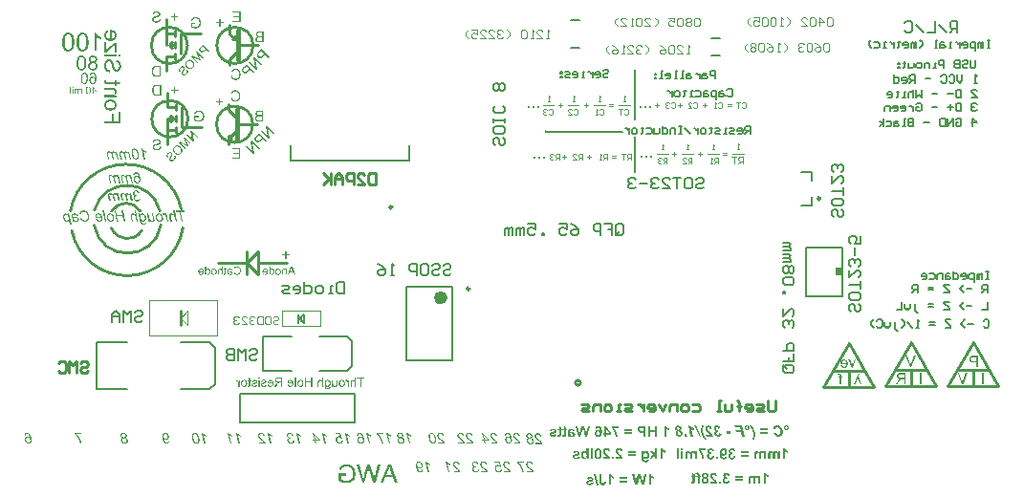
<source format=gbo>
G04 Layer_Color=13813960*
%FSLAX24Y24*%
%MOIN*%
G70*
G01*
G75*
%ADD13C,0.0100*%
%ADD41C,0.0050*%
%ADD44C,0.0049*%
%ADD45C,0.0039*%
%ADD46C,0.0070*%
%ADD49C,0.0236*%
%ADD50C,0.0098*%
%ADD51C,0.0079*%
%ADD81C,0.0040*%
%ADD82C,0.0157*%
%ADD83C,0.0059*%
%ADD84C,0.0071*%
%ADD85R,0.0197X0.0300*%
G36*
X36219Y11905D02*
X36227Y11904D01*
X36236Y11902D01*
X36244Y11899D01*
X36259Y11892D01*
X36265Y11889D01*
X36271Y11885D01*
X36276Y11881D01*
X36281Y11877D01*
X36285Y11873D01*
X36289Y11870D01*
X36291Y11867D01*
X36293Y11864D01*
X36294Y11863D01*
X36295Y11863D01*
Y11900D01*
X36362D01*
Y11626D01*
X36289D01*
Y11759D01*
Y11773D01*
X36288Y11784D01*
X36287Y11794D01*
X36286Y11802D01*
X36285Y11807D01*
X36285Y11811D01*
X36283Y11814D01*
Y11815D01*
X36281Y11821D01*
X36278Y11826D01*
X36275Y11831D01*
X36272Y11834D01*
X36269Y11837D01*
X36267Y11840D01*
X36265Y11841D01*
X36264Y11841D01*
X36259Y11844D01*
X36254Y11847D01*
X36249Y11848D01*
X36244Y11849D01*
X36240Y11850D01*
X36237Y11851D01*
X36229D01*
X36225Y11849D01*
X36221Y11849D01*
X36218Y11848D01*
X36215Y11847D01*
X36214Y11846D01*
X36213Y11845D01*
X36212D01*
X36207Y11840D01*
X36203Y11834D01*
X36202Y11832D01*
X36200Y11829D01*
X36200Y11828D01*
Y11828D01*
X36199Y11825D01*
X36199Y11822D01*
X36198Y11815D01*
X36197Y11806D01*
X36196Y11798D01*
X36196Y11789D01*
Y11782D01*
Y11780D01*
Y11777D01*
Y11776D01*
Y11776D01*
Y11626D01*
X36123D01*
Y11757D01*
Y11771D01*
X36122Y11783D01*
X36122Y11792D01*
X36120Y11800D01*
X36119Y11806D01*
X36119Y11810D01*
X36117Y11813D01*
Y11814D01*
X36115Y11820D01*
X36112Y11825D01*
X36109Y11830D01*
X36106Y11834D01*
X36103Y11837D01*
X36101Y11839D01*
X36099Y11840D01*
X36098Y11841D01*
X36093Y11844D01*
X36088Y11847D01*
X36083Y11848D01*
X36079Y11849D01*
X36075Y11850D01*
X36072Y11851D01*
X36070D01*
X36062Y11850D01*
X36056Y11848D01*
X36051Y11845D01*
X36046Y11843D01*
X36043Y11840D01*
X36040Y11837D01*
X36039Y11836D01*
X36039Y11835D01*
X36037Y11833D01*
X36036Y11829D01*
X36034Y11822D01*
X36033Y11813D01*
X36032Y11804D01*
X36032Y11796D01*
X36031Y11788D01*
Y11786D01*
Y11784D01*
Y11783D01*
Y11782D01*
Y11626D01*
X35958D01*
Y11801D01*
X35959Y11814D01*
X35960Y11826D01*
X35961Y11836D01*
X35962Y11844D01*
X35964Y11850D01*
X35965Y11854D01*
X35965Y11857D01*
X35966Y11858D01*
X35970Y11866D01*
X35975Y11873D01*
X35980Y11879D01*
X35986Y11884D01*
X35990Y11888D01*
X35994Y11891D01*
X35997Y11893D01*
X35998Y11893D01*
X36006Y11897D01*
X36014Y11901D01*
X36023Y11903D01*
X36030Y11904D01*
X36038Y11905D01*
X36043Y11906D01*
X36048D01*
X36057Y11905D01*
X36065Y11904D01*
X36073Y11902D01*
X36079Y11901D01*
X36085Y11898D01*
X36090Y11897D01*
X36092Y11896D01*
X36093Y11895D01*
X36101Y11890D01*
X36108Y11885D01*
X36115Y11880D01*
X36120Y11874D01*
X36125Y11870D01*
X36129Y11866D01*
X36131Y11863D01*
X36132Y11862D01*
X36137Y11870D01*
X36142Y11877D01*
X36147Y11882D01*
X36153Y11887D01*
X36157Y11890D01*
X36161Y11893D01*
X36163Y11894D01*
X36164Y11895D01*
X36172Y11898D01*
X36179Y11901D01*
X36187Y11903D01*
X36194Y11905D01*
X36200Y11905D01*
X36205Y11906D01*
X36210D01*
X36219Y11905D01*
D02*
G37*
G36*
X36544Y11993D02*
X36551Y11981D01*
X36558Y11971D01*
X36566Y11962D01*
X36573Y11955D01*
X36579Y11950D01*
X36581Y11948D01*
X36582Y11946D01*
X36583Y11946D01*
X36584Y11945D01*
X36596Y11936D01*
X36608Y11929D01*
X36618Y11923D01*
X36627Y11918D01*
X36635Y11914D01*
X36640Y11912D01*
X36643Y11911D01*
X36645Y11911D01*
X36645Y11910D01*
X36646D01*
Y11844D01*
X36626Y11852D01*
X36608Y11860D01*
X36593Y11869D01*
X36585Y11874D01*
X36579Y11878D01*
X36573Y11882D01*
X36567Y11886D01*
X36563Y11890D01*
X36559Y11893D01*
X36556Y11896D01*
X36554Y11897D01*
X36552Y11898D01*
X36552Y11899D01*
Y11626D01*
X36479D01*
Y12006D01*
X36539D01*
X36544Y11993D01*
D02*
G37*
G36*
X35192Y12005D02*
X35203Y12004D01*
X35212Y12002D01*
X35221Y12000D01*
X35228Y11997D01*
X35233Y11995D01*
X35236Y11994D01*
X35237Y11993D01*
X35237D01*
X35246Y11989D01*
X35254Y11984D01*
X35260Y11978D01*
X35266Y11973D01*
X35271Y11968D01*
X35274Y11965D01*
X35276Y11962D01*
X35277Y11961D01*
X35281Y11953D01*
X35286Y11944D01*
X35289Y11935D01*
X35292Y11926D01*
X35294Y11918D01*
X35296Y11912D01*
X35297Y11909D01*
Y11908D01*
X35297Y11906D01*
Y11906D01*
X35230Y11895D01*
X35229Y11904D01*
X35227Y11911D01*
X35225Y11917D01*
X35222Y11923D01*
X35219Y11927D01*
X35217Y11930D01*
X35215Y11932D01*
X35215Y11932D01*
X35210Y11937D01*
X35204Y11940D01*
X35199Y11942D01*
X35194Y11944D01*
X35189Y11945D01*
X35186Y11946D01*
X35183D01*
X35176Y11945D01*
X35169Y11944D01*
X35164Y11942D01*
X35160Y11940D01*
X35156Y11938D01*
X35154Y11936D01*
X35152Y11935D01*
X35152Y11934D01*
X35147Y11930D01*
X35145Y11924D01*
X35143Y11919D01*
X35141Y11915D01*
X35141Y11911D01*
X35140Y11907D01*
Y11904D01*
Y11904D01*
X35141Y11896D01*
X35142Y11889D01*
X35145Y11882D01*
X35148Y11877D01*
X35151Y11873D01*
X35154Y11870D01*
X35156Y11868D01*
X35156Y11867D01*
X35162Y11863D01*
X35170Y11860D01*
X35177Y11858D01*
X35184Y11856D01*
X35191Y11856D01*
X35196Y11855D01*
X35201D01*
X35209Y11796D01*
X35202Y11798D01*
X35196Y11800D01*
X35190Y11801D01*
X35186Y11802D01*
X35181Y11802D01*
X35176D01*
X35169Y11802D01*
X35162Y11800D01*
X35156Y11797D01*
X35150Y11794D01*
X35146Y11791D01*
X35143Y11788D01*
X35141Y11787D01*
X35140Y11786D01*
X35135Y11780D01*
X35131Y11772D01*
X35128Y11765D01*
X35127Y11758D01*
X35126Y11752D01*
X35125Y11747D01*
Y11743D01*
Y11743D01*
Y11742D01*
X35126Y11732D01*
X35127Y11723D01*
X35130Y11715D01*
X35133Y11708D01*
X35135Y11703D01*
X35138Y11699D01*
X35140Y11696D01*
X35141Y11696D01*
X35147Y11690D01*
X35153Y11686D01*
X35160Y11683D01*
X35165Y11681D01*
X35171Y11680D01*
X35175Y11679D01*
X35179D01*
X35186Y11680D01*
X35193Y11681D01*
X35199Y11684D01*
X35204Y11686D01*
X35209Y11688D01*
X35211Y11690D01*
X35214Y11692D01*
X35214Y11693D01*
X35219Y11699D01*
X35224Y11705D01*
X35226Y11712D01*
X35229Y11719D01*
X35230Y11725D01*
X35232Y11730D01*
X35232Y11733D01*
Y11734D01*
Y11734D01*
X35302Y11726D01*
X35301Y11717D01*
X35300Y11708D01*
X35294Y11693D01*
X35288Y11680D01*
X35281Y11669D01*
X35278Y11665D01*
X35275Y11661D01*
X35272Y11657D01*
X35269Y11654D01*
X35267Y11651D01*
X35265Y11650D01*
X35264Y11649D01*
X35264Y11648D01*
X35258Y11643D01*
X35251Y11639D01*
X35243Y11635D01*
X35236Y11632D01*
X35222Y11626D01*
X35208Y11623D01*
X35202Y11621D01*
X35196Y11621D01*
X35191Y11620D01*
X35187Y11620D01*
X35183Y11619D01*
X35178D01*
X35168Y11620D01*
X35158Y11621D01*
X35150Y11623D01*
X35141Y11625D01*
X35133Y11627D01*
X35126Y11630D01*
X35119Y11633D01*
X35112Y11637D01*
X35107Y11640D01*
X35102Y11643D01*
X35097Y11646D01*
X35094Y11649D01*
X35091Y11651D01*
X35089Y11652D01*
X35088Y11654D01*
X35088Y11654D01*
X35081Y11661D01*
X35075Y11668D01*
X35070Y11675D01*
X35066Y11682D01*
X35063Y11689D01*
X35060Y11696D01*
X35055Y11710D01*
X35054Y11716D01*
X35052Y11722D01*
X35052Y11726D01*
X35051Y11731D01*
X35051Y11734D01*
Y11737D01*
Y11738D01*
Y11739D01*
X35051Y11752D01*
X35054Y11762D01*
X35057Y11773D01*
X35061Y11782D01*
X35064Y11788D01*
X35067Y11794D01*
X35070Y11796D01*
X35070Y11798D01*
X35078Y11806D01*
X35086Y11813D01*
X35095Y11818D01*
X35104Y11822D01*
X35111Y11825D01*
X35117Y11828D01*
X35119Y11828D01*
X35120D01*
X35122Y11829D01*
X35122D01*
X35112Y11834D01*
X35104Y11841D01*
X35097Y11847D01*
X35090Y11854D01*
X35085Y11860D01*
X35081Y11867D01*
X35077Y11874D01*
X35074Y11880D01*
X35072Y11886D01*
X35070Y11891D01*
X35069Y11896D01*
X35068Y11900D01*
Y11904D01*
X35067Y11906D01*
Y11908D01*
Y11908D01*
Y11915D01*
X35069Y11921D01*
X35071Y11933D01*
X35076Y11943D01*
X35081Y11953D01*
X35086Y11961D01*
X35090Y11966D01*
X35092Y11968D01*
X35093Y11970D01*
X35094Y11970D01*
X35094Y11971D01*
X35101Y11977D01*
X35107Y11983D01*
X35115Y11987D01*
X35122Y11991D01*
X35128Y11995D01*
X35136Y11997D01*
X35149Y12002D01*
X35156Y12003D01*
X35162Y12004D01*
X35167Y12004D01*
X35172Y12005D01*
X35175Y12006D01*
X35180D01*
X35192Y12005D01*
D02*
G37*
G36*
X34753Y12004D02*
X34769Y12002D01*
X34783Y11997D01*
X34790Y11995D01*
X34796Y11992D01*
X34801Y11990D01*
X34806Y11988D01*
X34810Y11985D01*
X34813Y11983D01*
X34816Y11981D01*
X34817Y11980D01*
X34819Y11980D01*
X34819Y11979D01*
X34825Y11974D01*
X34831Y11968D01*
X34835Y11962D01*
X34840Y11955D01*
X34847Y11940D01*
X34852Y11927D01*
X34854Y11920D01*
X34855Y11913D01*
X34857Y11908D01*
X34858Y11903D01*
X34859Y11899D01*
Y11896D01*
X34859Y11894D01*
Y11893D01*
X34787Y11886D01*
X34786Y11897D01*
X34785Y11907D01*
X34782Y11915D01*
X34779Y11921D01*
X34777Y11926D01*
X34775Y11929D01*
X34773Y11931D01*
X34773Y11932D01*
X34767Y11936D01*
X34761Y11940D01*
X34755Y11942D01*
X34749Y11944D01*
X34744Y11945D01*
X34740Y11946D01*
X34736D01*
X34728Y11945D01*
X34721Y11943D01*
X34714Y11942D01*
X34709Y11939D01*
X34705Y11936D01*
X34702Y11935D01*
X34701Y11933D01*
X34700Y11932D01*
X34695Y11927D01*
X34692Y11921D01*
X34690Y11915D01*
X34688Y11909D01*
X34687Y11904D01*
X34687Y11899D01*
Y11896D01*
Y11895D01*
X34687Y11887D01*
X34689Y11879D01*
X34691Y11871D01*
X34694Y11864D01*
X34697Y11859D01*
X34699Y11855D01*
X34701Y11852D01*
X34702Y11851D01*
X34704Y11847D01*
X34707Y11843D01*
X34711Y11839D01*
X34716Y11834D01*
X34726Y11824D01*
X34736Y11814D01*
X34746Y11805D01*
X34751Y11800D01*
X34754Y11796D01*
X34758Y11794D01*
X34760Y11791D01*
X34762Y11790D01*
X34762Y11789D01*
X34773Y11779D01*
X34783Y11769D01*
X34792Y11760D01*
X34801Y11751D01*
X34808Y11743D01*
X34815Y11735D01*
X34821Y11729D01*
X34826Y11722D01*
X34830Y11717D01*
X34834Y11712D01*
X34837Y11708D01*
X34840Y11704D01*
X34842Y11701D01*
X34843Y11700D01*
X34844Y11699D01*
Y11698D01*
X34851Y11685D01*
X34856Y11673D01*
X34861Y11661D01*
X34864Y11649D01*
X34866Y11640D01*
X34866Y11636D01*
X34867Y11632D01*
X34868Y11630D01*
X34868Y11628D01*
Y11627D01*
Y11626D01*
X34614D01*
Y11693D01*
X34759D01*
X34754Y11701D01*
X34749Y11707D01*
X34747Y11710D01*
X34745Y11711D01*
X34744Y11712D01*
X34744Y11713D01*
X34741Y11715D01*
X34739Y11718D01*
X34733Y11724D01*
X34726Y11731D01*
X34718Y11738D01*
X34711Y11745D01*
X34706Y11750D01*
X34704Y11752D01*
X34702Y11754D01*
X34701Y11754D01*
X34701Y11755D01*
X34688Y11766D01*
X34679Y11776D01*
X34670Y11784D01*
X34664Y11791D01*
X34658Y11796D01*
X34655Y11801D01*
X34653Y11803D01*
X34653Y11803D01*
X34646Y11813D01*
X34639Y11821D01*
X34634Y11829D01*
X34630Y11837D01*
X34627Y11843D01*
X34625Y11847D01*
X34624Y11850D01*
X34623Y11851D01*
X34620Y11860D01*
X34618Y11869D01*
X34616Y11877D01*
X34615Y11885D01*
X34615Y11891D01*
X34614Y11896D01*
Y11899D01*
Y11900D01*
X34615Y11908D01*
X34615Y11916D01*
X34619Y11931D01*
X34624Y11943D01*
X34630Y11954D01*
X34636Y11963D01*
X34639Y11967D01*
X34641Y11970D01*
X34643Y11972D01*
X34645Y11974D01*
X34646Y11974D01*
X34646Y11975D01*
X34653Y11980D01*
X34659Y11985D01*
X34667Y11989D01*
X34673Y11993D01*
X34688Y11998D01*
X34702Y12002D01*
X34709Y12003D01*
X34715Y12004D01*
X34721Y12004D01*
X34725Y12005D01*
X34729Y12006D01*
X34744D01*
X34753Y12004D01*
D02*
G37*
G36*
X34077Y11954D02*
Y11900D01*
X34110D01*
Y11843D01*
X34077D01*
Y11722D01*
Y11715D01*
Y11709D01*
X34076Y11698D01*
Y11689D01*
X34076Y11682D01*
X34075Y11677D01*
Y11674D01*
X34074Y11671D01*
Y11671D01*
X34073Y11665D01*
X34072Y11659D01*
X34070Y11654D01*
X34069Y11650D01*
X34067Y11647D01*
X34066Y11644D01*
X34065Y11643D01*
X34065Y11642D01*
X34062Y11639D01*
X34058Y11635D01*
X34050Y11630D01*
X34047Y11628D01*
X34044Y11627D01*
X34042Y11626D01*
X34042Y11625D01*
X34036Y11623D01*
X34029Y11622D01*
X34024Y11621D01*
X34018Y11620D01*
X34013D01*
X34010Y11619D01*
X34006D01*
X33995Y11620D01*
X33984Y11621D01*
X33974Y11623D01*
X33966Y11624D01*
X33959Y11626D01*
X33953Y11628D01*
X33950Y11629D01*
X33949Y11629D01*
X33955Y11686D01*
X33962Y11684D01*
X33968Y11682D01*
X33973Y11681D01*
X33977Y11680D01*
X33981Y11680D01*
X33983Y11679D01*
X33985D01*
X33989Y11680D01*
X33993Y11681D01*
X33995Y11682D01*
X33997Y11682D01*
X34000Y11685D01*
X34002Y11688D01*
X34003Y11690D01*
Y11692D01*
Y11693D01*
X34004Y11695D01*
Y11700D01*
Y11707D01*
X34004Y11714D01*
Y11720D01*
Y11726D01*
Y11728D01*
Y11730D01*
Y11730D01*
Y11731D01*
Y11843D01*
X33955D01*
Y11900D01*
X34004D01*
Y11997D01*
X34077Y11954D01*
D02*
G37*
G36*
X34991Y11626D02*
X34918D01*
Y11699D01*
X34991D01*
Y11626D01*
D02*
G37*
G36*
X35756Y11836D02*
X35491D01*
Y11903D01*
X35756D01*
Y11836D01*
D02*
G37*
G36*
Y11722D02*
X35491D01*
Y11788D01*
X35756D01*
Y11722D01*
D02*
G37*
G36*
X13861Y21756D02*
X13869Y21755D01*
X13877Y21753D01*
X13884Y21751D01*
X13889Y21749D01*
X13894Y21747D01*
X13896Y21746D01*
X13897Y21745D01*
X13905Y21741D01*
X13913Y21734D01*
X13921Y21728D01*
X13928Y21721D01*
X13934Y21715D01*
X13939Y21710D01*
X13943Y21706D01*
X13943Y21706D01*
X13944Y21705D01*
X13934Y21751D01*
X13981D01*
X14038Y21476D01*
X13991D01*
X13964Y21605D01*
X13961Y21620D01*
X13957Y21633D01*
X13953Y21645D01*
X13950Y21653D01*
X13947Y21661D01*
X13944Y21666D01*
X13943Y21669D01*
X13942Y21670D01*
X13936Y21678D01*
X13930Y21685D01*
X13925Y21691D01*
X13919Y21696D01*
X13914Y21700D01*
X13910Y21703D01*
X13907Y21705D01*
X13906Y21706D01*
X13898Y21710D01*
X13891Y21713D01*
X13883Y21715D01*
X13877Y21717D01*
X13872Y21718D01*
X13868Y21718D01*
X13865D01*
X13860Y21718D01*
X13856Y21717D01*
X13852Y21715D01*
X13849Y21714D01*
X13846Y21713D01*
X13845Y21711D01*
X13843Y21710D01*
X13843Y21710D01*
X13840Y21706D01*
X13838Y21703D01*
X13837Y21699D01*
X13835Y21696D01*
X13835Y21693D01*
X13834Y21691D01*
Y21689D01*
Y21688D01*
Y21685D01*
X13835Y21681D01*
X13837Y21672D01*
X13837Y21668D01*
X13838Y21664D01*
X13839Y21662D01*
Y21661D01*
X13877Y21476D01*
X13831D01*
X13803Y21609D01*
X13800Y21624D01*
X13796Y21637D01*
X13792Y21647D01*
X13789Y21657D01*
X13786Y21664D01*
X13784Y21668D01*
X13782Y21671D01*
X13782Y21672D01*
X13777Y21680D01*
X13771Y21686D01*
X13766Y21692D01*
X13760Y21697D01*
X13756Y21700D01*
X13752Y21703D01*
X13750Y21705D01*
X13748Y21706D01*
X13740Y21710D01*
X13732Y21713D01*
X13725Y21715D01*
X13718Y21717D01*
X13713Y21718D01*
X13709Y21718D01*
X13705D01*
X13699Y21718D01*
X13695Y21717D01*
X13691Y21716D01*
X13687Y21714D01*
X13684Y21713D01*
X13683Y21711D01*
X13682Y21711D01*
X13681Y21710D01*
X13678Y21707D01*
X13676Y21704D01*
X13675Y21700D01*
X13674Y21697D01*
X13673Y21694D01*
X13672Y21691D01*
Y21690D01*
Y21689D01*
Y21685D01*
X13673Y21680D01*
X13675Y21670D01*
X13676Y21665D01*
X13677Y21661D01*
X13678Y21658D01*
Y21657D01*
X13715Y21476D01*
X13669D01*
X13631Y21653D01*
X13630Y21662D01*
X13628Y21671D01*
X13627Y21679D01*
X13626Y21684D01*
X13626Y21688D01*
Y21692D01*
Y21694D01*
Y21694D01*
X13626Y21704D01*
X13629Y21714D01*
X13631Y21722D01*
X13634Y21729D01*
X13637Y21733D01*
X13640Y21737D01*
X13642Y21740D01*
X13643Y21740D01*
X13650Y21746D01*
X13659Y21750D01*
X13667Y21753D01*
X13675Y21755D01*
X13683Y21756D01*
X13688Y21757D01*
X13694D01*
X13704Y21756D01*
X13713Y21755D01*
X13721Y21753D01*
X13728Y21751D01*
X13735Y21748D01*
X13739Y21746D01*
X13742Y21744D01*
X13743Y21744D01*
X13752Y21738D01*
X13760Y21732D01*
X13767Y21726D01*
X13774Y21719D01*
X13779Y21714D01*
X13784Y21709D01*
X13786Y21706D01*
X13787Y21706D01*
Y21705D01*
X13790Y21714D01*
X13793Y21721D01*
X13797Y21728D01*
X13801Y21733D01*
X13804Y21737D01*
X13807Y21741D01*
X13809Y21742D01*
X13810Y21743D01*
X13816Y21748D01*
X13824Y21751D01*
X13831Y21753D01*
X13838Y21755D01*
X13843Y21756D01*
X13848Y21757D01*
X13853D01*
X13861Y21756D01*
D02*
G37*
G36*
X13558Y20768D02*
X13511D01*
X13432Y21146D01*
X13478D01*
X13558Y20768D01*
D02*
G37*
G36*
X15405Y21048D02*
X15416Y21047D01*
X15427Y21044D01*
X15436Y21041D01*
X15446Y21038D01*
X15454Y21034D01*
X15462Y21030D01*
X15469Y21026D01*
X15475Y21022D01*
X15481Y21018D01*
X15485Y21015D01*
X15489Y21011D01*
X15492Y21008D01*
X15495Y21006D01*
X15496Y21005D01*
X15496Y21004D01*
X15504Y20994D01*
X15512Y20984D01*
X15518Y20973D01*
X15523Y20962D01*
X15528Y20950D01*
X15532Y20939D01*
X15535Y20928D01*
X15537Y20918D01*
X15539Y20909D01*
X15541Y20900D01*
X15541Y20892D01*
X15542Y20885D01*
Y20879D01*
X15543Y20875D01*
Y20873D01*
Y20871D01*
X15542Y20859D01*
X15541Y20848D01*
X15539Y20839D01*
X15536Y20830D01*
X15534Y20823D01*
X15532Y20818D01*
X15530Y20814D01*
X15530Y20814D01*
Y20813D01*
X15524Y20805D01*
X15518Y20797D01*
X15511Y20790D01*
X15504Y20784D01*
X15499Y20780D01*
X15494Y20777D01*
X15491Y20775D01*
X15490Y20775D01*
X15480Y20770D01*
X15470Y20767D01*
X15460Y20765D01*
X15451Y20763D01*
X15443Y20762D01*
X15436Y20761D01*
X15431D01*
X15417Y20763D01*
X15404Y20765D01*
X15391Y20768D01*
X15380Y20772D01*
X15371Y20776D01*
X15367Y20778D01*
X15364Y20779D01*
X15361Y20781D01*
X15359Y20782D01*
X15358Y20783D01*
X15358D01*
X15345Y20792D01*
X15335Y20802D01*
X15325Y20812D01*
X15317Y20822D01*
X15311Y20831D01*
X15309Y20835D01*
X15307Y20839D01*
X15305Y20841D01*
X15305Y20843D01*
X15303Y20844D01*
Y20845D01*
X15297Y20860D01*
X15292Y20876D01*
X15288Y20891D01*
X15286Y20904D01*
X15286Y20911D01*
X15285Y20916D01*
X15284Y20921D01*
X15284Y20925D01*
Y20928D01*
Y20931D01*
Y20932D01*
Y20933D01*
X15284Y20943D01*
X15285Y20952D01*
X15288Y20969D01*
X15291Y20976D01*
X15294Y20983D01*
X15296Y20989D01*
X15299Y20995D01*
X15302Y21000D01*
X15305Y21004D01*
X15307Y21008D01*
X15310Y21011D01*
X15311Y21014D01*
X15313Y21016D01*
X15314Y21017D01*
X15314Y21017D01*
X15320Y21023D01*
X15326Y21027D01*
X15333Y21032D01*
X15340Y21035D01*
X15353Y21041D01*
X15366Y21044D01*
X15377Y21047D01*
X15382Y21047D01*
X15386Y21048D01*
X15389Y21048D01*
X15394D01*
X15405Y21048D01*
D02*
G37*
G36*
X16295Y21104D02*
X16168D01*
X16238Y20768D01*
X16188D01*
X16117Y21104D01*
X15995D01*
X15985Y21146D01*
X16287D01*
X16295Y21104D01*
D02*
G37*
G36*
X15565Y21048D02*
X15572Y21046D01*
X15579Y21043D01*
X15586Y21041D01*
X15591Y21038D01*
X15595Y21035D01*
X15597Y21033D01*
X15598Y21033D01*
X15606Y21026D01*
X15613Y21019D01*
X15620Y21011D01*
X15627Y21004D01*
X15632Y20997D01*
X15636Y20991D01*
X15637Y20989D01*
X15639Y20987D01*
X15640Y20987D01*
X15640Y20986D01*
Y20987D01*
X15640Y20987D01*
X15628Y21042D01*
X15670D01*
X15727Y20768D01*
X15682D01*
X15659Y20877D01*
X15656Y20890D01*
X15653Y20902D01*
X15650Y20913D01*
X15647Y20923D01*
X15643Y20932D01*
X15640Y20940D01*
X15636Y20947D01*
X15633Y20954D01*
X15630Y20959D01*
X15628Y20964D01*
X15625Y20968D01*
X15623Y20971D01*
X15621Y20973D01*
X15620Y20975D01*
X15618Y20976D01*
Y20976D01*
X15614Y20981D01*
X15609Y20985D01*
X15599Y20992D01*
X15591Y20997D01*
X15584Y21000D01*
X15578Y21003D01*
X15572Y21003D01*
X15570Y21004D01*
X15568D01*
X15563Y21003D01*
X15558Y21003D01*
X15553Y21001D01*
X15550Y20999D01*
X15546Y20998D01*
X15544Y20996D01*
X15542Y20995D01*
X15542Y20995D01*
X15522Y21038D01*
X15530Y21041D01*
X15537Y21044D01*
X15542Y21046D01*
X15547Y21047D01*
X15551Y21048D01*
X15555Y21048D01*
X15557D01*
X15565Y21048D01*
D02*
G37*
G36*
X14615Y21855D02*
X14629Y21852D01*
X14642Y21848D01*
X14653Y21843D01*
X14658Y21840D01*
X14662Y21838D01*
X14667Y21836D01*
X14669Y21834D01*
X14672Y21832D01*
X14673Y21831D01*
X14675Y21831D01*
X14675Y21830D01*
X14686Y21820D01*
X14695Y21808D01*
X14703Y21796D01*
X14709Y21785D01*
X14713Y21774D01*
X14715Y21770D01*
X14716Y21766D01*
X14717Y21763D01*
X14718Y21760D01*
X14718Y21759D01*
Y21758D01*
X14672Y21749D01*
X14669Y21760D01*
X14666Y21771D01*
X14662Y21779D01*
X14658Y21787D01*
X14654Y21793D01*
X14650Y21797D01*
X14648Y21800D01*
X14647Y21800D01*
X14639Y21806D01*
X14631Y21811D01*
X14624Y21814D01*
X14617Y21816D01*
X14611Y21817D01*
X14606Y21819D01*
X14602D01*
X14593Y21818D01*
X14585Y21816D01*
X14577Y21813D01*
X14571Y21810D01*
X14566Y21806D01*
X14562Y21804D01*
X14559Y21801D01*
X14559Y21801D01*
X14553Y21794D01*
X14548Y21786D01*
X14546Y21779D01*
X14543Y21772D01*
X14542Y21766D01*
X14541Y21761D01*
Y21757D01*
Y21757D01*
Y21756D01*
X14542Y21746D01*
X14544Y21737D01*
X14548Y21729D01*
X14551Y21722D01*
X14555Y21716D01*
X14559Y21712D01*
X14561Y21710D01*
X14562Y21709D01*
X14571Y21702D01*
X14581Y21698D01*
X14591Y21694D01*
X14601Y21692D01*
X14610Y21691D01*
X14614Y21690D01*
X14617D01*
X14620Y21690D01*
X14629D01*
X14633Y21690D01*
X14637D01*
X14645Y21651D01*
X14641Y21652D01*
X14637D01*
X14635Y21653D01*
X14630D01*
X14618Y21652D01*
X14608Y21650D01*
X14600Y21647D01*
X14592Y21643D01*
X14586Y21640D01*
X14582Y21637D01*
X14580Y21635D01*
X14579Y21634D01*
X14573Y21627D01*
X14568Y21619D01*
X14565Y21612D01*
X14562Y21604D01*
X14561Y21598D01*
X14560Y21593D01*
Y21589D01*
Y21589D01*
Y21588D01*
Y21582D01*
X14561Y21577D01*
X14564Y21566D01*
X14568Y21556D01*
X14573Y21548D01*
X14577Y21541D01*
X14581Y21536D01*
X14584Y21532D01*
X14585Y21532D01*
X14585Y21531D01*
X14595Y21523D01*
X14605Y21517D01*
X14615Y21513D01*
X14624Y21510D01*
X14633Y21508D01*
X14639Y21507D01*
X14642Y21507D01*
X14645D01*
X14656Y21507D01*
X14665Y21510D01*
X14673Y21512D01*
X14679Y21516D01*
X14685Y21518D01*
X14688Y21521D01*
X14691Y21523D01*
X14692Y21524D01*
X14698Y21531D01*
X14703Y21540D01*
X14707Y21550D01*
X14710Y21559D01*
X14712Y21567D01*
X14713Y21575D01*
X14714Y21577D01*
X14714Y21579D01*
Y21581D01*
Y21581D01*
X14760Y21575D01*
X14759Y21567D01*
X14758Y21558D01*
X14753Y21543D01*
X14747Y21530D01*
X14741Y21519D01*
X14738Y21514D01*
X14735Y21510D01*
X14732Y21506D01*
X14730Y21503D01*
X14728Y21501D01*
X14726Y21499D01*
X14725Y21499D01*
X14725Y21498D01*
X14718Y21493D01*
X14712Y21489D01*
X14705Y21485D01*
X14698Y21482D01*
X14684Y21477D01*
X14671Y21474D01*
X14665Y21472D01*
X14660Y21472D01*
X14654Y21471D01*
X14650Y21471D01*
X14647Y21470D01*
X14642D01*
X14632Y21471D01*
X14623Y21472D01*
X14614Y21474D01*
X14605Y21476D01*
X14590Y21482D01*
X14582Y21485D01*
X14576Y21488D01*
X14571Y21492D01*
X14566Y21495D01*
X14561Y21498D01*
X14558Y21501D01*
X14555Y21503D01*
X14552Y21505D01*
X14551Y21506D01*
X14551Y21507D01*
X14544Y21514D01*
X14538Y21521D01*
X14533Y21529D01*
X14528Y21536D01*
X14525Y21544D01*
X14521Y21551D01*
X14517Y21565D01*
X14516Y21571D01*
X14514Y21577D01*
X14513Y21582D01*
X14513Y21586D01*
X14512Y21590D01*
Y21593D01*
Y21594D01*
Y21595D01*
X14513Y21604D01*
X14514Y21612D01*
X14516Y21619D01*
X14518Y21625D01*
X14520Y21630D01*
X14522Y21634D01*
X14523Y21637D01*
X14524Y21637D01*
X14528Y21644D01*
X14533Y21650D01*
X14539Y21656D01*
X14544Y21660D01*
X14549Y21664D01*
X14553Y21667D01*
X14555Y21669D01*
X14557Y21669D01*
X14546Y21675D01*
X14536Y21681D01*
X14528Y21687D01*
X14521Y21693D01*
X14516Y21698D01*
X14513Y21703D01*
X14510Y21705D01*
X14510Y21706D01*
X14505Y21715D01*
X14501Y21724D01*
X14498Y21733D01*
X14496Y21741D01*
X14495Y21748D01*
X14494Y21753D01*
Y21756D01*
Y21757D01*
Y21758D01*
Y21759D01*
X14495Y21766D01*
X14495Y21774D01*
X14499Y21787D01*
X14504Y21798D01*
X14509Y21809D01*
X14514Y21817D01*
X14519Y21823D01*
X14520Y21825D01*
X14522Y21827D01*
X14523Y21827D01*
X14523Y21828D01*
X14529Y21833D01*
X14535Y21837D01*
X14541Y21841D01*
X14547Y21844D01*
X14559Y21849D01*
X14571Y21853D01*
X14582Y21854D01*
X14587Y21855D01*
X14591D01*
X14594Y21856D01*
X14607D01*
X14615Y21855D01*
D02*
G37*
G36*
X14301Y21756D02*
X14309Y21755D01*
X14317Y21753D01*
X14324Y21751D01*
X14329Y21749D01*
X14334Y21747D01*
X14336Y21746D01*
X14337Y21745D01*
X14345Y21741D01*
X14353Y21734D01*
X14361Y21728D01*
X14368Y21721D01*
X14375Y21715D01*
X14379Y21710D01*
X14383Y21706D01*
X14383Y21706D01*
X14384Y21705D01*
X14375Y21751D01*
X14421D01*
X14478Y21476D01*
X14432D01*
X14404Y21605D01*
X14401Y21620D01*
X14398Y21633D01*
X14394Y21645D01*
X14390Y21653D01*
X14387Y21661D01*
X14384Y21666D01*
X14383Y21669D01*
X14382Y21670D01*
X14376Y21678D01*
X14370Y21685D01*
X14365Y21691D01*
X14359Y21696D01*
X14354Y21700D01*
X14350Y21703D01*
X14347Y21705D01*
X14346Y21706D01*
X14338Y21710D01*
X14331Y21713D01*
X14323Y21715D01*
X14317Y21717D01*
X14312Y21718D01*
X14308Y21718D01*
X14305D01*
X14300Y21718D01*
X14296Y21717D01*
X14292Y21715D01*
X14289Y21714D01*
X14286Y21713D01*
X14285Y21711D01*
X14283Y21710D01*
X14283Y21710D01*
X14280Y21706D01*
X14278Y21703D01*
X14277Y21699D01*
X14275Y21696D01*
X14275Y21693D01*
X14274Y21691D01*
Y21689D01*
Y21688D01*
Y21685D01*
X14275Y21681D01*
X14277Y21672D01*
X14277Y21668D01*
X14278Y21664D01*
X14279Y21662D01*
Y21661D01*
X14317Y21476D01*
X14271D01*
X14243Y21609D01*
X14240Y21624D01*
X14236Y21637D01*
X14232Y21647D01*
X14229Y21657D01*
X14226Y21664D01*
X14224Y21668D01*
X14222Y21671D01*
X14222Y21672D01*
X14217Y21680D01*
X14211Y21686D01*
X14206Y21692D01*
X14201Y21697D01*
X14196Y21700D01*
X14192Y21703D01*
X14190Y21705D01*
X14188Y21706D01*
X14180Y21710D01*
X14172Y21713D01*
X14165Y21715D01*
X14159Y21717D01*
X14153Y21718D01*
X14149Y21718D01*
X14145D01*
X14139Y21718D01*
X14135Y21717D01*
X14131Y21716D01*
X14127Y21714D01*
X14125Y21713D01*
X14123Y21711D01*
X14122Y21711D01*
X14121Y21710D01*
X14118Y21707D01*
X14116Y21704D01*
X14115Y21700D01*
X14114Y21697D01*
X14113Y21694D01*
X14112Y21691D01*
Y21690D01*
Y21689D01*
Y21685D01*
X14113Y21680D01*
X14115Y21670D01*
X14116Y21665D01*
X14117Y21661D01*
X14118Y21658D01*
Y21657D01*
X14155Y21476D01*
X14109D01*
X14072Y21653D01*
X14070Y21662D01*
X14068Y21671D01*
X14067Y21679D01*
X14066Y21684D01*
X14066Y21688D01*
Y21692D01*
Y21694D01*
Y21694D01*
X14066Y21704D01*
X14069Y21714D01*
X14071Y21722D01*
X14074Y21729D01*
X14077Y21733D01*
X14080Y21737D01*
X14082Y21740D01*
X14083Y21740D01*
X14090Y21746D01*
X14099Y21750D01*
X14107Y21753D01*
X14115Y21755D01*
X14123Y21756D01*
X14129Y21757D01*
X14134D01*
X14144Y21756D01*
X14153Y21755D01*
X14161Y21753D01*
X14168Y21751D01*
X14175Y21748D01*
X14179Y21746D01*
X14182Y21744D01*
X14183Y21744D01*
X14192Y21738D01*
X14200Y21732D01*
X14207Y21726D01*
X14214Y21719D01*
X14219Y21714D01*
X14224Y21709D01*
X14226Y21706D01*
X14227Y21706D01*
Y21705D01*
X14230Y21714D01*
X14233Y21721D01*
X14237Y21728D01*
X14241Y21733D01*
X14244Y21737D01*
X14247Y21741D01*
X14250Y21742D01*
X14250Y21743D01*
X14256Y21748D01*
X14264Y21751D01*
X14271Y21753D01*
X14278Y21755D01*
X14283Y21756D01*
X14288Y21757D01*
X14293D01*
X14301Y21756D01*
D02*
G37*
G36*
X13702Y21048D02*
X13713Y21047D01*
X13723Y21044D01*
X13733Y21041D01*
X13742Y21038D01*
X13751Y21034D01*
X13759Y21030D01*
X13765Y21026D01*
X13772Y21022D01*
X13778Y21018D01*
X13782Y21015D01*
X13786Y21011D01*
X13789Y21008D01*
X13791Y21006D01*
X13793Y21005D01*
X13793Y21004D01*
X13801Y20994D01*
X13809Y20984D01*
X13815Y20973D01*
X13820Y20962D01*
X13825Y20950D01*
X13828Y20939D01*
X13832Y20928D01*
X13834Y20918D01*
X13836Y20909D01*
X13837Y20900D01*
X13838Y20892D01*
X13839Y20885D01*
Y20879D01*
X13840Y20875D01*
Y20873D01*
Y20871D01*
X13839Y20859D01*
X13837Y20848D01*
X13836Y20839D01*
X13833Y20830D01*
X13831Y20823D01*
X13829Y20818D01*
X13827Y20814D01*
X13827Y20814D01*
Y20813D01*
X13821Y20805D01*
X13814Y20797D01*
X13808Y20790D01*
X13801Y20784D01*
X13795Y20780D01*
X13791Y20777D01*
X13788Y20775D01*
X13787Y20775D01*
X13776Y20770D01*
X13767Y20767D01*
X13756Y20765D01*
X13748Y20763D01*
X13740Y20762D01*
X13733Y20761D01*
X13728D01*
X13714Y20763D01*
X13700Y20765D01*
X13688Y20768D01*
X13677Y20772D01*
X13668Y20776D01*
X13664Y20778D01*
X13661Y20779D01*
X13658Y20781D01*
X13656Y20782D01*
X13655Y20783D01*
X13654D01*
X13642Y20792D01*
X13631Y20802D01*
X13621Y20812D01*
X13614Y20822D01*
X13608Y20831D01*
X13605Y20835D01*
X13604Y20839D01*
X13602Y20841D01*
X13601Y20843D01*
X13600Y20844D01*
Y20845D01*
X13594Y20860D01*
X13589Y20876D01*
X13585Y20891D01*
X13583Y20904D01*
X13582Y20911D01*
X13582Y20916D01*
X13581Y20921D01*
X13581Y20925D01*
Y20928D01*
Y20931D01*
Y20932D01*
Y20933D01*
X13581Y20943D01*
X13582Y20952D01*
X13585Y20969D01*
X13587Y20976D01*
X13590Y20983D01*
X13593Y20989D01*
X13596Y20995D01*
X13598Y21000D01*
X13601Y21004D01*
X13604Y21008D01*
X13607Y21011D01*
X13608Y21014D01*
X13610Y21016D01*
X13611Y21017D01*
X13611Y21017D01*
X13617Y21023D01*
X13623Y21027D01*
X13630Y21032D01*
X13636Y21035D01*
X13650Y21041D01*
X13662Y21044D01*
X13673Y21047D01*
X13679Y21047D01*
X13683Y21048D01*
X13686Y21048D01*
X13691D01*
X13702Y21048D01*
D02*
G37*
G36*
X12153D02*
X12161Y21047D01*
X12167Y21045D01*
X12173Y21044D01*
X12179Y21041D01*
X12182Y21040D01*
X12184Y21039D01*
X12186Y21038D01*
X12193Y21034D01*
X12200Y21029D01*
X12207Y21023D01*
X12214Y21018D01*
X12220Y21013D01*
X12225Y21008D01*
X12228Y21005D01*
X12228Y21004D01*
X12229Y21004D01*
X12221Y21042D01*
X12263D01*
X12343Y20663D01*
X12297D01*
X12266Y20811D01*
X12260Y20803D01*
X12255Y20795D01*
X12248Y20788D01*
X12242Y20783D01*
X12236Y20778D01*
X12229Y20773D01*
X12223Y20771D01*
X12217Y20768D01*
X12211Y20765D01*
X12206Y20764D01*
X12201Y20763D01*
X12197Y20762D01*
X12194D01*
X12191Y20761D01*
X12189D01*
X12181Y20762D01*
X12173Y20763D01*
X12165Y20764D01*
X12159Y20767D01*
X12153Y20768D01*
X12149Y20769D01*
X12147Y20771D01*
X12146Y20771D01*
X12138Y20776D01*
X12130Y20780D01*
X12123Y20786D01*
X12117Y20791D01*
X12111Y20795D01*
X12107Y20799D01*
X12105Y20802D01*
X12104Y20803D01*
X12096Y20811D01*
X12089Y20821D01*
X12084Y20830D01*
X12078Y20839D01*
X12074Y20847D01*
X12071Y20854D01*
X12070Y20856D01*
X12069Y20858D01*
X12069Y20859D01*
Y20859D01*
X12064Y20873D01*
X12061Y20886D01*
X12058Y20900D01*
X12056Y20912D01*
X12055Y20922D01*
Y20927D01*
X12054Y20930D01*
Y20934D01*
Y20936D01*
Y20937D01*
Y20938D01*
Y20947D01*
X12055Y20957D01*
X12056Y20965D01*
X12058Y20973D01*
X12060Y20980D01*
X12062Y20987D01*
X12065Y20993D01*
X12067Y20999D01*
X12070Y21003D01*
X12072Y21007D01*
X12074Y21011D01*
X12076Y21014D01*
X12078Y21017D01*
X12079Y21018D01*
X12080Y21019D01*
X12080Y21019D01*
X12085Y21025D01*
X12090Y21029D01*
X12096Y21033D01*
X12101Y21036D01*
X12112Y21041D01*
X12122Y21045D01*
X12131Y21047D01*
X12135Y21048D01*
X12139D01*
X12141Y21048D01*
X12145D01*
X12153Y21048D01*
D02*
G37*
G36*
X33087Y13627D02*
X33094Y13615D01*
X33101Y13605D01*
X33109Y13596D01*
X33116Y13589D01*
X33122Y13584D01*
X33124Y13582D01*
X33126Y13580D01*
X33127Y13580D01*
X33127Y13579D01*
X33139Y13570D01*
X33151Y13563D01*
X33161Y13556D01*
X33171Y13552D01*
X33178Y13548D01*
X33184Y13546D01*
X33186Y13545D01*
X33188Y13544D01*
X33188Y13544D01*
X33189D01*
Y13478D01*
X33169Y13486D01*
X33152Y13494D01*
X33136Y13503D01*
X33128Y13508D01*
X33122Y13512D01*
X33116Y13516D01*
X33111Y13520D01*
X33106Y13524D01*
X33102Y13527D01*
X33099Y13529D01*
X33097Y13531D01*
X33096Y13532D01*
X33095Y13533D01*
Y13260D01*
X33023D01*
Y13639D01*
X33082D01*
X33087Y13627D01*
D02*
G37*
G36*
X30717Y13639D02*
X30728Y13638D01*
X30738Y13635D01*
X30748Y13633D01*
X30757Y13628D01*
X30765Y13625D01*
X30772Y13620D01*
X30779Y13616D01*
X30785Y13612D01*
X30791Y13608D01*
X30795Y13604D01*
X30799Y13601D01*
X30802Y13597D01*
X30804Y13595D01*
X30805Y13594D01*
X30806Y13593D01*
X30813Y13584D01*
X30819Y13574D01*
X30824Y13562D01*
X30828Y13551D01*
X30832Y13538D01*
X30835Y13525D01*
X30839Y13501D01*
X30841Y13489D01*
X30842Y13479D01*
X30843Y13468D01*
X30844Y13460D01*
X30844Y13453D01*
Y13448D01*
Y13444D01*
Y13444D01*
Y13443D01*
X30844Y13425D01*
X30842Y13408D01*
X30841Y13392D01*
X30838Y13377D01*
X30835Y13364D01*
X30833Y13353D01*
X30829Y13342D01*
X30826Y13332D01*
X30823Y13324D01*
X30819Y13317D01*
X30816Y13311D01*
X30814Y13306D01*
X30811Y13302D01*
X30810Y13300D01*
X30808Y13298D01*
X30808Y13297D01*
X30801Y13289D01*
X30793Y13283D01*
X30785Y13277D01*
X30777Y13272D01*
X30770Y13267D01*
X30762Y13264D01*
X30754Y13261D01*
X30747Y13259D01*
X30740Y13256D01*
X30733Y13255D01*
X30728Y13254D01*
X30723Y13254D01*
X30719D01*
X30716Y13253D01*
X30713D01*
X30704Y13254D01*
X30694Y13255D01*
X30686Y13256D01*
X30678Y13258D01*
X30670Y13261D01*
X30663Y13264D01*
X30656Y13267D01*
X30650Y13270D01*
X30645Y13274D01*
X30640Y13277D01*
X30636Y13279D01*
X30633Y13282D01*
X30630Y13284D01*
X30628Y13286D01*
X30627Y13287D01*
X30626Y13287D01*
X30620Y13294D01*
X30615Y13302D01*
X30610Y13309D01*
X30606Y13317D01*
X30603Y13325D01*
X30600Y13332D01*
X30596Y13347D01*
X30595Y13354D01*
X30594Y13361D01*
X30593Y13366D01*
X30592Y13371D01*
X30592Y13375D01*
Y13378D01*
Y13380D01*
Y13381D01*
X30592Y13391D01*
X30593Y13400D01*
X30595Y13410D01*
X30597Y13418D01*
X30599Y13426D01*
X30602Y13433D01*
X30605Y13440D01*
X30608Y13446D01*
X30611Y13452D01*
X30614Y13456D01*
X30617Y13460D01*
X30619Y13464D01*
X30622Y13467D01*
X30623Y13468D01*
X30624Y13470D01*
X30625Y13470D01*
X30631Y13476D01*
X30637Y13482D01*
X30644Y13486D01*
X30651Y13490D01*
X30657Y13494D01*
X30663Y13497D01*
X30675Y13501D01*
X30686Y13503D01*
X30690Y13504D01*
X30694Y13505D01*
X30697Y13505D01*
X30702D01*
X30709Y13505D01*
X30716Y13504D01*
X30729Y13500D01*
X30741Y13495D01*
X30751Y13489D01*
X30758Y13483D01*
X30765Y13478D01*
X30766Y13476D01*
X30768Y13474D01*
X30769Y13474D01*
X30769Y13473D01*
X30768Y13484D01*
X30767Y13495D01*
X30766Y13505D01*
X30765Y13514D01*
X30763Y13522D01*
X30761Y13529D01*
X30759Y13535D01*
X30758Y13540D01*
X30757Y13545D01*
X30755Y13549D01*
X30753Y13552D01*
X30752Y13555D01*
X30751Y13556D01*
X30750Y13558D01*
X30750Y13559D01*
X30743Y13566D01*
X30737Y13571D01*
X30730Y13574D01*
X30724Y13577D01*
X30719Y13578D01*
X30714Y13579D01*
X30712Y13580D01*
X30710D01*
X30704Y13579D01*
X30699Y13578D01*
X30694Y13576D01*
X30690Y13574D01*
X30687Y13573D01*
X30685Y13571D01*
X30683Y13570D01*
X30683Y13569D01*
X30679Y13565D01*
X30676Y13560D01*
X30674Y13555D01*
X30672Y13550D01*
X30671Y13545D01*
X30670Y13541D01*
X30669Y13539D01*
Y13537D01*
X30599Y13545D01*
X30603Y13561D01*
X30608Y13575D01*
X30614Y13588D01*
X30620Y13597D01*
X30626Y13605D01*
X30630Y13611D01*
X30634Y13614D01*
X30634Y13615D01*
X30635D01*
X30646Y13623D01*
X30658Y13629D01*
X30670Y13634D01*
X30681Y13637D01*
X30691Y13638D01*
X30695Y13639D01*
X30699D01*
X30702Y13639D01*
X30706D01*
X30717Y13639D01*
D02*
G37*
G36*
X21014Y13162D02*
X21024Y13116D01*
X20870D01*
X20890Y13020D01*
X20844D01*
X20823Y13116D01*
X20769D01*
X20761Y13158D01*
X20815D01*
X20764Y13398D01*
X20801D01*
X21014Y13162D01*
D02*
G37*
G36*
X32752Y13260D02*
X32675D01*
Y13425D01*
X32526D01*
Y13260D01*
X32449D01*
Y13638D01*
X32526D01*
Y13489D01*
X32675D01*
Y13638D01*
X32752D01*
Y13260D01*
D02*
G37*
G36*
X30336D02*
X30252D01*
X30177Y13543D01*
X30102Y13260D01*
X30020D01*
X29929Y13638D01*
X30006D01*
X30064Y13374D01*
X30130Y13638D01*
X30221D01*
X30290Y13378D01*
X30346Y13638D01*
X30424D01*
X30336Y13260D01*
D02*
G37*
G36*
X31888Y13355D02*
X31623D01*
Y13422D01*
X31888D01*
Y13355D01*
D02*
G37*
G36*
Y13470D02*
X31623D01*
Y13537D01*
X31888D01*
Y13470D01*
D02*
G37*
G36*
X29801Y13539D02*
X29810Y13538D01*
X29817Y13537D01*
X29825Y13535D01*
X29831Y13533D01*
X29837Y13532D01*
X29842Y13530D01*
X29847Y13528D01*
X29851Y13527D01*
X29855Y13525D01*
X29857Y13523D01*
X29860Y13522D01*
X29861Y13521D01*
X29862Y13520D01*
X29863D01*
X29872Y13512D01*
X29880Y13503D01*
X29887Y13494D01*
X29892Y13484D01*
X29895Y13475D01*
X29898Y13468D01*
X29899Y13466D01*
X29900Y13464D01*
X29901Y13463D01*
Y13462D01*
X29836Y13450D01*
X29833Y13456D01*
X29830Y13462D01*
X29827Y13467D01*
X29825Y13470D01*
X29822Y13473D01*
X29820Y13475D01*
X29819Y13476D01*
X29818Y13476D01*
X29814Y13479D01*
X29809Y13481D01*
X29799Y13483D01*
X29795Y13484D01*
X29791Y13484D01*
X29788D01*
X29778Y13484D01*
X29769Y13483D01*
X29762Y13482D01*
X29757Y13480D01*
X29753Y13478D01*
X29751Y13477D01*
X29749Y13476D01*
X29749Y13475D01*
X29745Y13471D01*
X29743Y13467D01*
X29740Y13462D01*
X29739Y13457D01*
X29739Y13452D01*
X29738Y13449D01*
Y13446D01*
Y13445D01*
Y13438D01*
X29742Y13437D01*
X29747Y13435D01*
X29758Y13432D01*
X29769Y13429D01*
X29781Y13426D01*
X29792Y13424D01*
X29796Y13423D01*
X29801Y13422D01*
X29804Y13422D01*
X29807Y13421D01*
X29808Y13421D01*
X29809D01*
X29822Y13418D01*
X29834Y13415D01*
X29844Y13412D01*
X29852Y13409D01*
X29858Y13407D01*
X29863Y13405D01*
X29865Y13404D01*
X29867Y13403D01*
X29874Y13399D01*
X29880Y13395D01*
X29885Y13390D01*
X29889Y13385D01*
X29893Y13381D01*
X29895Y13378D01*
X29897Y13376D01*
X29897Y13375D01*
X29901Y13368D01*
X29903Y13361D01*
X29905Y13354D01*
X29907Y13348D01*
X29908Y13342D01*
X29908Y13338D01*
Y13335D01*
Y13334D01*
X29907Y13321D01*
X29904Y13310D01*
X29901Y13300D01*
X29896Y13292D01*
X29891Y13285D01*
X29888Y13279D01*
X29885Y13277D01*
X29884Y13275D01*
X29874Y13268D01*
X29863Y13262D01*
X29852Y13259D01*
X29841Y13256D01*
X29832Y13254D01*
X29827Y13254D01*
X29824D01*
X29821Y13253D01*
X29817D01*
X29808Y13254D01*
X29800Y13254D01*
X29792Y13256D01*
X29786Y13258D01*
X29780Y13259D01*
X29776Y13260D01*
X29773Y13261D01*
X29772Y13262D01*
X29764Y13266D01*
X29757Y13270D01*
X29750Y13274D01*
X29745Y13279D01*
X29739Y13283D01*
X29736Y13286D01*
X29733Y13289D01*
X29732Y13289D01*
X29732Y13287D01*
X29731Y13284D01*
X29730Y13282D01*
Y13281D01*
Y13281D01*
X29728Y13276D01*
X29727Y13271D01*
X29725Y13268D01*
X29724Y13265D01*
X29724Y13263D01*
X29723Y13261D01*
X29723Y13260D01*
Y13260D01*
X29651D01*
X29655Y13267D01*
X29658Y13274D01*
X29660Y13280D01*
X29662Y13285D01*
X29663Y13290D01*
X29664Y13293D01*
X29664Y13296D01*
Y13296D01*
X29666Y13304D01*
X29666Y13312D01*
X29667Y13321D01*
Y13330D01*
X29668Y13338D01*
Y13344D01*
Y13346D01*
Y13348D01*
Y13349D01*
Y13350D01*
X29667Y13434D01*
Y13442D01*
X29667Y13450D01*
X29668Y13457D01*
X29668Y13464D01*
X29669Y13470D01*
X29670Y13475D01*
X29671Y13480D01*
X29671Y13484D01*
X29674Y13491D01*
X29675Y13495D01*
X29676Y13498D01*
X29677Y13499D01*
X29681Y13505D01*
X29686Y13511D01*
X29692Y13516D01*
X29697Y13520D01*
X29702Y13524D01*
X29706Y13526D01*
X29709Y13528D01*
X29710Y13528D01*
X29715Y13531D01*
X29720Y13532D01*
X29731Y13535D01*
X29743Y13537D01*
X29755Y13539D01*
X29766Y13539D01*
X29770D01*
X29774Y13540D01*
X29792D01*
X29801Y13539D01*
D02*
G37*
G36*
X21123Y13389D02*
X21126Y13385D01*
X21129Y13381D01*
X21131Y13378D01*
X21134Y13376D01*
X21135Y13375D01*
X21136Y13374D01*
X21142Y13368D01*
X21150Y13361D01*
X21159Y13355D01*
X21167Y13348D01*
X21175Y13343D01*
X21180Y13339D01*
X21183Y13337D01*
X21184Y13336D01*
X21186Y13335D01*
X21186D01*
X21199Y13327D01*
X21211Y13320D01*
X21223Y13314D01*
X21233Y13309D01*
X21242Y13305D01*
X21246Y13303D01*
X21249Y13301D01*
X21251Y13301D01*
X21253Y13299D01*
X21254Y13299D01*
X21255D01*
X21263Y13257D01*
X21251Y13260D01*
X21239Y13264D01*
X21228Y13268D01*
X21217Y13272D01*
X21208Y13276D01*
X21198Y13280D01*
X21190Y13284D01*
X21183Y13288D01*
X21176Y13291D01*
X21171Y13295D01*
X21165Y13298D01*
X21161Y13300D01*
X21159Y13302D01*
X21156Y13304D01*
X21155Y13305D01*
X21155Y13305D01*
X21214Y13020D01*
X21168D01*
X21089Y13400D01*
X21116D01*
X21123Y13389D01*
D02*
G37*
G36*
X27518Y12399D02*
X27526Y12399D01*
X27542Y12395D01*
X27556Y12390D01*
X27567Y12385D01*
X27572Y12382D01*
X27577Y12380D01*
X27580Y12377D01*
X27584Y12375D01*
X27586Y12373D01*
X27588Y12371D01*
X27589Y12371D01*
X27590Y12370D01*
X27595Y12365D01*
X27601Y12359D01*
X27609Y12346D01*
X27616Y12332D01*
X27621Y12320D01*
X27625Y12309D01*
X27626Y12304D01*
X27627Y12299D01*
X27628Y12295D01*
Y12293D01*
X27628Y12291D01*
Y12291D01*
X27583Y12284D01*
X27579Y12299D01*
X27575Y12311D01*
X27571Y12321D01*
X27566Y12329D01*
X27561Y12335D01*
X27558Y12340D01*
X27556Y12343D01*
X27555Y12343D01*
X27547Y12350D01*
X27540Y12354D01*
X27531Y12358D01*
X27524Y12360D01*
X27518Y12361D01*
X27513Y12362D01*
X27508D01*
X27499Y12362D01*
X27490Y12359D01*
X27482Y12356D01*
X27476Y12353D01*
X27470Y12350D01*
X27466Y12347D01*
X27464Y12344D01*
X27463Y12344D01*
X27457Y12337D01*
X27452Y12329D01*
X27449Y12322D01*
X27447Y12315D01*
X27446Y12309D01*
X27445Y12304D01*
Y12301D01*
Y12300D01*
Y12299D01*
Y12294D01*
X27446Y12289D01*
X27446Y12283D01*
X27447Y12279D01*
X27449Y12276D01*
X27450Y12273D01*
X27450Y12271D01*
X27451Y12271D01*
X27454Y12264D01*
X27459Y12256D01*
X27464Y12250D01*
X27468Y12244D01*
X27472Y12239D01*
X27476Y12235D01*
X27478Y12233D01*
X27478Y12232D01*
X27485Y12226D01*
X27492Y12219D01*
X27500Y12212D01*
X27508Y12205D01*
X27517Y12198D01*
X27523Y12193D01*
X27525Y12191D01*
X27527Y12189D01*
X27528Y12189D01*
X27529Y12188D01*
X27540Y12180D01*
X27549Y12172D01*
X27559Y12164D01*
X27567Y12157D01*
X27574Y12151D01*
X27581Y12145D01*
X27587Y12140D01*
X27592Y12136D01*
X27597Y12132D01*
X27601Y12128D01*
X27603Y12126D01*
X27606Y12123D01*
X27608Y12121D01*
X27609Y12120D01*
X27610Y12119D01*
X27618Y12112D01*
X27624Y12104D01*
X27630Y12097D01*
X27635Y12090D01*
X27639Y12085D01*
X27641Y12080D01*
X27643Y12077D01*
X27644Y12076D01*
X27648Y12067D01*
X27652Y12058D01*
X27655Y12048D01*
X27658Y12040D01*
X27661Y12032D01*
X27662Y12026D01*
X27663Y12024D01*
Y12022D01*
X27663Y12021D01*
Y12020D01*
X27438D01*
X27429Y12063D01*
X27598D01*
X27595Y12069D01*
X27591Y12074D01*
X27586Y12079D01*
X27582Y12085D01*
X27579Y12089D01*
X27576Y12092D01*
X27574Y12094D01*
X27573Y12095D01*
X27566Y12102D01*
X27558Y12109D01*
X27549Y12117D01*
X27541Y12124D01*
X27533Y12131D01*
X27527Y12136D01*
X27525Y12138D01*
X27523Y12139D01*
X27522Y12140D01*
X27522Y12141D01*
X27507Y12152D01*
X27495Y12162D01*
X27483Y12172D01*
X27473Y12181D01*
X27464Y12188D01*
X27456Y12195D01*
X27449Y12202D01*
X27443Y12207D01*
X27438Y12211D01*
X27434Y12215D01*
X27431Y12219D01*
X27429Y12221D01*
X27427Y12223D01*
X27425Y12225D01*
X27425Y12226D01*
X27420Y12232D01*
X27416Y12239D01*
X27409Y12252D01*
X27404Y12264D01*
X27401Y12275D01*
X27399Y12284D01*
X27398Y12289D01*
Y12292D01*
X27398Y12295D01*
Y12297D01*
Y12298D01*
Y12298D01*
X27398Y12308D01*
X27400Y12317D01*
X27402Y12325D01*
X27404Y12333D01*
X27407Y12339D01*
X27409Y12344D01*
X27411Y12347D01*
X27411Y12348D01*
X27417Y12357D01*
X27423Y12365D01*
X27430Y12371D01*
X27436Y12376D01*
X27442Y12381D01*
X27446Y12384D01*
X27450Y12385D01*
X27450Y12386D01*
X27451D01*
X27461Y12390D01*
X27471Y12394D01*
X27481Y12396D01*
X27489Y12398D01*
X27497Y12399D01*
X27504Y12400D01*
X27509D01*
X27518Y12399D01*
D02*
G37*
G36*
X27340Y12200D02*
X27299Y12197D01*
X27294Y12204D01*
X27288Y12210D01*
X27282Y12215D01*
X27277Y12219D01*
X27272Y12222D01*
X27269Y12225D01*
X27267Y12226D01*
X27266Y12226D01*
X27259Y12230D01*
X27252Y12232D01*
X27246Y12234D01*
X27239Y12235D01*
X27235Y12236D01*
X27231Y12236D01*
X27227D01*
X27216Y12236D01*
X27207Y12233D01*
X27198Y12230D01*
X27191Y12226D01*
X27185Y12223D01*
X27181Y12219D01*
X27178Y12217D01*
X27178Y12217D01*
X27171Y12209D01*
X27167Y12200D01*
X27163Y12192D01*
X27161Y12184D01*
X27160Y12177D01*
X27159Y12171D01*
Y12169D01*
Y12167D01*
Y12166D01*
Y12166D01*
X27159Y12155D01*
X27161Y12145D01*
X27163Y12135D01*
X27166Y12127D01*
X27169Y12119D01*
X27171Y12114D01*
X27172Y12112D01*
X27173Y12110D01*
X27173Y12109D01*
Y12109D01*
X27179Y12099D01*
X27185Y12090D01*
X27190Y12083D01*
X27196Y12077D01*
X27201Y12072D01*
X27205Y12069D01*
X27208Y12066D01*
X27209Y12066D01*
X27218Y12060D01*
X27226Y12057D01*
X27233Y12054D01*
X27240Y12052D01*
X27246Y12051D01*
X27250Y12051D01*
X27254D01*
X27260Y12051D01*
X27266Y12052D01*
X27271Y12054D01*
X27276Y12055D01*
X27280Y12056D01*
X27283Y12058D01*
X27285Y12059D01*
X27286Y12059D01*
X27291Y12063D01*
X27295Y12067D01*
X27299Y12072D01*
X27302Y12076D01*
X27305Y12080D01*
X27307Y12083D01*
X27308Y12085D01*
X27309Y12086D01*
X27311Y12093D01*
X27314Y12098D01*
X27315Y12105D01*
X27316Y12110D01*
X27317Y12114D01*
X27317Y12117D01*
Y12120D01*
Y12120D01*
Y12121D01*
Y12123D01*
Y12128D01*
Y12131D01*
Y12132D01*
Y12133D01*
X27364Y12128D01*
Y12125D01*
Y12123D01*
Y12121D01*
Y12120D01*
X27364Y12111D01*
X27363Y12101D01*
X27360Y12093D01*
X27358Y12085D01*
X27356Y12078D01*
X27354Y12073D01*
X27353Y12070D01*
X27352Y12069D01*
Y12069D01*
X27347Y12059D01*
X27341Y12052D01*
X27335Y12045D01*
X27329Y12039D01*
X27324Y12035D01*
X27319Y12031D01*
X27316Y12029D01*
X27315Y12028D01*
X27305Y12024D01*
X27295Y12020D01*
X27286Y12017D01*
X27276Y12016D01*
X27268Y12014D01*
X27262Y12014D01*
X27257D01*
X27242Y12014D01*
X27229Y12017D01*
X27217Y12020D01*
X27206Y12024D01*
X27197Y12027D01*
X27193Y12029D01*
X27190Y12030D01*
X27188Y12032D01*
X27186Y12033D01*
X27185Y12033D01*
X27185D01*
X27173Y12041D01*
X27162Y12051D01*
X27154Y12060D01*
X27146Y12069D01*
X27140Y12077D01*
X27136Y12084D01*
X27134Y12086D01*
X27133Y12088D01*
X27132Y12089D01*
Y12090D01*
X27126Y12104D01*
X27121Y12118D01*
X27117Y12131D01*
X27115Y12144D01*
X27114Y12150D01*
X27114Y12155D01*
X27113Y12159D01*
X27113Y12163D01*
Y12166D01*
Y12169D01*
Y12170D01*
Y12170D01*
X27113Y12180D01*
X27114Y12188D01*
X27117Y12204D01*
X27121Y12217D01*
X27124Y12223D01*
X27127Y12228D01*
X27129Y12233D01*
X27132Y12237D01*
X27135Y12241D01*
X27136Y12244D01*
X27138Y12246D01*
X27140Y12248D01*
X27140Y12248D01*
X27141Y12249D01*
X27146Y12254D01*
X27152Y12259D01*
X27158Y12262D01*
X27163Y12265D01*
X27176Y12271D01*
X27186Y12274D01*
X27197Y12276D01*
X27201Y12277D01*
X27204D01*
X27208Y12278D01*
X27218D01*
X27225Y12276D01*
X27231Y12276D01*
X27236Y12275D01*
X27241Y12274D01*
X27244Y12272D01*
X27246Y12272D01*
X27247Y12271D01*
X27259Y12266D01*
X27265Y12263D01*
X27269Y12260D01*
X27274Y12258D01*
X27277Y12256D01*
X27279Y12255D01*
X27280Y12254D01*
X27252Y12351D01*
X27108D01*
X27099Y12393D01*
X27283D01*
X27340Y12200D01*
D02*
G37*
G36*
X34173Y12010D02*
X34183Y12009D01*
X34192Y12007D01*
X34199Y12006D01*
X34205Y12003D01*
X34210Y12002D01*
X34212Y12000D01*
X34213Y12000D01*
X34220Y11995D01*
X34226Y11991D01*
X34230Y11986D01*
X34234Y11981D01*
X34237Y11978D01*
X34239Y11974D01*
X34240Y11972D01*
X34240Y11972D01*
X34243Y11965D01*
X34244Y11957D01*
X34245Y11948D01*
X34246Y11940D01*
X34247Y11932D01*
X34247Y11926D01*
Y11924D01*
Y11922D01*
Y11921D01*
Y11920D01*
Y11900D01*
X34288D01*
Y11843D01*
X34247D01*
Y11626D01*
X34175D01*
Y11843D01*
X34120D01*
Y11900D01*
X34175D01*
Y11919D01*
X34174Y11927D01*
X34173Y11932D01*
X34172Y11938D01*
X34171Y11942D01*
X34170Y11945D01*
X34169Y11946D01*
X34168Y11947D01*
Y11948D01*
X34165Y11950D01*
X34161Y11953D01*
X34154Y11954D01*
X34150Y11955D01*
X34148Y11955D01*
X34145D01*
X34133Y11955D01*
X34127Y11954D01*
X34122Y11953D01*
X34118Y11953D01*
X34114Y11951D01*
X34112Y11951D01*
X34111D01*
X34101Y12002D01*
X34112Y12004D01*
X34123Y12007D01*
X34134Y12008D01*
X34143Y12010D01*
X34151Y12010D01*
X34157Y12011D01*
X34163D01*
X34173Y12010D01*
D02*
G37*
G36*
X34453Y12005D02*
X34463Y12004D01*
X34471Y12003D01*
X34479Y12002D01*
X34487Y11999D01*
X34494Y11997D01*
X34500Y11995D01*
X34506Y11992D01*
X34510Y11989D01*
X34515Y11987D01*
X34518Y11984D01*
X34522Y11983D01*
X34524Y11980D01*
X34526Y11979D01*
X34527Y11978D01*
X34527Y11978D01*
X34532Y11973D01*
X34537Y11967D01*
X34541Y11961D01*
X34544Y11955D01*
X34550Y11943D01*
X34553Y11932D01*
X34555Y11923D01*
X34555Y11919D01*
X34556Y11915D01*
X34557Y11912D01*
Y11909D01*
Y11908D01*
Y11908D01*
X34556Y11898D01*
X34555Y11890D01*
X34552Y11882D01*
X34550Y11875D01*
X34548Y11870D01*
X34546Y11866D01*
X34544Y11863D01*
X34544Y11862D01*
X34539Y11855D01*
X34532Y11848D01*
X34525Y11843D01*
X34519Y11839D01*
X34513Y11834D01*
X34508Y11832D01*
X34505Y11830D01*
X34504Y11830D01*
X34504D01*
X34515Y11824D01*
X34525Y11818D01*
X34533Y11811D01*
X34540Y11805D01*
X34545Y11799D01*
X34548Y11794D01*
X34551Y11791D01*
X34551Y11791D01*
Y11790D01*
X34557Y11780D01*
X34560Y11771D01*
X34563Y11761D01*
X34565Y11752D01*
X34566Y11745D01*
X34566Y11739D01*
Y11737D01*
Y11735D01*
Y11734D01*
Y11734D01*
X34566Y11723D01*
X34565Y11714D01*
X34563Y11705D01*
X34560Y11696D01*
X34557Y11689D01*
X34554Y11681D01*
X34550Y11675D01*
X34546Y11669D01*
X34542Y11664D01*
X34539Y11659D01*
X34535Y11655D01*
X34532Y11652D01*
X34529Y11650D01*
X34528Y11648D01*
X34527Y11647D01*
X34526Y11646D01*
X34520Y11642D01*
X34513Y11638D01*
X34498Y11631D01*
X34484Y11626D01*
X34470Y11623D01*
X34464Y11621D01*
X34459Y11621D01*
X34453Y11620D01*
X34449D01*
X34445Y11619D01*
X34440D01*
X34430Y11620D01*
X34421Y11620D01*
X34411Y11622D01*
X34403Y11624D01*
X34395Y11627D01*
X34388Y11629D01*
X34381Y11632D01*
X34375Y11635D01*
X34370Y11638D01*
X34365Y11641D01*
X34361Y11644D01*
X34358Y11646D01*
X34355Y11648D01*
X34353Y11650D01*
X34352Y11651D01*
X34351Y11651D01*
X34346Y11658D01*
X34340Y11665D01*
X34336Y11671D01*
X34332Y11678D01*
X34328Y11686D01*
X34326Y11693D01*
X34322Y11706D01*
X34320Y11712D01*
X34319Y11718D01*
X34319Y11723D01*
X34318Y11728D01*
X34317Y11731D01*
Y11734D01*
Y11736D01*
Y11737D01*
X34318Y11748D01*
X34320Y11759D01*
X34323Y11769D01*
X34326Y11777D01*
X34329Y11784D01*
X34331Y11789D01*
X34334Y11792D01*
X34334Y11793D01*
X34341Y11802D01*
X34349Y11809D01*
X34357Y11815D01*
X34364Y11821D01*
X34371Y11825D01*
X34377Y11828D01*
X34379Y11829D01*
X34381Y11829D01*
X34381Y11830D01*
X34382D01*
X34373Y11834D01*
X34365Y11839D01*
X34359Y11844D01*
X34353Y11849D01*
X34349Y11854D01*
X34346Y11858D01*
X34344Y11860D01*
X34343Y11861D01*
X34339Y11869D01*
X34335Y11877D01*
X34333Y11885D01*
X34331Y11892D01*
X34330Y11898D01*
X34330Y11903D01*
Y11906D01*
Y11908D01*
X34330Y11916D01*
X34331Y11923D01*
X34334Y11936D01*
X34339Y11949D01*
X34345Y11959D01*
X34350Y11967D01*
X34355Y11973D01*
X34357Y11975D01*
X34358Y11977D01*
X34359Y11977D01*
X34360Y11978D01*
X34365Y11983D01*
X34372Y11987D01*
X34385Y11994D01*
X34399Y11999D01*
X34413Y12002D01*
X34419Y12003D01*
X34425Y12004D01*
X34430Y12005D01*
X34434D01*
X34438Y12006D01*
X34443D01*
X34453Y12005D01*
D02*
G37*
G36*
X27868Y13399D02*
X27876Y13399D01*
X27892Y13395D01*
X27906Y13390D01*
X27917Y13385D01*
X27922Y13382D01*
X27927Y13380D01*
X27930Y13377D01*
X27934Y13375D01*
X27936Y13373D01*
X27938Y13371D01*
X27939Y13371D01*
X27940Y13370D01*
X27945Y13365D01*
X27951Y13359D01*
X27959Y13346D01*
X27966Y13332D01*
X27971Y13320D01*
X27975Y13309D01*
X27976Y13304D01*
X27977Y13299D01*
X27978Y13295D01*
Y13293D01*
X27978Y13291D01*
Y13291D01*
X27933Y13284D01*
X27929Y13299D01*
X27925Y13311D01*
X27921Y13321D01*
X27916Y13329D01*
X27911Y13335D01*
X27908Y13340D01*
X27906Y13343D01*
X27905Y13343D01*
X27897Y13350D01*
X27890Y13354D01*
X27881Y13358D01*
X27874Y13360D01*
X27868Y13361D01*
X27863Y13362D01*
X27858D01*
X27849Y13362D01*
X27840Y13359D01*
X27832Y13356D01*
X27826Y13353D01*
X27820Y13350D01*
X27816Y13347D01*
X27814Y13344D01*
X27813Y13344D01*
X27807Y13337D01*
X27802Y13329D01*
X27799Y13322D01*
X27797Y13315D01*
X27796Y13309D01*
X27794Y13304D01*
Y13301D01*
Y13300D01*
Y13299D01*
Y13294D01*
X27796Y13289D01*
X27796Y13283D01*
X27797Y13279D01*
X27799Y13276D01*
X27800Y13273D01*
X27800Y13271D01*
X27801Y13271D01*
X27804Y13264D01*
X27809Y13256D01*
X27814Y13250D01*
X27818Y13244D01*
X27822Y13239D01*
X27826Y13235D01*
X27828Y13233D01*
X27828Y13232D01*
X27835Y13226D01*
X27842Y13219D01*
X27850Y13212D01*
X27858Y13205D01*
X27866Y13198D01*
X27873Y13193D01*
X27875Y13191D01*
X27877Y13189D01*
X27878Y13189D01*
X27879Y13188D01*
X27890Y13180D01*
X27899Y13172D01*
X27909Y13164D01*
X27917Y13157D01*
X27924Y13151D01*
X27931Y13145D01*
X27937Y13140D01*
X27942Y13136D01*
X27947Y13132D01*
X27951Y13128D01*
X27953Y13126D01*
X27956Y13123D01*
X27958Y13121D01*
X27959Y13120D01*
X27960Y13119D01*
X27968Y13112D01*
X27974Y13104D01*
X27980Y13097D01*
X27985Y13090D01*
X27989Y13085D01*
X27991Y13080D01*
X27993Y13077D01*
X27994Y13076D01*
X27998Y13067D01*
X28002Y13058D01*
X28005Y13048D01*
X28008Y13040D01*
X28010Y13032D01*
X28012Y13026D01*
X28013Y13024D01*
Y13022D01*
X28013Y13021D01*
Y13020D01*
X27788D01*
X27779Y13063D01*
X27948D01*
X27945Y13068D01*
X27941Y13074D01*
X27936Y13079D01*
X27932Y13085D01*
X27929Y13089D01*
X27926Y13092D01*
X27924Y13094D01*
X27923Y13095D01*
X27916Y13102D01*
X27908Y13109D01*
X27899Y13117D01*
X27891Y13124D01*
X27883Y13131D01*
X27877Y13136D01*
X27875Y13138D01*
X27873Y13139D01*
X27872Y13140D01*
X27872Y13140D01*
X27857Y13152D01*
X27845Y13162D01*
X27833Y13172D01*
X27823Y13181D01*
X27814Y13188D01*
X27806Y13195D01*
X27799Y13202D01*
X27793Y13207D01*
X27788Y13211D01*
X27784Y13215D01*
X27781Y13219D01*
X27779Y13221D01*
X27777Y13223D01*
X27775Y13225D01*
X27775Y13226D01*
X27770Y13232D01*
X27766Y13239D01*
X27759Y13252D01*
X27754Y13264D01*
X27751Y13275D01*
X27749Y13284D01*
X27748Y13289D01*
Y13292D01*
X27748Y13295D01*
Y13297D01*
Y13298D01*
Y13298D01*
X27748Y13308D01*
X27750Y13317D01*
X27752Y13325D01*
X27754Y13333D01*
X27757Y13339D01*
X27759Y13344D01*
X27761Y13347D01*
X27761Y13348D01*
X27767Y13357D01*
X27773Y13365D01*
X27780Y13371D01*
X27786Y13376D01*
X27792Y13381D01*
X27796Y13384D01*
X27800Y13385D01*
X27800Y13386D01*
X27801D01*
X27811Y13390D01*
X27821Y13394D01*
X27831Y13396D01*
X27839Y13398D01*
X27847Y13399D01*
X27854Y13400D01*
X27859D01*
X27868Y13399D01*
D02*
G37*
G36*
X27554D02*
X27565Y13397D01*
X27575Y13395D01*
X27583Y13393D01*
X27591Y13390D01*
X27596Y13388D01*
X27599Y13386D01*
X27600Y13385D01*
X27600D01*
X27610Y13380D01*
X27619Y13372D01*
X27627Y13365D01*
X27634Y13358D01*
X27640Y13351D01*
X27645Y13346D01*
X27646Y13343D01*
X27648Y13342D01*
X27649Y13341D01*
Y13340D01*
X27657Y13328D01*
X27664Y13316D01*
X27671Y13303D01*
X27676Y13291D01*
X27681Y13280D01*
X27683Y13275D01*
X27684Y13272D01*
X27686Y13268D01*
X27687Y13266D01*
X27687Y13264D01*
Y13264D01*
X27694Y13241D01*
X27699Y13219D01*
X27702Y13200D01*
X27703Y13191D01*
X27705Y13182D01*
X27705Y13174D01*
X27706Y13168D01*
X27706Y13161D01*
Y13156D01*
X27707Y13152D01*
Y13149D01*
Y13147D01*
Y13146D01*
X27706Y13135D01*
X27706Y13124D01*
X27704Y13113D01*
X27702Y13104D01*
X27699Y13095D01*
X27697Y13087D01*
X27694Y13079D01*
X27691Y13073D01*
X27689Y13067D01*
X27686Y13062D01*
X27683Y13058D01*
X27680Y13054D01*
X27679Y13051D01*
X27677Y13049D01*
X27676Y13048D01*
X27676Y13048D01*
X27670Y13042D01*
X27663Y13037D01*
X27657Y13032D01*
X27650Y13028D01*
X27644Y13025D01*
X27637Y13022D01*
X27625Y13018D01*
X27614Y13016D01*
X27609Y13015D01*
X27605Y13014D01*
X27602Y13014D01*
X27598D01*
X27588Y13014D01*
X27579Y13016D01*
X27570Y13017D01*
X27562Y13020D01*
X27547Y13026D01*
X27540Y13030D01*
X27534Y13033D01*
X27528Y13037D01*
X27524Y13041D01*
X27519Y13044D01*
X27516Y13047D01*
X27513Y13049D01*
X27511Y13051D01*
X27510Y13052D01*
X27509Y13053D01*
X27502Y13062D01*
X27496Y13071D01*
X27490Y13080D01*
X27485Y13090D01*
X27481Y13099D01*
X27478Y13108D01*
X27475Y13117D01*
X27473Y13126D01*
X27471Y13133D01*
X27470Y13140D01*
X27468Y13147D01*
X27468Y13152D01*
X27467Y13157D01*
Y13160D01*
Y13162D01*
Y13163D01*
X27468Y13172D01*
X27468Y13181D01*
X27472Y13196D01*
X27476Y13210D01*
X27479Y13215D01*
X27481Y13221D01*
X27484Y13226D01*
X27486Y13230D01*
X27489Y13234D01*
X27491Y13237D01*
X27493Y13239D01*
X27494Y13241D01*
X27495Y13241D01*
X27496Y13242D01*
X27501Y13247D01*
X27506Y13252D01*
X27513Y13256D01*
X27519Y13259D01*
X27531Y13264D01*
X27542Y13268D01*
X27552Y13270D01*
X27556Y13271D01*
X27559Y13271D01*
X27563Y13272D01*
X27567D01*
X27574Y13271D01*
X27581Y13271D01*
X27588Y13269D01*
X27593Y13268D01*
X27598Y13266D01*
X27602Y13264D01*
X27604Y13264D01*
X27606Y13263D01*
X27613Y13260D01*
X27620Y13256D01*
X27626Y13252D01*
X27633Y13248D01*
X27637Y13245D01*
X27641Y13242D01*
X27644Y13240D01*
X27645Y13239D01*
X27642Y13249D01*
X27639Y13258D01*
X27636Y13268D01*
X27632Y13276D01*
X27629Y13284D01*
X27626Y13290D01*
X27625Y13293D01*
X27625Y13294D01*
X27624Y13295D01*
Y13295D01*
X27618Y13307D01*
X27612Y13317D01*
X27606Y13325D01*
X27600Y13332D01*
X27595Y13337D01*
X27591Y13341D01*
X27589Y13343D01*
X27588Y13344D01*
X27580Y13350D01*
X27572Y13354D01*
X27565Y13356D01*
X27559Y13358D01*
X27553Y13360D01*
X27549Y13361D01*
X27546D01*
X27538Y13360D01*
X27532Y13358D01*
X27526Y13356D01*
X27521Y13354D01*
X27517Y13351D01*
X27514Y13349D01*
X27512Y13347D01*
X27512Y13347D01*
X27507Y13341D01*
X27503Y13334D01*
X27500Y13327D01*
X27498Y13320D01*
X27496Y13313D01*
X27495Y13308D01*
Y13305D01*
X27494Y13304D01*
Y13303D01*
Y13302D01*
X27451Y13306D01*
X27453Y13323D01*
X27456Y13336D01*
X27461Y13348D01*
X27466Y13358D01*
X27471Y13366D01*
X27475Y13371D01*
X27478Y13374D01*
X27478Y13376D01*
X27479D01*
X27489Y13384D01*
X27499Y13389D01*
X27510Y13394D01*
X27520Y13397D01*
X27529Y13399D01*
X27532Y13399D01*
X27536D01*
X27539Y13400D01*
X27542D01*
X27554Y13399D01*
D02*
G37*
G36*
X24723Y12389D02*
X24726Y12385D01*
X24729Y12381D01*
X24731Y12378D01*
X24734Y12376D01*
X24735Y12375D01*
X24736Y12374D01*
X24742Y12368D01*
X24750Y12361D01*
X24759Y12355D01*
X24767Y12348D01*
X24775Y12343D01*
X24780Y12339D01*
X24783Y12337D01*
X24784Y12336D01*
X24786Y12335D01*
X24786D01*
X24799Y12327D01*
X24811Y12320D01*
X24823Y12314D01*
X24833Y12309D01*
X24842Y12305D01*
X24846Y12303D01*
X24849Y12301D01*
X24851Y12301D01*
X24853Y12299D01*
X24854Y12299D01*
X24855D01*
X24863Y12257D01*
X24851Y12260D01*
X24839Y12264D01*
X24828Y12268D01*
X24817Y12272D01*
X24808Y12276D01*
X24798Y12280D01*
X24790Y12284D01*
X24783Y12288D01*
X24776Y12291D01*
X24771Y12295D01*
X24765Y12298D01*
X24761Y12300D01*
X24759Y12302D01*
X24756Y12304D01*
X24755Y12305D01*
X24755Y12305D01*
X24814Y12020D01*
X24768D01*
X24689Y12400D01*
X24716D01*
X24723Y12389D01*
D02*
G37*
G36*
X24475Y12399D02*
X24484Y12398D01*
X24493Y12396D01*
X24501Y12393D01*
X24516Y12388D01*
X24523Y12384D01*
X24529Y12380D01*
X24534Y12377D01*
X24540Y12373D01*
X24544Y12370D01*
X24547Y12367D01*
X24550Y12364D01*
X24552Y12362D01*
X24553Y12361D01*
X24553Y12361D01*
X24561Y12352D01*
X24567Y12343D01*
X24573Y12333D01*
X24578Y12324D01*
X24582Y12315D01*
X24585Y12306D01*
X24587Y12297D01*
X24590Y12289D01*
X24592Y12281D01*
X24593Y12274D01*
X24594Y12267D01*
X24594Y12262D01*
Y12257D01*
X24595Y12254D01*
Y12252D01*
Y12251D01*
X24594Y12241D01*
X24593Y12231D01*
X24592Y12222D01*
X24589Y12214D01*
X24587Y12206D01*
X24583Y12199D01*
X24581Y12192D01*
X24577Y12187D01*
X24574Y12181D01*
X24571Y12177D01*
X24567Y12173D01*
X24565Y12170D01*
X24563Y12168D01*
X24561Y12166D01*
X24560Y12165D01*
X24559Y12165D01*
X24549Y12157D01*
X24538Y12151D01*
X24528Y12147D01*
X24518Y12145D01*
X24509Y12143D01*
X24503Y12142D01*
X24501Y12142D01*
X24497D01*
X24490Y12142D01*
X24483Y12143D01*
X24477Y12144D01*
X24472Y12146D01*
X24467Y12147D01*
X24463Y12148D01*
X24461Y12149D01*
X24460Y12149D01*
X24453Y12153D01*
X24446Y12156D01*
X24439Y12160D01*
X24432Y12164D01*
X24427Y12168D01*
X24422Y12171D01*
X24419Y12173D01*
X24418Y12174D01*
X24422Y12162D01*
X24425Y12151D01*
X24429Y12141D01*
X24433Y12132D01*
X24437Y12123D01*
X24441Y12115D01*
X24445Y12108D01*
X24449Y12101D01*
X24453Y12095D01*
X24457Y12090D01*
X24460Y12086D01*
X24462Y12082D01*
X24465Y12079D01*
X24467Y12078D01*
X24468Y12077D01*
X24468Y12076D01*
X24477Y12069D01*
X24486Y12063D01*
X24494Y12059D01*
X24502Y12056D01*
X24508Y12054D01*
X24513Y12054D01*
X24517Y12053D01*
X24518D01*
X24525Y12054D01*
X24531Y12055D01*
X24537Y12057D01*
X24541Y12060D01*
X24545Y12062D01*
X24548Y12064D01*
X24550Y12066D01*
X24551Y12066D01*
X24555Y12072D01*
X24559Y12079D01*
X24562Y12086D01*
X24564Y12094D01*
X24566Y12101D01*
X24567Y12107D01*
X24568Y12109D01*
X24568Y12111D01*
Y12111D01*
Y12112D01*
X24612Y12107D01*
X24610Y12091D01*
X24606Y12077D01*
X24602Y12066D01*
X24597Y12056D01*
X24593Y12048D01*
X24589Y12043D01*
X24586Y12039D01*
X24585Y12039D01*
Y12038D01*
X24575Y12030D01*
X24564Y12024D01*
X24553Y12020D01*
X24543Y12017D01*
X24534Y12015D01*
X24530Y12014D01*
X24527D01*
X24525Y12014D01*
X24521D01*
X24513Y12014D01*
X24505Y12015D01*
X24491Y12018D01*
X24477Y12022D01*
X24466Y12028D01*
X24461Y12030D01*
X24457Y12032D01*
X24453Y12035D01*
X24449Y12037D01*
X24447Y12039D01*
X24445Y12040D01*
X24444Y12041D01*
X24443D01*
X24436Y12048D01*
X24429Y12055D01*
X24416Y12071D01*
X24404Y12089D01*
X24395Y12105D01*
X24390Y12113D01*
X24387Y12121D01*
X24384Y12128D01*
X24382Y12134D01*
X24380Y12138D01*
X24378Y12142D01*
X24377Y12145D01*
Y12145D01*
X24370Y12168D01*
X24365Y12189D01*
X24362Y12210D01*
X24360Y12219D01*
X24359Y12229D01*
X24358Y12237D01*
X24358Y12244D01*
X24357Y12251D01*
Y12256D01*
X24357Y12260D01*
Y12264D01*
Y12266D01*
Y12267D01*
X24357Y12278D01*
X24358Y12289D01*
X24359Y12299D01*
X24361Y12309D01*
X24363Y12317D01*
X24366Y12325D01*
X24369Y12333D01*
X24372Y12339D01*
X24375Y12345D01*
X24378Y12350D01*
X24380Y12355D01*
X24383Y12358D01*
X24385Y12361D01*
X24386Y12363D01*
X24387Y12364D01*
X24388Y12365D01*
X24393Y12371D01*
X24400Y12376D01*
X24406Y12381D01*
X24413Y12385D01*
X24419Y12388D01*
X24426Y12391D01*
X24438Y12395D01*
X24449Y12398D01*
X24454Y12399D01*
X24457Y12399D01*
X24461Y12400D01*
X24465D01*
X24475Y12399D01*
D02*
G37*
G36*
X13295Y21047D02*
X13309Y21045D01*
X13321Y21042D01*
X13332Y21038D01*
X13340Y21034D01*
X13344Y21032D01*
X13347Y21031D01*
X13350Y21029D01*
X13351Y21029D01*
X13352Y21027D01*
X13353D01*
X13365Y21019D01*
X13376Y21009D01*
X13384Y20998D01*
X13392Y20988D01*
X13399Y20979D01*
X13401Y20975D01*
X13403Y20971D01*
X13404Y20968D01*
X13405Y20966D01*
X13407Y20965D01*
Y20964D01*
X13414Y20949D01*
X13419Y20933D01*
X13422Y20918D01*
X13424Y20905D01*
X13426Y20899D01*
X13426Y20894D01*
X13427Y20889D01*
Y20885D01*
X13427Y20882D01*
Y20879D01*
Y20878D01*
Y20877D01*
X13427Y20865D01*
X13425Y20854D01*
X13423Y20843D01*
X13420Y20834D01*
X13418Y20826D01*
X13416Y20821D01*
X13415Y20817D01*
X13414Y20817D01*
Y20816D01*
X13408Y20806D01*
X13403Y20798D01*
X13396Y20791D01*
X13390Y20786D01*
X13384Y20781D01*
X13380Y20778D01*
X13377Y20776D01*
X13376Y20775D01*
X13366Y20771D01*
X13356Y20767D01*
X13347Y20765D01*
X13338Y20763D01*
X13331Y20762D01*
X13325Y20761D01*
X13320D01*
X13310Y20762D01*
X13302Y20763D01*
X13286Y20766D01*
X13271Y20771D01*
X13259Y20776D01*
X13254Y20779D01*
X13249Y20782D01*
X13245Y20784D01*
X13242Y20787D01*
X13239Y20788D01*
X13237Y20790D01*
X13236Y20791D01*
X13236Y20791D01*
X13229Y20797D01*
X13223Y20803D01*
X13214Y20814D01*
X13206Y20825D01*
X13200Y20835D01*
X13196Y20844D01*
X13194Y20847D01*
X13193Y20850D01*
X13192Y20852D01*
X13191Y20854D01*
X13191Y20855D01*
Y20856D01*
X13236Y20860D01*
X13241Y20850D01*
X13247Y20840D01*
X13253Y20833D01*
X13259Y20826D01*
X13264Y20821D01*
X13268Y20818D01*
X13271Y20816D01*
X13272Y20815D01*
X13281Y20810D01*
X13289Y20806D01*
X13297Y20803D01*
X13304Y20801D01*
X13310Y20800D01*
X13315Y20799D01*
X13319D01*
X13328Y20801D01*
X13337Y20803D01*
X13344Y20806D01*
X13351Y20810D01*
X13356Y20813D01*
X13359Y20817D01*
X13362Y20819D01*
X13363Y20820D01*
X13369Y20828D01*
X13373Y20837D01*
X13376Y20847D01*
X13378Y20856D01*
X13379Y20865D01*
X13380Y20872D01*
X13380Y20875D01*
Y20877D01*
Y20878D01*
Y20878D01*
Y20883D01*
X13380Y20889D01*
X13379Y20892D01*
Y20893D01*
Y20893D01*
X13177D01*
X13175Y20908D01*
X13175Y20915D01*
X13174Y20922D01*
X13173Y20927D01*
Y20931D01*
Y20933D01*
Y20934D01*
X13174Y20944D01*
X13175Y20953D01*
X13178Y20970D01*
X13180Y20977D01*
X13183Y20984D01*
X13185Y20990D01*
X13188Y20996D01*
X13191Y21001D01*
X13194Y21005D01*
X13196Y21009D01*
X13198Y21012D01*
X13200Y21015D01*
X13202Y21017D01*
X13202Y21017D01*
X13203Y21018D01*
X13208Y21023D01*
X13214Y21028D01*
X13221Y21032D01*
X13227Y21036D01*
X13241Y21041D01*
X13253Y21044D01*
X13264Y21047D01*
X13269Y21047D01*
X13274Y21048D01*
X13277Y21048D01*
X13282D01*
X13295Y21047D01*
D02*
G37*
G36*
X19438Y23854D02*
X19403Y23819D01*
X19190Y24033D01*
X19261Y23677D01*
X19224Y23640D01*
X18952Y23911D01*
X18987Y23946D01*
X19200Y23732D01*
X19130Y24089D01*
X19166Y24125D01*
X19438Y23854D01*
D02*
G37*
G36*
X19164Y23579D02*
X19128Y23543D01*
X19017Y23654D01*
X18947Y23585D01*
X18936Y23575D01*
X18927Y23566D01*
X18917Y23558D01*
X18907Y23552D01*
X18898Y23546D01*
X18889Y23542D01*
X18881Y23538D01*
X18874Y23535D01*
X18867Y23533D01*
X18862Y23531D01*
X18857Y23530D01*
X18852Y23529D01*
X18846D01*
X18845Y23529D01*
X18844D01*
X18836Y23529D01*
X18827Y23531D01*
X18819Y23533D01*
X18812Y23535D01*
X18798Y23541D01*
X18786Y23548D01*
X18781Y23551D01*
X18777Y23554D01*
X18773Y23557D01*
X18769Y23560D01*
X18766Y23562D01*
X18765Y23564D01*
X18764Y23565D01*
X18763Y23565D01*
X18756Y23573D01*
X18750Y23581D01*
X18745Y23588D01*
X18741Y23595D01*
X18738Y23602D01*
X18736Y23606D01*
X18735Y23609D01*
X18735Y23610D01*
X18732Y23620D01*
X18730Y23629D01*
X18730Y23637D01*
X18729Y23644D01*
Y23650D01*
X18730Y23654D01*
X18730Y23657D01*
Y23658D01*
X18733Y23667D01*
X18735Y23676D01*
X18739Y23683D01*
X18742Y23690D01*
X18746Y23696D01*
X18749Y23700D01*
X18750Y23704D01*
X18751Y23704D01*
X18751Y23705D01*
X18756Y23711D01*
X18762Y23719D01*
X18769Y23726D01*
X18775Y23733D01*
X18780Y23740D01*
X18785Y23744D01*
X18787Y23746D01*
X18788Y23748D01*
X18789Y23748D01*
X18790Y23749D01*
X18892Y23851D01*
X19164Y23579D01*
D02*
G37*
G36*
X13109Y26558D02*
X13120Y26557D01*
X13141Y26553D01*
X13160Y26547D01*
X13175Y26540D01*
X13182Y26536D01*
X13187Y26533D01*
X13192Y26529D01*
X13197Y26527D01*
X13200Y26524D01*
X13202Y26522D01*
X13203Y26521D01*
X13204Y26521D01*
X13211Y26513D01*
X13217Y26506D01*
X13222Y26498D01*
X13226Y26489D01*
X13234Y26474D01*
X13239Y26459D01*
X13241Y26446D01*
X13242Y26440D01*
X13243Y26435D01*
X13243Y26431D01*
Y26428D01*
Y26427D01*
Y26426D01*
X13243Y26413D01*
X13240Y26401D01*
X13237Y26390D01*
X13234Y26381D01*
X13231Y26373D01*
X13228Y26367D01*
X13226Y26364D01*
X13225Y26363D01*
X13217Y26353D01*
X13208Y26346D01*
X13198Y26339D01*
X13188Y26332D01*
X13179Y26328D01*
X13172Y26324D01*
X13168Y26323D01*
X13167Y26322D01*
X13166D01*
X13183Y26317D01*
X13197Y26310D01*
X13210Y26302D01*
X13220Y26294D01*
X13228Y26287D01*
X13234Y26281D01*
X13237Y26277D01*
X13239Y26276D01*
Y26275D01*
X13247Y26262D01*
X13253Y26248D01*
X13258Y26234D01*
X13261Y26221D01*
X13262Y26210D01*
X13263Y26204D01*
Y26200D01*
X13264Y26196D01*
Y26194D01*
Y26192D01*
Y26192D01*
X13263Y26179D01*
X13261Y26167D01*
X13260Y26157D01*
X13257Y26146D01*
X13249Y26127D01*
X13245Y26118D01*
X13240Y26110D01*
X13236Y26103D01*
X13233Y26097D01*
X13229Y26092D01*
X13225Y26087D01*
X13222Y26084D01*
X13220Y26082D01*
X13218Y26080D01*
X13218Y26079D01*
X13208Y26071D01*
X13199Y26064D01*
X13189Y26059D01*
X13179Y26053D01*
X13168Y26050D01*
X13158Y26046D01*
X13139Y26040D01*
X13129Y26039D01*
X13122Y26037D01*
X13114Y26036D01*
X13108Y26035D01*
X13102Y26035D01*
X13095D01*
X13081Y26035D01*
X13068Y26036D01*
X13055Y26039D01*
X13044Y26042D01*
X13033Y26045D01*
X13023Y26049D01*
X13014Y26053D01*
X13005Y26057D01*
X12997Y26061D01*
X12991Y26065D01*
X12986Y26069D01*
X12981Y26072D01*
X12977Y26075D01*
X12975Y26078D01*
X12973Y26078D01*
X12972Y26079D01*
X12964Y26088D01*
X12957Y26096D01*
X12951Y26106D01*
X12945Y26115D01*
X12940Y26125D01*
X12937Y26134D01*
X12931Y26151D01*
X12928Y26167D01*
X12927Y26174D01*
X12926Y26179D01*
X12926Y26184D01*
Y26187D01*
Y26189D01*
Y26190D01*
X12926Y26207D01*
X12930Y26223D01*
X12933Y26237D01*
X12938Y26249D01*
X12943Y26259D01*
X12947Y26266D01*
X12950Y26271D01*
X12951Y26272D01*
X12961Y26284D01*
X12972Y26295D01*
X12984Y26303D01*
X12996Y26310D01*
X13006Y26315D01*
X13015Y26319D01*
X13018Y26321D01*
X13020Y26321D01*
X13022Y26322D01*
X13022D01*
X13009Y26328D01*
X12997Y26335D01*
X12987Y26341D01*
X12980Y26347D01*
X12973Y26353D01*
X12969Y26358D01*
X12966Y26361D01*
X12965Y26362D01*
X12959Y26372D01*
X12954Y26383D01*
X12951Y26393D01*
X12949Y26403D01*
X12947Y26412D01*
X12947Y26418D01*
Y26423D01*
Y26424D01*
X12947Y26435D01*
X12948Y26445D01*
X12953Y26463D01*
X12960Y26479D01*
X12967Y26493D01*
X12975Y26504D01*
X12979Y26509D01*
X12982Y26513D01*
X12984Y26516D01*
X12987Y26518D01*
X12987Y26519D01*
X12988Y26520D01*
X12996Y26527D01*
X13004Y26533D01*
X13013Y26538D01*
X13022Y26542D01*
X13040Y26549D01*
X13058Y26554D01*
X13073Y26556D01*
X13079Y26558D01*
X13086D01*
X13090Y26559D01*
X13097D01*
X13109Y26558D01*
D02*
G37*
G36*
X12718Y26557D02*
X12736Y26554D01*
X12752Y26549D01*
X12766Y26544D01*
X12776Y26538D01*
X12784Y26533D01*
X12787Y26531D01*
X12790Y26530D01*
X12790Y26528D01*
X12791D01*
X12805Y26516D01*
X12815Y26503D01*
X12825Y26488D01*
X12833Y26474D01*
X12839Y26462D01*
X12841Y26456D01*
X12843Y26452D01*
X12844Y26448D01*
X12846Y26445D01*
X12847Y26443D01*
Y26442D01*
X12850Y26431D01*
X12853Y26421D01*
X12857Y26396D01*
X12860Y26372D01*
X12862Y26349D01*
X12863Y26338D01*
X12864Y26328D01*
Y26319D01*
X12865Y26311D01*
Y26305D01*
Y26300D01*
Y26297D01*
Y26296D01*
X12864Y26271D01*
X12862Y26246D01*
X12860Y26224D01*
X12857Y26203D01*
X12853Y26184D01*
X12849Y26167D01*
X12844Y26151D01*
X12840Y26138D01*
X12835Y26125D01*
X12830Y26115D01*
X12826Y26107D01*
X12823Y26100D01*
X12819Y26094D01*
X12817Y26090D01*
X12815Y26088D01*
X12815Y26087D01*
X12806Y26078D01*
X12798Y26070D01*
X12788Y26063D01*
X12778Y26057D01*
X12769Y26052D01*
X12758Y26047D01*
X12740Y26041D01*
X12731Y26039D01*
X12723Y26038D01*
X12716Y26036D01*
X12710Y26035D01*
X12705Y26035D01*
X12698D01*
X12677Y26036D01*
X12659Y26039D01*
X12644Y26044D01*
X12630Y26050D01*
X12619Y26055D01*
X12611Y26060D01*
X12609Y26062D01*
X12606Y26063D01*
X12605Y26064D01*
X12605D01*
X12591Y26077D01*
X12580Y26091D01*
X12571Y26105D01*
X12563Y26119D01*
X12557Y26132D01*
X12555Y26136D01*
X12552Y26141D01*
X12551Y26145D01*
X12550Y26148D01*
X12549Y26150D01*
Y26150D01*
X12546Y26161D01*
X12543Y26172D01*
X12538Y26196D01*
X12535Y26221D01*
X12533Y26244D01*
X12532Y26255D01*
X12531Y26265D01*
Y26274D01*
X12530Y26282D01*
Y26288D01*
Y26292D01*
Y26296D01*
Y26296D01*
X12531Y26324D01*
Y26335D01*
X12532Y26347D01*
X12533Y26358D01*
X12534Y26368D01*
X12535Y26377D01*
X12536Y26385D01*
X12537Y26392D01*
X12538Y26399D01*
X12539Y26405D01*
X12541Y26409D01*
X12541Y26413D01*
Y26415D01*
X12542Y26417D01*
Y26417D01*
X12547Y26434D01*
X12552Y26449D01*
X12558Y26462D01*
X12562Y26473D01*
X12567Y26481D01*
X12571Y26488D01*
X12573Y26492D01*
X12574Y26494D01*
X12582Y26505D01*
X12591Y26514D01*
X12599Y26523D01*
X12607Y26530D01*
X12615Y26535D01*
X12620Y26538D01*
X12624Y26541D01*
X12626Y26542D01*
X12637Y26547D01*
X12650Y26552D01*
X12662Y26555D01*
X12673Y26556D01*
X12683Y26558D01*
X12691Y26559D01*
X12698D01*
X12718Y26557D01*
D02*
G37*
G36*
X12761Y27355D02*
X12784Y27351D01*
X12804Y27345D01*
X12821Y27338D01*
X12834Y27330D01*
X12844Y27325D01*
X12848Y27323D01*
X12851Y27321D01*
X12852Y27319D01*
X12853D01*
X12869Y27303D01*
X12883Y27286D01*
X12895Y27269D01*
X12905Y27251D01*
X12912Y27236D01*
X12915Y27229D01*
X12917Y27223D01*
X12919Y27218D01*
X12921Y27214D01*
X12922Y27212D01*
Y27211D01*
X12926Y27198D01*
X12930Y27184D01*
X12935Y27154D01*
X12939Y27123D01*
X12942Y27094D01*
X12943Y27081D01*
X12944Y27068D01*
Y27057D01*
X12945Y27047D01*
Y27040D01*
Y27034D01*
Y27030D01*
Y27029D01*
X12944Y26997D01*
X12942Y26965D01*
X12939Y26938D01*
X12935Y26912D01*
X12930Y26888D01*
X12925Y26867D01*
X12919Y26847D01*
X12913Y26831D01*
X12908Y26815D01*
X12902Y26802D01*
X12897Y26792D01*
X12892Y26783D01*
X12888Y26776D01*
X12885Y26771D01*
X12883Y26768D01*
X12882Y26767D01*
X12871Y26756D01*
X12861Y26746D01*
X12849Y26737D01*
X12836Y26729D01*
X12825Y26723D01*
X12812Y26717D01*
X12788Y26710D01*
X12778Y26708D01*
X12768Y26706D01*
X12759Y26704D01*
X12751Y26703D01*
X12745Y26702D01*
X12736D01*
X12710Y26704D01*
X12688Y26708D01*
X12668Y26714D01*
X12651Y26720D01*
X12638Y26727D01*
X12627Y26733D01*
X12625Y26736D01*
X12622Y26737D01*
X12621Y26739D01*
X12620D01*
X12603Y26755D01*
X12589Y26772D01*
X12578Y26790D01*
X12568Y26807D01*
X12560Y26823D01*
X12557Y26829D01*
X12554Y26835D01*
X12552Y26839D01*
X12551Y26843D01*
X12550Y26845D01*
Y26846D01*
X12546Y26860D01*
X12543Y26874D01*
X12537Y26904D01*
X12533Y26934D01*
X12530Y26963D01*
X12529Y26977D01*
X12528Y26990D01*
Y27001D01*
X12527Y27010D01*
Y27018D01*
Y27024D01*
Y27028D01*
Y27029D01*
X12528Y27063D01*
Y27078D01*
X12529Y27092D01*
X12530Y27106D01*
X12532Y27119D01*
X12533Y27129D01*
X12534Y27140D01*
X12536Y27149D01*
X12537Y27158D01*
X12538Y27164D01*
X12540Y27169D01*
X12541Y27174D01*
Y27177D01*
X12542Y27179D01*
Y27180D01*
X12547Y27201D01*
X12554Y27219D01*
X12561Y27236D01*
X12567Y27249D01*
X12573Y27260D01*
X12578Y27269D01*
X12581Y27274D01*
X12582Y27276D01*
X12591Y27289D01*
X12602Y27301D01*
X12613Y27312D01*
X12623Y27321D01*
X12632Y27327D01*
X12639Y27331D01*
X12644Y27334D01*
X12646Y27335D01*
X12661Y27342D01*
X12676Y27348D01*
X12692Y27352D01*
X12706Y27354D01*
X12717Y27356D01*
X12727Y27357D01*
X12736D01*
X12761Y27355D01*
D02*
G37*
G36*
X12263D02*
X12286Y27351D01*
X12306Y27345D01*
X12323Y27338D01*
X12337Y27330D01*
X12346Y27325D01*
X12350Y27323D01*
X12353Y27321D01*
X12354Y27319D01*
X12355D01*
X12372Y27303D01*
X12385Y27286D01*
X12397Y27269D01*
X12407Y27251D01*
X12415Y27236D01*
X12418Y27229D01*
X12420Y27223D01*
X12422Y27218D01*
X12423Y27214D01*
X12424Y27212D01*
Y27211D01*
X12428Y27198D01*
X12432Y27184D01*
X12437Y27154D01*
X12441Y27123D01*
X12444Y27094D01*
X12445Y27081D01*
X12446Y27068D01*
Y27057D01*
X12447Y27047D01*
Y27040D01*
Y27034D01*
Y27030D01*
Y27029D01*
X12446Y26997D01*
X12444Y26965D01*
X12441Y26938D01*
X12437Y26912D01*
X12432Y26888D01*
X12427Y26867D01*
X12422Y26847D01*
X12416Y26831D01*
X12410Y26815D01*
X12404Y26802D01*
X12399Y26792D01*
X12394Y26783D01*
X12390Y26776D01*
X12387Y26771D01*
X12385Y26768D01*
X12384Y26767D01*
X12374Y26756D01*
X12363Y26746D01*
X12351Y26737D01*
X12339Y26729D01*
X12327Y26723D01*
X12314Y26717D01*
X12291Y26710D01*
X12280Y26708D01*
X12270Y26706D01*
X12261Y26704D01*
X12254Y26703D01*
X12247Y26702D01*
X12238D01*
X12213Y26704D01*
X12190Y26708D01*
X12171Y26714D01*
X12153Y26720D01*
X12140Y26727D01*
X12130Y26733D01*
X12127Y26736D01*
X12124Y26737D01*
X12123Y26739D01*
X12122D01*
X12105Y26755D01*
X12092Y26772D01*
X12080Y26790D01*
X12070Y26807D01*
X12062Y26823D01*
X12059Y26829D01*
X12056Y26835D01*
X12055Y26839D01*
X12054Y26843D01*
X12053Y26845D01*
Y26846D01*
X12049Y26860D01*
X12045Y26874D01*
X12039Y26904D01*
X12035Y26934D01*
X12032Y26963D01*
X12031Y26977D01*
X12030Y26990D01*
Y27001D01*
X12029Y27010D01*
Y27018D01*
Y27024D01*
Y27028D01*
Y27029D01*
X12030Y27063D01*
Y27078D01*
X12031Y27092D01*
X12032Y27106D01*
X12034Y27119D01*
X12035Y27129D01*
X12036Y27140D01*
X12038Y27149D01*
X12039Y27158D01*
X12040Y27164D01*
X12042Y27169D01*
X12043Y27174D01*
Y27177D01*
X12044Y27179D01*
Y27180D01*
X12050Y27201D01*
X12056Y27219D01*
X12063Y27236D01*
X12069Y27249D01*
X12075Y27260D01*
X12080Y27269D01*
X12083Y27274D01*
X12084Y27276D01*
X12094Y27289D01*
X12104Y27301D01*
X12115Y27312D01*
X12125Y27321D01*
X12135Y27327D01*
X12141Y27331D01*
X12146Y27334D01*
X12148Y27335D01*
X12163Y27342D01*
X12178Y27348D01*
X12194Y27352D01*
X12208Y27354D01*
X12219Y27356D01*
X12229Y27357D01*
X12238D01*
X12263Y27355D01*
D02*
G37*
G36*
X18911Y23327D02*
X18876Y23292D01*
X18663Y23506D01*
X18734Y23149D01*
X18697Y23113D01*
X18425Y23384D01*
X18460Y23419D01*
X18673Y23205D01*
X18603Y23562D01*
X18639Y23598D01*
X18911Y23327D01*
D02*
G37*
G36*
X13206Y27341D02*
X13217Y27326D01*
X13229Y27311D01*
X13240Y27297D01*
X13251Y27286D01*
X13260Y27278D01*
X13266Y27272D01*
X13267Y27271D01*
X13268Y27270D01*
X13286Y27254D01*
X13306Y27240D01*
X13325Y27227D01*
X13343Y27216D01*
X13358Y27207D01*
X13365Y27204D01*
X13371Y27202D01*
X13375Y27199D01*
X13379Y27197D01*
X13381Y27196D01*
X13382D01*
Y27119D01*
X13368Y27124D01*
X13354Y27131D01*
X13340Y27137D01*
X13327Y27144D01*
X13317Y27150D01*
X13308Y27155D01*
X13302Y27159D01*
X13301Y27160D01*
X13300D01*
X13283Y27169D01*
X13269Y27180D01*
X13256Y27189D01*
X13245Y27198D01*
X13236Y27204D01*
X13230Y27209D01*
X13226Y27213D01*
X13225Y27214D01*
Y26713D01*
X13146D01*
Y27357D01*
X13197D01*
X13206Y27341D01*
D02*
G37*
G36*
X12942Y25473D02*
X12951Y25472D01*
X12959Y25469D01*
X12965Y25467D01*
X12971Y25463D01*
X12975Y25461D01*
X12976Y25460D01*
X12978Y25460D01*
X12978Y25459D01*
X12978D01*
X12985Y25452D01*
X12990Y25446D01*
X12995Y25439D01*
X12999Y25432D01*
X13002Y25426D01*
X13003Y25423D01*
X13004Y25421D01*
X13005Y25419D01*
X13006Y25417D01*
X13006Y25416D01*
Y25416D01*
X13008Y25410D01*
X13009Y25405D01*
X13011Y25393D01*
X13013Y25381D01*
X13014Y25369D01*
X13014Y25364D01*
X13015Y25359D01*
Y25354D01*
X13015Y25350D01*
Y25347D01*
Y25345D01*
Y25343D01*
Y25343D01*
X13015Y25330D01*
X13014Y25318D01*
X13013Y25307D01*
X13011Y25296D01*
X13009Y25287D01*
X13007Y25278D01*
X13005Y25270D01*
X13003Y25264D01*
X13000Y25257D01*
X12998Y25252D01*
X12996Y25248D01*
X12994Y25245D01*
X12992Y25242D01*
X12991Y25240D01*
X12990Y25239D01*
X12990Y25238D01*
X12986Y25234D01*
X12981Y25230D01*
X12977Y25226D01*
X12972Y25223D01*
X12967Y25221D01*
X12962Y25218D01*
X12953Y25215D01*
X12948Y25215D01*
X12944Y25214D01*
X12941Y25213D01*
X12938Y25213D01*
X12935Y25212D01*
X12932D01*
X12921Y25213D01*
X12912Y25215D01*
X12905Y25217D01*
X12898Y25220D01*
X12893Y25222D01*
X12888Y25225D01*
X12887Y25226D01*
X12886Y25226D01*
X12886Y25227D01*
X12885D01*
X12878Y25233D01*
X12873Y25240D01*
X12868Y25247D01*
X12864Y25254D01*
X12861Y25261D01*
X12860Y25263D01*
X12859Y25265D01*
X12858Y25267D01*
X12858Y25269D01*
X12857Y25270D01*
Y25270D01*
X12856Y25275D01*
X12854Y25281D01*
X12852Y25293D01*
X12850Y25305D01*
X12849Y25317D01*
X12849Y25322D01*
X12848Y25327D01*
Y25332D01*
X12848Y25335D01*
Y25339D01*
Y25341D01*
Y25343D01*
Y25343D01*
X12848Y25357D01*
Y25362D01*
X12849Y25368D01*
X12849Y25374D01*
X12850Y25379D01*
X12850Y25383D01*
X12851Y25387D01*
X12852Y25391D01*
X12852Y25394D01*
X12852Y25397D01*
X12853Y25399D01*
X12854Y25401D01*
Y25402D01*
X12854Y25403D01*
Y25403D01*
X12856Y25412D01*
X12859Y25419D01*
X12862Y25426D01*
X12864Y25431D01*
X12866Y25435D01*
X12868Y25439D01*
X12870Y25441D01*
X12870Y25442D01*
X12874Y25447D01*
X12878Y25452D01*
X12882Y25456D01*
X12886Y25460D01*
X12890Y25462D01*
X12893Y25464D01*
X12895Y25465D01*
X12896Y25465D01*
X12901Y25468D01*
X12908Y25470D01*
X12914Y25472D01*
X12919Y25473D01*
X12924Y25474D01*
X12928Y25474D01*
X12932D01*
X12942Y25473D01*
D02*
G37*
G36*
X17541Y27721D02*
X17646D01*
Y27677D01*
X17541D01*
Y27571D01*
X17496D01*
Y27677D01*
X17392D01*
Y27721D01*
X17496D01*
Y27825D01*
X17541D01*
Y27721D01*
D02*
G37*
G36*
X12410Y25437D02*
X12378D01*
Y25473D01*
X12410D01*
Y25437D01*
D02*
G37*
G36*
X15329Y28100D02*
X15342Y28098D01*
X15354Y28096D01*
X15364Y28094D01*
X15373Y28091D01*
X15376Y28090D01*
X15379Y28089D01*
X15382Y28088D01*
X15384Y28087D01*
X15384Y28087D01*
X15385D01*
X15396Y28082D01*
X15406Y28075D01*
X15414Y28069D01*
X15420Y28063D01*
X15426Y28057D01*
X15430Y28052D01*
X15432Y28049D01*
X15433Y28049D01*
Y28048D01*
X15438Y28039D01*
X15442Y28029D01*
X15445Y28020D01*
X15447Y28011D01*
X15448Y28004D01*
X15449Y27999D01*
Y27997D01*
Y27995D01*
Y27994D01*
Y27994D01*
X15449Y27984D01*
X15447Y27975D01*
X15445Y27967D01*
X15442Y27960D01*
X15440Y27954D01*
X15438Y27950D01*
X15436Y27947D01*
X15436Y27946D01*
X15430Y27938D01*
X15423Y27931D01*
X15417Y27925D01*
X15410Y27920D01*
X15404Y27916D01*
X15399Y27913D01*
X15396Y27911D01*
X15395Y27910D01*
X15395D01*
X15391Y27908D01*
X15385Y27906D01*
X15374Y27902D01*
X15362Y27898D01*
X15350Y27894D01*
X15339Y27891D01*
X15334Y27890D01*
X15330Y27888D01*
X15326Y27887D01*
X15323Y27887D01*
X15322Y27886D01*
X15321D01*
X15312Y27884D01*
X15303Y27881D01*
X15295Y27880D01*
X15288Y27878D01*
X15282Y27876D01*
X15276Y27874D01*
X15271Y27873D01*
X15267Y27872D01*
X15263Y27871D01*
X15260Y27870D01*
X15256Y27869D01*
X15253Y27868D01*
X15253Y27867D01*
X15244Y27864D01*
X15237Y27860D01*
X15231Y27856D01*
X15226Y27853D01*
X15223Y27849D01*
X15220Y27847D01*
X15219Y27845D01*
X15218Y27845D01*
X15215Y27839D01*
X15212Y27834D01*
X15210Y27829D01*
X15209Y27824D01*
X15208Y27819D01*
X15208Y27816D01*
Y27814D01*
Y27813D01*
X15208Y27807D01*
X15209Y27801D01*
X15211Y27795D01*
X15213Y27790D01*
X15215Y27786D01*
X15217Y27783D01*
X15218Y27781D01*
X15219Y27780D01*
X15223Y27775D01*
X15229Y27770D01*
X15234Y27766D01*
X15240Y27763D01*
X15244Y27760D01*
X15249Y27758D01*
X15251Y27757D01*
X15252Y27756D01*
X15261Y27753D01*
X15270Y27752D01*
X15278Y27750D01*
X15286Y27749D01*
X15292Y27749D01*
X15298Y27748D01*
X15303D01*
X15315Y27749D01*
X15326Y27750D01*
X15336Y27752D01*
X15344Y27754D01*
X15352Y27756D01*
X15357Y27757D01*
X15361Y27759D01*
X15361Y27759D01*
X15362D01*
X15371Y27764D01*
X15379Y27769D01*
X15385Y27774D01*
X15391Y27778D01*
X15395Y27783D01*
X15398Y27786D01*
X15400Y27788D01*
X15401Y27789D01*
X15405Y27797D01*
X15408Y27804D01*
X15411Y27812D01*
X15413Y27820D01*
X15414Y27827D01*
X15415Y27832D01*
X15416Y27836D01*
Y27836D01*
Y27837D01*
X15464Y27833D01*
X15463Y27819D01*
X15460Y27806D01*
X15457Y27794D01*
X15453Y27784D01*
X15450Y27775D01*
X15448Y27771D01*
X15446Y27769D01*
X15445Y27766D01*
X15444Y27764D01*
X15443Y27764D01*
Y27763D01*
X15435Y27753D01*
X15426Y27743D01*
X15417Y27736D01*
X15408Y27729D01*
X15400Y27724D01*
X15394Y27721D01*
X15391Y27719D01*
X15389Y27718D01*
X15388Y27718D01*
X15388D01*
X15374Y27713D01*
X15359Y27709D01*
X15344Y27707D01*
X15331Y27705D01*
X15325Y27704D01*
X15319Y27704D01*
X15313D01*
X15309Y27703D01*
X15301D01*
X15285Y27704D01*
X15272Y27705D01*
X15259Y27708D01*
X15249Y27711D01*
X15239Y27713D01*
X15236Y27714D01*
X15233Y27715D01*
X15230Y27716D01*
X15229Y27717D01*
X15227Y27718D01*
X15227D01*
X15215Y27724D01*
X15205Y27731D01*
X15196Y27738D01*
X15189Y27745D01*
X15183Y27750D01*
X15179Y27755D01*
X15177Y27759D01*
X15176Y27760D01*
X15170Y27770D01*
X15166Y27780D01*
X15163Y27790D01*
X15161Y27799D01*
X15160Y27807D01*
X15158Y27812D01*
Y27815D01*
Y27817D01*
Y27817D01*
Y27818D01*
X15159Y27829D01*
X15161Y27839D01*
X15164Y27849D01*
X15167Y27856D01*
X15170Y27863D01*
X15172Y27868D01*
X15174Y27871D01*
X15175Y27872D01*
X15181Y27880D01*
X15189Y27888D01*
X15197Y27895D01*
X15205Y27901D01*
X15213Y27905D01*
X15219Y27908D01*
X15221Y27910D01*
X15222Y27911D01*
X15223Y27911D01*
X15224D01*
X15229Y27913D01*
X15234Y27915D01*
X15240Y27918D01*
X15247Y27919D01*
X15261Y27924D01*
X15275Y27928D01*
X15288Y27931D01*
X15294Y27932D01*
X15299Y27933D01*
X15303Y27935D01*
X15306Y27935D01*
X15309Y27936D01*
X15309D01*
X15320Y27939D01*
X15330Y27941D01*
X15339Y27943D01*
X15347Y27946D01*
X15354Y27949D01*
X15360Y27950D01*
X15366Y27953D01*
X15370Y27955D01*
X15374Y27957D01*
X15378Y27958D01*
X15380Y27960D01*
X15382Y27961D01*
X15385Y27963D01*
X15385Y27963D01*
X15390Y27969D01*
X15394Y27974D01*
X15396Y27980D01*
X15398Y27985D01*
X15399Y27990D01*
X15400Y27994D01*
Y27996D01*
Y27997D01*
X15399Y28006D01*
X15396Y28014D01*
X15394Y28021D01*
X15389Y28027D01*
X15386Y28032D01*
X15382Y28035D01*
X15380Y28038D01*
X15380Y28038D01*
X15375Y28041D01*
X15371Y28044D01*
X15360Y28048D01*
X15349Y28051D01*
X15338Y28053D01*
X15328Y28055D01*
X15323D01*
X15320Y28055D01*
X15312D01*
X15296Y28055D01*
X15283Y28052D01*
X15271Y28049D01*
X15262Y28046D01*
X15255Y28042D01*
X15250Y28039D01*
X15247Y28037D01*
X15246Y28036D01*
X15238Y28029D01*
X15232Y28020D01*
X15227Y28011D01*
X15223Y28003D01*
X15221Y27994D01*
X15220Y27988D01*
X15219Y27986D01*
X15219Y27984D01*
Y27983D01*
Y27982D01*
X15170Y27986D01*
X15171Y27998D01*
X15174Y28009D01*
X15177Y28019D01*
X15181Y28028D01*
X15184Y28035D01*
X15186Y28041D01*
X15189Y28045D01*
X15189Y28046D01*
X15196Y28055D01*
X15205Y28063D01*
X15213Y28070D01*
X15221Y28076D01*
X15229Y28080D01*
X15234Y28084D01*
X15237Y28085D01*
X15239Y28086D01*
X15239Y28086D01*
X15240D01*
X15252Y28091D01*
X15265Y28094D01*
X15278Y28097D01*
X15289Y28098D01*
X15299Y28100D01*
X15303D01*
X15308Y28100D01*
X15315D01*
X15329Y28100D01*
D02*
G37*
G36*
X16693Y27899D02*
X16712Y27897D01*
X16729Y27893D01*
X16737Y27890D01*
X16744Y27889D01*
X16750Y27886D01*
X16756Y27884D01*
X16761Y27882D01*
X16766Y27880D01*
X16768Y27879D01*
X16771Y27877D01*
X16773Y27876D01*
X16773D01*
X16781Y27872D01*
X16788Y27866D01*
X16802Y27855D01*
X16813Y27843D01*
X16823Y27832D01*
X16830Y27821D01*
X16833Y27817D01*
X16836Y27812D01*
X16838Y27809D01*
X16839Y27807D01*
X16840Y27805D01*
Y27804D01*
X16848Y27786D01*
X16854Y27767D01*
X16858Y27750D01*
X16861Y27734D01*
X16862Y27726D01*
X16863Y27720D01*
X16863Y27714D01*
Y27709D01*
X16864Y27705D01*
Y27702D01*
Y27700D01*
Y27700D01*
X16863Y27679D01*
X16860Y27660D01*
X16856Y27642D01*
X16854Y27634D01*
X16852Y27627D01*
X16850Y27620D01*
X16848Y27614D01*
X16846Y27609D01*
X16844Y27605D01*
X16843Y27601D01*
X16842Y27599D01*
X16840Y27597D01*
Y27597D01*
X16830Y27581D01*
X16819Y27567D01*
X16808Y27554D01*
X16796Y27545D01*
X16787Y27537D01*
X16782Y27534D01*
X16778Y27532D01*
X16775Y27529D01*
X16773Y27528D01*
X16771Y27528D01*
X16771Y27527D01*
X16753Y27519D01*
X16735Y27513D01*
X16718Y27509D01*
X16702Y27506D01*
X16695Y27505D01*
X16688Y27504D01*
X16682Y27504D01*
X16677D01*
X16673Y27503D01*
X16668D01*
X16653Y27504D01*
X16637Y27505D01*
X16624Y27508D01*
X16612Y27511D01*
X16606Y27512D01*
X16601Y27513D01*
X16597Y27514D01*
X16594Y27515D01*
X16591Y27516D01*
X16588Y27517D01*
X16587Y27518D01*
X16586D01*
X16572Y27524D01*
X16557Y27531D01*
X16544Y27539D01*
X16533Y27546D01*
X16523Y27553D01*
X16519Y27555D01*
X16515Y27558D01*
X16512Y27560D01*
X16510Y27562D01*
X16509Y27562D01*
X16509Y27563D01*
Y27705D01*
X16671D01*
Y27660D01*
X16558D01*
Y27588D01*
X16565Y27583D01*
X16573Y27577D01*
X16581Y27573D01*
X16588Y27569D01*
X16595Y27565D01*
X16601Y27563D01*
X16603Y27562D01*
X16605Y27561D01*
X16606Y27560D01*
X16606D01*
X16618Y27556D01*
X16630Y27553D01*
X16641Y27551D01*
X16650Y27550D01*
X16658Y27549D01*
X16665Y27548D01*
X16671D01*
X16685Y27549D01*
X16698Y27550D01*
X16710Y27553D01*
X16721Y27556D01*
X16730Y27559D01*
X16734Y27561D01*
X16737Y27562D01*
X16739Y27563D01*
X16741Y27564D01*
X16742Y27564D01*
X16743D01*
X16754Y27571D01*
X16765Y27580D01*
X16774Y27588D01*
X16781Y27597D01*
X16786Y27604D01*
X16790Y27610D01*
X16792Y27612D01*
X16793Y27614D01*
X16794Y27615D01*
Y27616D01*
X16799Y27630D01*
X16804Y27644D01*
X16807Y27659D01*
X16809Y27673D01*
X16809Y27679D01*
X16810Y27684D01*
X16811Y27690D01*
Y27694D01*
X16811Y27698D01*
Y27700D01*
Y27702D01*
Y27703D01*
X16811Y27718D01*
X16809Y27732D01*
X16806Y27745D01*
X16804Y27757D01*
X16801Y27766D01*
X16800Y27770D01*
X16799Y27773D01*
X16798Y27776D01*
X16797Y27778D01*
X16796Y27779D01*
Y27780D01*
X16793Y27787D01*
X16789Y27794D01*
X16785Y27801D01*
X16781Y27807D01*
X16778Y27811D01*
X16775Y27815D01*
X16773Y27817D01*
X16773Y27818D01*
X16766Y27824D01*
X16760Y27829D01*
X16753Y27834D01*
X16746Y27838D01*
X16740Y27842D01*
X16736Y27844D01*
X16733Y27845D01*
X16732Y27846D01*
X16722Y27849D01*
X16712Y27852D01*
X16701Y27854D01*
X16692Y27856D01*
X16684Y27856D01*
X16677Y27857D01*
X16671D01*
X16661Y27856D01*
X16651Y27855D01*
X16642Y27853D01*
X16634Y27852D01*
X16628Y27850D01*
X16623Y27848D01*
X16620Y27847D01*
X16619Y27846D01*
X16610Y27842D01*
X16603Y27838D01*
X16596Y27834D01*
X16591Y27829D01*
X16587Y27825D01*
X16584Y27822D01*
X16582Y27820D01*
X16582Y27819D01*
X16577Y27812D01*
X16573Y27805D01*
X16570Y27797D01*
X16567Y27790D01*
X16564Y27783D01*
X16562Y27778D01*
X16561Y27774D01*
X16561Y27774D01*
Y27773D01*
X16515Y27786D01*
X16519Y27800D01*
X16523Y27812D01*
X16528Y27823D01*
X16533Y27832D01*
X16537Y27839D01*
X16541Y27845D01*
X16543Y27848D01*
X16544Y27849D01*
X16551Y27858D01*
X16560Y27865D01*
X16569Y27871D01*
X16578Y27876D01*
X16585Y27881D01*
X16591Y27884D01*
X16594Y27885D01*
X16595Y27886D01*
X16596Y27886D01*
X16597D01*
X16610Y27891D01*
X16623Y27894D01*
X16636Y27897D01*
X16647Y27898D01*
X16657Y27900D01*
X16661D01*
X16665Y27900D01*
X16672D01*
X16693Y27899D01*
D02*
G37*
G36*
X12410Y25217D02*
X12378D01*
Y25402D01*
X12410D01*
Y25217D01*
D02*
G37*
G36*
X12331D02*
X12299D01*
Y25473D01*
X12331D01*
Y25217D01*
D02*
G37*
G36*
X12630Y25406D02*
X12637Y25405D01*
X12642Y25404D01*
X12647Y25402D01*
X12651Y25401D01*
X12654Y25399D01*
X12656Y25398D01*
X12657Y25398D01*
X12662Y25395D01*
X12667Y25391D01*
X12671Y25387D01*
X12674Y25384D01*
X12676Y25381D01*
X12678Y25378D01*
X12680Y25377D01*
X12680Y25376D01*
Y25402D01*
X12708D01*
Y25217D01*
X12676D01*
Y25313D01*
X12676Y25322D01*
X12676Y25330D01*
X12675Y25336D01*
X12674Y25342D01*
X12673Y25346D01*
X12672Y25349D01*
X12672Y25351D01*
X12671Y25351D01*
X12669Y25356D01*
X12667Y25360D01*
X12664Y25364D01*
X12661Y25367D01*
X12659Y25369D01*
X12657Y25371D01*
X12655Y25372D01*
X12655Y25372D01*
X12651Y25374D01*
X12646Y25376D01*
X12642Y25378D01*
X12639Y25378D01*
X12635Y25379D01*
X12633Y25379D01*
X12630D01*
X12624Y25379D01*
X12619Y25378D01*
X12615Y25376D01*
X12611Y25374D01*
X12609Y25372D01*
X12607Y25370D01*
X12606Y25369D01*
X12605Y25369D01*
X12603Y25364D01*
X12601Y25359D01*
X12600Y25354D01*
X12598Y25349D01*
X12598Y25344D01*
X12598Y25341D01*
Y25339D01*
Y25338D01*
Y25337D01*
Y25337D01*
Y25217D01*
X12566D01*
Y25324D01*
X12566Y25334D01*
X12564Y25343D01*
X12562Y25350D01*
X12559Y25356D01*
X12557Y25360D01*
X12555Y25364D01*
X12554Y25365D01*
X12553Y25366D01*
X12548Y25370D01*
X12542Y25374D01*
X12537Y25376D01*
X12532Y25378D01*
X12527Y25378D01*
X12524Y25379D01*
X12520D01*
X12517Y25379D01*
X12513Y25378D01*
X12510Y25378D01*
X12507Y25377D01*
X12505Y25376D01*
X12503Y25375D01*
X12502Y25374D01*
X12502Y25374D01*
X12499Y25372D01*
X12497Y25370D01*
X12495Y25367D01*
X12493Y25366D01*
X12492Y25364D01*
X12491Y25362D01*
X12490Y25361D01*
Y25360D01*
X12489Y25357D01*
X12488Y25353D01*
X12488Y25344D01*
X12487Y25340D01*
Y25336D01*
Y25334D01*
Y25334D01*
Y25333D01*
Y25217D01*
X12456D01*
Y25344D01*
Y25350D01*
X12457Y25355D01*
X12458Y25365D01*
X12460Y25373D01*
X12463Y25379D01*
X12466Y25384D01*
X12469Y25388D01*
X12470Y25390D01*
X12471Y25391D01*
X12477Y25396D01*
X12484Y25400D01*
X12491Y25403D01*
X12498Y25405D01*
X12504Y25406D01*
X12506Y25406D01*
X12509D01*
X12511Y25406D01*
X12513D01*
X12520Y25406D01*
X12526Y25405D01*
X12532Y25403D01*
X12537Y25401D01*
X12547Y25396D01*
X12552Y25393D01*
X12556Y25390D01*
X12559Y25387D01*
X12562Y25384D01*
X12565Y25382D01*
X12567Y25379D01*
X12569Y25377D01*
X12570Y25375D01*
X12571Y25374D01*
X12571Y25374D01*
X12573Y25379D01*
X12576Y25384D01*
X12579Y25388D01*
X12582Y25392D01*
X12585Y25394D01*
X12588Y25396D01*
X12589Y25398D01*
X12590Y25398D01*
X12595Y25401D01*
X12600Y25403D01*
X12606Y25405D01*
X12611Y25405D01*
X12616Y25406D01*
X12620Y25406D01*
X12623D01*
X12630Y25406D01*
D02*
G37*
G36*
X13224Y25307D02*
Y25278D01*
X13113D01*
Y25217D01*
X13082D01*
Y25278D01*
X13047D01*
Y25307D01*
X13082D01*
Y25472D01*
X13107D01*
X13224Y25307D01*
D02*
G37*
G36*
X14670Y20768D02*
X14624D01*
X14599Y20885D01*
X14597Y20894D01*
X14595Y20903D01*
X14593Y20911D01*
X14591Y20919D01*
X14589Y20925D01*
X14587Y20931D01*
X14585Y20936D01*
X14583Y20942D01*
X14582Y20946D01*
X14581Y20950D01*
X14579Y20953D01*
X14578Y20955D01*
X14576Y20958D01*
X14576Y20960D01*
X14571Y20968D01*
X14565Y20975D01*
X14559Y20981D01*
X14553Y20987D01*
X14548Y20991D01*
X14544Y20994D01*
X14541Y20995D01*
X14540Y20996D01*
X14532Y21000D01*
X14524Y21004D01*
X14515Y21006D01*
X14508Y21008D01*
X14502Y21009D01*
X14497Y21010D01*
X14493D01*
X14487Y21009D01*
X14481Y21008D01*
X14477Y21007D01*
X14473Y21006D01*
X14471Y21004D01*
X14468Y21002D01*
X14467Y21002D01*
X14466Y21001D01*
X14464Y20998D01*
X14461Y20994D01*
X14460Y20990D01*
X14458Y20987D01*
X14458Y20984D01*
X14457Y20981D01*
Y20980D01*
Y20979D01*
Y20977D01*
X14458Y20975D01*
X14458Y20968D01*
X14460Y20961D01*
X14461Y20953D01*
X14463Y20946D01*
X14464Y20939D01*
X14465Y20937D01*
Y20935D01*
X14465Y20934D01*
Y20934D01*
X14502Y20768D01*
X14456D01*
X14420Y20929D01*
X14417Y20942D01*
X14415Y20954D01*
X14413Y20963D01*
X14412Y20970D01*
X14412Y20976D01*
X14411Y20979D01*
Y20981D01*
Y20982D01*
X14412Y20993D01*
X14414Y21002D01*
X14417Y21010D01*
X14420Y21017D01*
X14424Y21022D01*
X14427Y21026D01*
X14429Y21029D01*
X14430Y21030D01*
X14437Y21036D01*
X14446Y21041D01*
X14454Y21044D01*
X14462Y21046D01*
X14470Y21047D01*
X14476Y21048D01*
X14481D01*
X14490Y21048D01*
X14499Y21047D01*
X14506Y21045D01*
X14513Y21042D01*
X14519Y21040D01*
X14524Y21038D01*
X14526Y21037D01*
X14528Y21037D01*
X14536Y21032D01*
X14544Y21026D01*
X14552Y21021D01*
X14559Y21014D01*
X14566Y21009D01*
X14570Y21004D01*
X14574Y21002D01*
X14574Y21001D01*
X14575Y21000D01*
X14545Y21146D01*
X14591D01*
X14670Y20768D01*
D02*
G37*
G36*
X14831Y21048D02*
X14843Y21045D01*
X14853Y21042D01*
X14862Y21038D01*
X14870Y21034D01*
X14877Y21032D01*
X14879Y21030D01*
X14881Y21029D01*
X14881Y21028D01*
X14882D01*
X14893Y21020D01*
X14903Y21011D01*
X14911Y21001D01*
X14919Y20991D01*
X14925Y20983D01*
X14930Y20976D01*
X14931Y20973D01*
X14932Y20971D01*
X14934Y20970D01*
Y20969D01*
X14941Y20954D01*
X14946Y20940D01*
X14950Y20926D01*
X14953Y20912D01*
X14954Y20907D01*
X14954Y20901D01*
X14955Y20897D01*
Y20893D01*
X14956Y20889D01*
Y20887D01*
Y20885D01*
Y20885D01*
X14955Y20874D01*
X14954Y20865D01*
X14953Y20856D01*
X14951Y20848D01*
X14949Y20840D01*
X14947Y20833D01*
X14944Y20826D01*
X14942Y20821D01*
X14939Y20816D01*
X14936Y20811D01*
X14934Y20807D01*
X14932Y20804D01*
X14930Y20802D01*
X14929Y20799D01*
X14928Y20799D01*
X14928Y20798D01*
X14923Y20793D01*
X14917Y20788D01*
X14911Y20784D01*
X14905Y20780D01*
X14894Y20775D01*
X14883Y20772D01*
X14873Y20769D01*
X14869Y20769D01*
X14866Y20768D01*
X14863Y20768D01*
X14859D01*
X14851Y20768D01*
X14843Y20769D01*
X14836Y20771D01*
X14829Y20773D01*
X14816Y20779D01*
X14804Y20786D01*
X14799Y20789D01*
X14795Y20792D01*
X14791Y20795D01*
X14787Y20798D01*
X14784Y20801D01*
X14783Y20802D01*
X14782Y20803D01*
X14781Y20804D01*
X14786Y20782D01*
X14788Y20773D01*
X14790Y20765D01*
X14792Y20759D01*
X14794Y20752D01*
X14795Y20746D01*
X14797Y20741D01*
X14799Y20736D01*
X14801Y20733D01*
X14803Y20726D01*
X14806Y20722D01*
X14807Y20719D01*
X14808Y20719D01*
X14816Y20711D01*
X14825Y20706D01*
X14836Y20702D01*
X14845Y20700D01*
X14855Y20698D01*
X14859Y20697D01*
X14862D01*
X14865Y20697D01*
X14876D01*
X14883Y20698D01*
X14888Y20699D01*
X14893Y20700D01*
X14897Y20701D01*
X14900Y20701D01*
X14901Y20703D01*
X14902D01*
X14908Y20707D01*
X14912Y20711D01*
X14915Y20714D01*
X14916Y20715D01*
Y20715D01*
X14917Y20719D01*
X14918Y20722D01*
X14919Y20730D01*
X14920Y20734D01*
Y20737D01*
Y20738D01*
Y20739D01*
X14966Y20743D01*
X14967Y20738D01*
X14968Y20734D01*
Y20730D01*
Y20730D01*
Y20729D01*
X14967Y20722D01*
X14966Y20715D01*
X14964Y20708D01*
X14962Y20703D01*
X14960Y20699D01*
X14958Y20695D01*
X14957Y20693D01*
X14956Y20692D01*
X14951Y20687D01*
X14946Y20681D01*
X14940Y20677D01*
X14934Y20673D01*
X14929Y20670D01*
X14925Y20669D01*
X14922Y20667D01*
X14921Y20667D01*
X14912Y20664D01*
X14902Y20662D01*
X14892Y20661D01*
X14884Y20659D01*
X14875Y20659D01*
X14870Y20658D01*
X14864D01*
X14851Y20659D01*
X14840Y20661D01*
X14829Y20663D01*
X14821Y20665D01*
X14813Y20667D01*
X14808Y20670D01*
X14805Y20672D01*
X14803Y20672D01*
X14794Y20677D01*
X14786Y20684D01*
X14779Y20690D01*
X14773Y20696D01*
X14769Y20701D01*
X14766Y20706D01*
X14764Y20708D01*
X14763Y20710D01*
X14758Y20719D01*
X14753Y20730D01*
X14749Y20742D01*
X14745Y20752D01*
X14742Y20762D01*
X14741Y20766D01*
X14741Y20770D01*
X14740Y20773D01*
X14740Y20775D01*
X14739Y20776D01*
Y20777D01*
X14684Y21042D01*
X14727D01*
X14736Y20998D01*
X14742Y21007D01*
X14748Y21014D01*
X14754Y21021D01*
X14761Y21027D01*
X14768Y21032D01*
X14775Y21036D01*
X14782Y21039D01*
X14788Y21042D01*
X14795Y21044D01*
X14801Y21045D01*
X14806Y21047D01*
X14810Y21048D01*
X14814D01*
X14817Y21048D01*
X14819D01*
X14831Y21048D01*
D02*
G37*
G36*
X43446Y15099D02*
X43394D01*
X43243Y15483D01*
X43295D01*
X43399Y15204D01*
X43403Y15192D01*
X43407Y15181D01*
X43411Y15170D01*
X43413Y15161D01*
X43416Y15153D01*
X43418Y15146D01*
X43418Y15144D01*
X43419Y15142D01*
X43419Y15142D01*
Y15141D01*
X43426Y15163D01*
X43429Y15174D01*
X43433Y15184D01*
X43436Y15192D01*
X43437Y15198D01*
X43439Y15201D01*
X43439Y15202D01*
X43440Y15204D01*
Y15204D01*
X43539Y15483D01*
X43595D01*
X43446Y15099D01*
D02*
G37*
G36*
X16021Y20768D02*
X15974D01*
X15950Y20885D01*
X15948Y20894D01*
X15946Y20903D01*
X15944Y20911D01*
X15942Y20919D01*
X15940Y20925D01*
X15938Y20931D01*
X15936Y20936D01*
X15934Y20942D01*
X15932Y20946D01*
X15931Y20950D01*
X15930Y20953D01*
X15929Y20955D01*
X15927Y20958D01*
X15927Y20960D01*
X15921Y20968D01*
X15916Y20975D01*
X15909Y20981D01*
X15904Y20987D01*
X15899Y20991D01*
X15894Y20994D01*
X15892Y20995D01*
X15891Y20996D01*
X15882Y21000D01*
X15874Y21004D01*
X15866Y21006D01*
X15859Y21008D01*
X15853Y21009D01*
X15848Y21010D01*
X15844D01*
X15837Y21009D01*
X15832Y21008D01*
X15828Y21007D01*
X15824Y21006D01*
X15821Y21004D01*
X15819Y21002D01*
X15818Y21002D01*
X15817Y21001D01*
X15814Y20998D01*
X15812Y20994D01*
X15810Y20990D01*
X15809Y20987D01*
X15809Y20984D01*
X15808Y20981D01*
Y20980D01*
Y20979D01*
Y20977D01*
X15809Y20975D01*
X15809Y20968D01*
X15810Y20961D01*
X15812Y20953D01*
X15814Y20946D01*
X15815Y20939D01*
X15815Y20937D01*
Y20935D01*
X15816Y20934D01*
Y20934D01*
X15852Y20768D01*
X15806D01*
X15771Y20929D01*
X15768Y20942D01*
X15765Y20954D01*
X15764Y20963D01*
X15763Y20970D01*
X15762Y20976D01*
X15762Y20979D01*
Y20981D01*
Y20982D01*
X15762Y20993D01*
X15765Y21002D01*
X15768Y21010D01*
X15771Y21017D01*
X15775Y21022D01*
X15777Y21026D01*
X15780Y21029D01*
X15780Y21030D01*
X15788Y21036D01*
X15796Y21041D01*
X15805Y21044D01*
X15813Y21046D01*
X15821Y21047D01*
X15826Y21048D01*
X15832D01*
X15841Y21048D01*
X15849Y21047D01*
X15857Y21045D01*
X15864Y21042D01*
X15870Y21040D01*
X15874Y21038D01*
X15877Y21037D01*
X15878Y21037D01*
X15886Y21032D01*
X15895Y21026D01*
X15903Y21021D01*
X15910Y21014D01*
X15916Y21009D01*
X15921Y21004D01*
X15924Y21002D01*
X15925Y21001D01*
X15925Y21000D01*
X15896Y21146D01*
X15942D01*
X16021Y20768D01*
D02*
G37*
G36*
X12783Y21152D02*
X12798Y21150D01*
X12811Y21147D01*
X12824Y21143D01*
X12836Y21139D01*
X12847Y21133D01*
X12858Y21128D01*
X12867Y21123D01*
X12876Y21117D01*
X12882Y21112D01*
X12889Y21106D01*
X12895Y21102D01*
X12899Y21098D01*
X12902Y21095D01*
X12904Y21093D01*
X12904Y21093D01*
X12915Y21080D01*
X12925Y21066D01*
X12933Y21052D01*
X12939Y21038D01*
X12946Y21024D01*
X12950Y21010D01*
X12954Y20996D01*
X12958Y20983D01*
X12960Y20971D01*
X12962Y20960D01*
X12964Y20950D01*
X12964Y20941D01*
X12965Y20934D01*
X12965Y20928D01*
Y20925D01*
Y20924D01*
Y20924D01*
X12965Y20909D01*
X12964Y20896D01*
X12962Y20883D01*
X12959Y20872D01*
X12956Y20861D01*
X12953Y20851D01*
X12949Y20843D01*
X12945Y20835D01*
X12941Y20827D01*
X12938Y20821D01*
X12934Y20816D01*
X12931Y20811D01*
X12929Y20808D01*
X12927Y20805D01*
X12926Y20804D01*
X12925Y20803D01*
X12917Y20796D01*
X12909Y20790D01*
X12900Y20784D01*
X12891Y20779D01*
X12882Y20775D01*
X12873Y20772D01*
X12864Y20769D01*
X12855Y20767D01*
X12847Y20765D01*
X12840Y20764D01*
X12834Y20763D01*
X12828Y20762D01*
X12823D01*
X12819Y20761D01*
X12816D01*
X12806Y20762D01*
X12795Y20763D01*
X12786Y20764D01*
X12776Y20767D01*
X12759Y20772D01*
X12752Y20775D01*
X12744Y20778D01*
X12738Y20781D01*
X12732Y20784D01*
X12727Y20787D01*
X12723Y20790D01*
X12719Y20792D01*
X12717Y20794D01*
X12715Y20794D01*
X12715Y20795D01*
X12707Y20802D01*
X12699Y20809D01*
X12685Y20824D01*
X12673Y20841D01*
X12663Y20857D01*
X12659Y20864D01*
X12655Y20871D01*
X12652Y20878D01*
X12650Y20883D01*
X12647Y20888D01*
X12646Y20891D01*
X12645Y20893D01*
Y20894D01*
X12695Y20901D01*
X12702Y20884D01*
X12709Y20870D01*
X12717Y20858D01*
X12724Y20847D01*
X12731Y20839D01*
X12737Y20833D01*
X12739Y20832D01*
X12741Y20830D01*
X12741Y20829D01*
X12742Y20829D01*
X12748Y20824D01*
X12754Y20821D01*
X12766Y20814D01*
X12778Y20810D01*
X12789Y20807D01*
X12799Y20805D01*
X12803Y20804D01*
X12806D01*
X12809Y20803D01*
X12813D01*
X12821Y20804D01*
X12829Y20805D01*
X12843Y20808D01*
X12857Y20813D01*
X12867Y20819D01*
X12876Y20824D01*
X12879Y20827D01*
X12882Y20829D01*
X12884Y20831D01*
X12886Y20833D01*
X12887Y20833D01*
X12887Y20834D01*
X12892Y20840D01*
X12896Y20847D01*
X12900Y20854D01*
X12903Y20860D01*
X12908Y20875D01*
X12912Y20890D01*
X12913Y20897D01*
X12914Y20903D01*
X12914Y20908D01*
X12915Y20913D01*
X12915Y20917D01*
Y20920D01*
Y20922D01*
Y20923D01*
X12915Y20936D01*
X12914Y20949D01*
X12912Y20961D01*
X12910Y20973D01*
X12907Y20984D01*
X12904Y20995D01*
X12900Y21004D01*
X12897Y21013D01*
X12893Y21021D01*
X12890Y21028D01*
X12887Y21034D01*
X12884Y21040D01*
X12882Y21044D01*
X12880Y21047D01*
X12879Y21048D01*
X12878Y21049D01*
X12870Y21060D01*
X12861Y21069D01*
X12852Y21078D01*
X12843Y21085D01*
X12834Y21090D01*
X12824Y21095D01*
X12815Y21099D01*
X12806Y21103D01*
X12798Y21105D01*
X12790Y21107D01*
X12783Y21109D01*
X12778Y21109D01*
X12773Y21110D01*
X12769Y21110D01*
X12766D01*
X12753Y21109D01*
X12741Y21107D01*
X12731Y21104D01*
X12722Y21100D01*
X12715Y21096D01*
X12710Y21093D01*
X12707Y21091D01*
X12706Y21090D01*
X12698Y21081D01*
X12691Y21072D01*
X12686Y21061D01*
X12682Y21052D01*
X12679Y21043D01*
X12677Y21039D01*
X12677Y21036D01*
X12676Y21033D01*
Y21031D01*
X12675Y21030D01*
Y21029D01*
X12628Y21034D01*
X12630Y21044D01*
X12631Y21053D01*
X12637Y21070D01*
X12641Y21078D01*
X12645Y21085D01*
X12648Y21091D01*
X12652Y21097D01*
X12656Y21102D01*
X12660Y21107D01*
X12663Y21111D01*
X12666Y21114D01*
X12668Y21117D01*
X12670Y21119D01*
X12671Y21120D01*
X12672Y21120D01*
X12679Y21126D01*
X12687Y21131D01*
X12694Y21135D01*
X12702Y21139D01*
X12718Y21144D01*
X12734Y21148D01*
X12741Y21150D01*
X12748Y21151D01*
X12753Y21151D01*
X12759Y21152D01*
X12763Y21152D01*
X12768D01*
X12783Y21152D01*
D02*
G37*
G36*
X15233Y20883D02*
X15234Y20876D01*
X15236Y20869D01*
X15238Y20856D01*
X15240Y20846D01*
X15241Y20838D01*
X15242Y20832D01*
X15242Y20828D01*
Y20825D01*
Y20824D01*
X15242Y20814D01*
X15239Y20806D01*
X15237Y20798D01*
X15233Y20792D01*
X15229Y20787D01*
X15226Y20783D01*
X15224Y20780D01*
X15223Y20779D01*
X15215Y20773D01*
X15207Y20769D01*
X15199Y20766D01*
X15190Y20764D01*
X15182Y20763D01*
X15177Y20762D01*
X15174Y20761D01*
X15172D01*
X15162Y20762D01*
X15152Y20764D01*
X15143Y20767D01*
X15134Y20770D01*
X15125Y20775D01*
X15117Y20779D01*
X15109Y20784D01*
X15102Y20790D01*
X15095Y20795D01*
X15090Y20799D01*
X15084Y20805D01*
X15080Y20809D01*
X15076Y20812D01*
X15074Y20815D01*
X15072Y20817D01*
X15071Y20817D01*
X15081Y20768D01*
X15038D01*
X14978Y21042D01*
X15024D01*
X15050Y20923D01*
X15053Y20910D01*
X15055Y20900D01*
X15057Y20891D01*
X15060Y20884D01*
X15061Y20879D01*
X15062Y20875D01*
X15063Y20873D01*
Y20873D01*
X15067Y20864D01*
X15070Y20858D01*
X15074Y20851D01*
X15078Y20845D01*
X15081Y20841D01*
X15083Y20837D01*
X15085Y20835D01*
X15086Y20835D01*
X15091Y20829D01*
X15097Y20824D01*
X15102Y20819D01*
X15107Y20816D01*
X15112Y20813D01*
X15115Y20810D01*
X15118Y20809D01*
X15119Y20809D01*
X15125Y20806D01*
X15132Y20803D01*
X15139Y20802D01*
X15145Y20801D01*
X15150Y20800D01*
X15154Y20799D01*
X15157D01*
X15163Y20800D01*
X15169Y20801D01*
X15174Y20802D01*
X15178Y20803D01*
X15181Y20805D01*
X15184Y20806D01*
X15185Y20806D01*
X15185Y20807D01*
X15188Y20810D01*
X15191Y20814D01*
X15192Y20818D01*
X15193Y20821D01*
X15194Y20824D01*
X15195Y20827D01*
Y20829D01*
Y20829D01*
Y20835D01*
X15194Y20840D01*
X15193Y20846D01*
X15192Y20851D01*
X15191Y20856D01*
X15191Y20860D01*
X15190Y20863D01*
Y20864D01*
X15150Y21042D01*
X15197D01*
X15233Y20883D01*
D02*
G37*
G36*
X14225Y20768D02*
X14174D01*
X14137Y20946D01*
X13940D01*
X13977Y20768D01*
X13927D01*
X13848Y21146D01*
X13898D01*
X13931Y20989D01*
X14128D01*
X14096Y21146D01*
X14146D01*
X14225Y20768D01*
D02*
G37*
G36*
X12475Y21047D02*
X12490Y21045D01*
X12503Y21041D01*
X12515Y21037D01*
X12520Y21035D01*
X12524Y21033D01*
X12528Y21032D01*
X12531Y21030D01*
X12533Y21029D01*
X12535Y21027D01*
X12536Y21026D01*
X12536D01*
X12547Y21017D01*
X12556Y21007D01*
X12565Y20997D01*
X12571Y20987D01*
X12575Y20978D01*
X12578Y20974D01*
X12579Y20971D01*
X12580Y20968D01*
X12581Y20966D01*
X12582Y20965D01*
Y20964D01*
X12535Y20960D01*
X12532Y20969D01*
X12528Y20976D01*
X12523Y20982D01*
X12518Y20987D01*
X12514Y20992D01*
X12511Y20995D01*
X12509Y20996D01*
X12508Y20997D01*
X12501Y21002D01*
X12493Y21004D01*
X12484Y21007D01*
X12477Y21008D01*
X12470Y21010D01*
X12464Y21010D01*
X12460D01*
X12449Y21010D01*
X12439Y21008D01*
X12431Y21006D01*
X12424Y21004D01*
X12419Y21001D01*
X12415Y20999D01*
X12412Y20998D01*
X12412Y20997D01*
X12408Y20994D01*
X12405Y20989D01*
X12403Y20985D01*
X12402Y20981D01*
X12400Y20977D01*
X12400Y20974D01*
Y20972D01*
Y20971D01*
Y20966D01*
X12401Y20961D01*
X12402Y20955D01*
X12403Y20950D01*
X12404Y20946D01*
X12404Y20943D01*
X12406Y20940D01*
Y20939D01*
X12410Y20938D01*
X12414Y20937D01*
X12423Y20935D01*
X12434Y20933D01*
X12444Y20932D01*
X12454Y20931D01*
X12458Y20931D01*
X12461D01*
X12465Y20930D01*
X12469D01*
X12477Y20930D01*
X12484D01*
X12491Y20929D01*
X12497Y20928D01*
X12502D01*
X12507Y20928D01*
X12516Y20927D01*
X12521Y20926D01*
X12526Y20926D01*
X12528Y20925D01*
X12529D01*
X12538Y20923D01*
X12546Y20920D01*
X12554Y20918D01*
X12559Y20916D01*
X12565Y20913D01*
X12569Y20911D01*
X12571Y20910D01*
X12571Y20909D01*
X12578Y20905D01*
X12583Y20901D01*
X12588Y20896D01*
X12592Y20892D01*
X12595Y20888D01*
X12597Y20884D01*
X12599Y20882D01*
X12599Y20881D01*
X12603Y20874D01*
X12605Y20867D01*
X12607Y20861D01*
X12608Y20855D01*
X12609Y20849D01*
X12609Y20845D01*
Y20842D01*
Y20841D01*
X12608Y20828D01*
X12606Y20817D01*
X12602Y20807D01*
X12598Y20799D01*
X12594Y20792D01*
X12590Y20787D01*
X12588Y20784D01*
X12586Y20783D01*
X12577Y20776D01*
X12567Y20771D01*
X12557Y20767D01*
X12547Y20764D01*
X12538Y20763D01*
X12535Y20762D01*
X12531D01*
X12528Y20761D01*
X12525D01*
X12516Y20762D01*
X12506Y20763D01*
X12498Y20764D01*
X12491Y20766D01*
X12486Y20768D01*
X12481Y20769D01*
X12478Y20770D01*
X12477Y20771D01*
X12468Y20775D01*
X12460Y20780D01*
X12452Y20785D01*
X12445Y20790D01*
X12439Y20794D01*
X12434Y20798D01*
X12431Y20801D01*
X12430Y20802D01*
X12429Y20794D01*
X12429Y20788D01*
X12427Y20782D01*
X12427Y20777D01*
X12426Y20773D01*
X12425Y20770D01*
X12425Y20768D01*
Y20768D01*
X12378D01*
X12380Y20776D01*
X12381Y20784D01*
X12382Y20790D01*
X12383Y20795D01*
Y20799D01*
X12383Y20802D01*
Y20804D01*
Y20805D01*
X12383Y20813D01*
X12382Y20822D01*
X12381Y20831D01*
X12380Y20839D01*
X12378Y20846D01*
X12377Y20852D01*
X12377Y20855D01*
X12376Y20856D01*
Y20857D01*
Y20858D01*
X12361Y20926D01*
X12359Y20936D01*
X12357Y20946D01*
X12356Y20955D01*
X12355Y20962D01*
Y20968D01*
X12354Y20973D01*
Y20976D01*
Y20977D01*
X12355Y20987D01*
X12358Y20996D01*
X12362Y21004D01*
X12366Y21011D01*
X12370Y21017D01*
X12374Y21020D01*
X12376Y21023D01*
X12377Y21023D01*
X12383Y21028D01*
X12389Y21032D01*
X12402Y21038D01*
X12415Y21042D01*
X12429Y21045D01*
X12440Y21047D01*
X12445Y21048D01*
X12449D01*
X12453Y21048D01*
X12457D01*
X12475Y21047D01*
D02*
G37*
G36*
X14068Y24193D02*
X13500D01*
Y24268D01*
X13758D01*
Y24535D01*
X13824D01*
Y24268D01*
X14002D01*
Y24576D01*
X14068D01*
Y24193D01*
D02*
G37*
G36*
Y26518D02*
X13989D01*
Y26588D01*
X14068D01*
Y26518D01*
D02*
G37*
G36*
X13912D02*
X13500D01*
Y26588D01*
X13912D01*
Y26518D01*
D02*
G37*
G36*
X13725Y27446D02*
X13742Y27444D01*
X13759Y27442D01*
X13773Y27439D01*
X13788Y27435D01*
X13801Y27431D01*
X13812Y27425D01*
X13824Y27421D01*
X13833Y27416D01*
X13841Y27411D01*
X13848Y27406D01*
X13854Y27403D01*
X13858Y27399D01*
X13862Y27397D01*
X13863Y27395D01*
X13864Y27394D01*
X13875Y27384D01*
X13883Y27374D01*
X13891Y27362D01*
X13897Y27351D01*
X13903Y27340D01*
X13907Y27329D01*
X13914Y27308D01*
X13917Y27297D01*
X13919Y27289D01*
X13920Y27280D01*
X13920Y27273D01*
X13921Y27267D01*
Y27263D01*
Y27260D01*
Y27259D01*
X13920Y27244D01*
X13919Y27229D01*
X13916Y27215D01*
X13913Y27202D01*
X13907Y27189D01*
X13903Y27178D01*
X13898Y27168D01*
X13893Y27158D01*
X13887Y27149D01*
X13881Y27143D01*
X13877Y27136D01*
X13873Y27130D01*
X13868Y27126D01*
X13866Y27124D01*
X13864Y27122D01*
X13863Y27121D01*
X13852Y27111D01*
X13840Y27104D01*
X13827Y27097D01*
X13814Y27091D01*
X13800Y27085D01*
X13787Y27081D01*
X13761Y27075D01*
X13749Y27073D01*
X13738Y27071D01*
X13728Y27070D01*
X13719Y27069D01*
X13712Y27068D01*
X13702D01*
X13683Y27069D01*
X13666Y27071D01*
X13650Y27073D01*
X13635Y27077D01*
X13621Y27080D01*
X13608Y27085D01*
X13597Y27090D01*
X13586Y27095D01*
X13577Y27099D01*
X13568Y27104D01*
X13561Y27109D01*
X13556Y27113D01*
X13552Y27116D01*
X13548Y27118D01*
X13547Y27120D01*
X13546Y27121D01*
X13536Y27131D01*
X13528Y27143D01*
X13520Y27154D01*
X13514Y27166D01*
X13509Y27177D01*
X13504Y27189D01*
X13497Y27212D01*
X13495Y27223D01*
X13493Y27233D01*
X13492Y27241D01*
X13491Y27249D01*
X13490Y27255D01*
Y27259D01*
Y27263D01*
Y27264D01*
X13492Y27290D01*
X13496Y27312D01*
X13502Y27333D01*
X13508Y27349D01*
X13511Y27357D01*
X13514Y27363D01*
X13517Y27368D01*
X13520Y27373D01*
X13522Y27377D01*
X13523Y27380D01*
X13525Y27380D01*
Y27381D01*
X13539Y27397D01*
X13555Y27411D01*
X13572Y27421D01*
X13587Y27430D01*
X13602Y27437D01*
X13608Y27439D01*
X13613Y27441D01*
X13618Y27443D01*
X13621Y27444D01*
X13623Y27444D01*
X13624D01*
X13633Y27373D01*
X13618Y27366D01*
X13604Y27359D01*
X13593Y27352D01*
X13584Y27345D01*
X13576Y27339D01*
X13572Y27334D01*
X13568Y27330D01*
X13567Y27329D01*
X13561Y27319D01*
X13556Y27308D01*
X13553Y27297D01*
X13550Y27286D01*
X13548Y27278D01*
X13548Y27271D01*
Y27265D01*
Y27265D01*
Y27264D01*
X13549Y27246D01*
X13553Y27229D01*
X13559Y27214D01*
X13566Y27201D01*
X13572Y27192D01*
X13578Y27184D01*
X13581Y27180D01*
X13583Y27178D01*
X13598Y27167D01*
X13615Y27157D01*
X13632Y27151D01*
X13649Y27146D01*
X13664Y27143D01*
X13670Y27142D01*
X13676Y27141D01*
X13681D01*
X13685Y27140D01*
X13688D01*
Y27446D01*
X13695Y27447D01*
X13706D01*
X13725Y27446D01*
D02*
G37*
G36*
X13560Y26830D02*
X13559Y26799D01*
X13558Y26784D01*
Y26771D01*
X13557Y26759D01*
X13556Y26750D01*
X13555Y26746D01*
Y26744D01*
Y26743D01*
Y26742D01*
X13604Y26785D01*
X13866Y27008D01*
X13912D01*
Y26672D01*
X13856D01*
Y26840D01*
Y26853D01*
X13856Y26867D01*
Y26880D01*
X13857Y26892D01*
Y26903D01*
X13858Y26911D01*
Y26914D01*
Y26917D01*
Y26918D01*
Y26919D01*
X13556Y26656D01*
X13500D01*
Y27021D01*
X13560D01*
Y26830D01*
D02*
G37*
G36*
X13784Y25439D02*
X13796Y25439D01*
X13805D01*
X13812Y25438D01*
X13817Y25437D01*
X13820Y25436D01*
X13821D01*
X13831Y25433D01*
X13842Y25430D01*
X13850Y25426D01*
X13857Y25423D01*
X13863Y25419D01*
X13868Y25417D01*
X13871Y25415D01*
X13872Y25414D01*
X13880Y25408D01*
X13887Y25400D01*
X13893Y25393D01*
X13898Y25385D01*
X13902Y25378D01*
X13905Y25373D01*
X13907Y25369D01*
X13907Y25368D01*
X13912Y25355D01*
X13915Y25344D01*
X13918Y25332D01*
X13920Y25322D01*
X13920Y25313D01*
X13921Y25305D01*
Y25301D01*
Y25300D01*
Y25299D01*
X13920Y25284D01*
X13919Y25269D01*
X13915Y25255D01*
X13911Y25243D01*
X13906Y25231D01*
X13900Y25221D01*
X13894Y25211D01*
X13888Y25201D01*
X13881Y25194D01*
X13875Y25188D01*
X13868Y25182D01*
X13863Y25177D01*
X13859Y25173D01*
X13856Y25170D01*
X13854Y25169D01*
X13853Y25169D01*
X13912D01*
Y25105D01*
X13500D01*
Y25176D01*
X13739D01*
X13752Y25177D01*
X13764Y25178D01*
X13775Y25181D01*
X13785Y25183D01*
X13793Y25186D01*
X13801Y25189D01*
X13808Y25192D01*
X13814Y25195D01*
X13819Y25197D01*
X13826Y25202D01*
X13830Y25206D01*
X13832Y25208D01*
X13842Y25220D01*
X13849Y25234D01*
X13854Y25246D01*
X13857Y25258D01*
X13859Y25269D01*
X13861Y25277D01*
Y25280D01*
Y25283D01*
Y25284D01*
Y25285D01*
X13860Y25295D01*
X13859Y25304D01*
X13856Y25312D01*
X13855Y25319D01*
X13852Y25325D01*
X13849Y25330D01*
X13849Y25332D01*
X13848Y25333D01*
X13843Y25340D01*
X13836Y25346D01*
X13831Y25351D01*
X13825Y25355D01*
X13821Y25358D01*
X13817Y25360D01*
X13814Y25362D01*
X13813D01*
X13804Y25364D01*
X13795Y25367D01*
X13784Y25368D01*
X13774Y25369D01*
X13765Y25370D01*
X13500D01*
Y25440D01*
X13770D01*
X13784Y25439D01*
D02*
G37*
G36*
X13729Y25023D02*
X13746Y25022D01*
X13762Y25019D01*
X13777Y25016D01*
X13791Y25011D01*
X13803Y25007D01*
X13815Y25002D01*
X13825Y24997D01*
X13834Y24992D01*
X13843Y24987D01*
X13849Y24983D01*
X13855Y24978D01*
X13859Y24975D01*
X13862Y24972D01*
X13864Y24971D01*
X13865Y24970D01*
X13875Y24959D01*
X13883Y24948D01*
X13891Y24937D01*
X13898Y24926D01*
X13903Y24913D01*
X13907Y24902D01*
X13914Y24881D01*
X13917Y24870D01*
X13919Y24861D01*
X13920Y24853D01*
X13920Y24845D01*
X13921Y24839D01*
Y24835D01*
Y24832D01*
Y24831D01*
X13920Y24817D01*
X13920Y24804D01*
X13914Y24779D01*
X13907Y24756D01*
X13902Y24747D01*
X13899Y24738D01*
X13894Y24729D01*
X13890Y24722D01*
X13886Y24716D01*
X13882Y24711D01*
X13880Y24707D01*
X13877Y24704D01*
X13876Y24702D01*
X13875Y24702D01*
X13864Y24690D01*
X13852Y24681D01*
X13839Y24672D01*
X13825Y24665D01*
X13811Y24659D01*
X13798Y24654D01*
X13784Y24650D01*
X13770Y24646D01*
X13757Y24644D01*
X13745Y24642D01*
X13734Y24640D01*
X13725Y24639D01*
X13717D01*
X13711Y24638D01*
X13706D01*
X13687Y24639D01*
X13669Y24641D01*
X13652Y24644D01*
X13637Y24647D01*
X13623Y24650D01*
X13609Y24655D01*
X13598Y24660D01*
X13586Y24665D01*
X13577Y24670D01*
X13569Y24675D01*
X13562Y24679D01*
X13556Y24683D01*
X13552Y24686D01*
X13548Y24689D01*
X13547Y24690D01*
X13546Y24691D01*
X13536Y24702D01*
X13528Y24713D01*
X13520Y24724D01*
X13514Y24736D01*
X13509Y24747D01*
X13504Y24759D01*
X13497Y24781D01*
X13495Y24791D01*
X13493Y24801D01*
X13492Y24810D01*
X13491Y24817D01*
X13490Y24823D01*
Y24828D01*
Y24830D01*
Y24831D01*
X13491Y24851D01*
X13495Y24869D01*
X13498Y24886D01*
X13503Y24900D01*
X13508Y24913D01*
X13512Y24922D01*
X13513Y24926D01*
X13515Y24928D01*
X13516Y24929D01*
Y24930D01*
X13526Y24946D01*
X13537Y24960D01*
X13548Y24972D01*
X13560Y24982D01*
X13570Y24990D01*
X13578Y24996D01*
X13584Y24999D01*
X13585Y25000D01*
X13586D01*
X13604Y25008D01*
X13625Y25014D01*
X13645Y25018D01*
X13665Y25022D01*
X13675Y25022D01*
X13683Y25023D01*
X13691D01*
X13698Y25024D01*
X13711D01*
X13729Y25023D01*
D02*
G37*
G36*
X13676Y26423D02*
X13692Y26420D01*
X13706Y26416D01*
X13717Y26412D01*
X13728Y26407D01*
X13734Y26403D01*
X13739Y26400D01*
X13740Y26400D01*
X13753Y26390D01*
X13764Y26379D01*
X13774Y26367D01*
X13783Y26355D01*
X13789Y26343D01*
X13794Y26335D01*
X13796Y26331D01*
X13798Y26329D01*
X13798Y26328D01*
Y26327D01*
X13801Y26320D01*
X13804Y26311D01*
X13808Y26303D01*
X13811Y26292D01*
X13817Y26272D01*
X13823Y26251D01*
X13827Y26232D01*
X13830Y26223D01*
X13831Y26215D01*
X13833Y26209D01*
X13834Y26205D01*
X13835Y26201D01*
Y26201D01*
X13839Y26184D01*
X13843Y26169D01*
X13846Y26156D01*
X13850Y26144D01*
X13854Y26134D01*
X13856Y26125D01*
X13860Y26118D01*
X13863Y26111D01*
X13866Y26105D01*
X13868Y26099D01*
X13870Y26096D01*
X13872Y26093D01*
X13875Y26089D01*
X13875Y26088D01*
X13883Y26081D01*
X13891Y26076D01*
X13900Y26072D01*
X13907Y26069D01*
X13914Y26067D01*
X13920Y26067D01*
X13926D01*
X13939Y26068D01*
X13950Y26072D01*
X13960Y26076D01*
X13969Y26082D01*
X13977Y26087D01*
X13982Y26092D01*
X13985Y26096D01*
X13986Y26097D01*
X13990Y26103D01*
X13995Y26110D01*
X14001Y26125D01*
X14005Y26142D01*
X14008Y26158D01*
X14010Y26173D01*
Y26180D01*
X14011Y26185D01*
Y26190D01*
Y26194D01*
Y26195D01*
Y26196D01*
X14010Y26220D01*
X14007Y26240D01*
X14003Y26257D01*
X13997Y26271D01*
X13992Y26281D01*
X13988Y26289D01*
X13984Y26293D01*
X13984Y26295D01*
X13972Y26306D01*
X13959Y26316D01*
X13946Y26323D01*
X13933Y26328D01*
X13921Y26331D01*
X13912Y26333D01*
X13908Y26334D01*
X13906Y26335D01*
X13903D01*
X13908Y26406D01*
X13926Y26405D01*
X13943Y26401D01*
X13958Y26396D01*
X13971Y26391D01*
X13982Y26387D01*
X13990Y26382D01*
X13996Y26379D01*
X13997Y26378D01*
X14011Y26368D01*
X14023Y26355D01*
X14034Y26343D01*
X14042Y26331D01*
X14048Y26320D01*
X14054Y26311D01*
X14055Y26308D01*
X14056Y26305D01*
X14057Y26304D01*
Y26304D01*
X14064Y26285D01*
X14069Y26266D01*
X14073Y26247D01*
X14075Y26230D01*
X14077Y26215D01*
Y26209D01*
X14078Y26203D01*
Y26199D01*
Y26195D01*
Y26194D01*
Y26193D01*
X14077Y26172D01*
X14074Y26152D01*
X14072Y26135D01*
X14068Y26119D01*
X14064Y26107D01*
X14062Y26102D01*
X14061Y26098D01*
X14060Y26093D01*
X14059Y26091D01*
X14058Y26090D01*
Y26089D01*
X14050Y26073D01*
X14041Y26058D01*
X14031Y26046D01*
X14022Y26036D01*
X14014Y26028D01*
X14007Y26022D01*
X14003Y26019D01*
X14002Y26018D01*
X14001D01*
X13987Y26010D01*
X13972Y26004D01*
X13959Y26000D01*
X13946Y25997D01*
X13936Y25996D01*
X13928Y25994D01*
X13920D01*
X13907Y25995D01*
X13893Y25997D01*
X13881Y26000D01*
X13870Y26004D01*
X13862Y26008D01*
X13856Y26010D01*
X13851Y26013D01*
X13849Y26014D01*
X13838Y26022D01*
X13828Y26032D01*
X13819Y26041D01*
X13811Y26052D01*
X13805Y26060D01*
X13801Y26067D01*
X13798Y26073D01*
X13797Y26073D01*
Y26074D01*
X13793Y26080D01*
X13791Y26088D01*
X13785Y26105D01*
X13779Y26123D01*
X13772Y26141D01*
X13768Y26157D01*
X13766Y26164D01*
X13765Y26170D01*
X13763Y26175D01*
X13762Y26180D01*
X13761Y26182D01*
Y26183D01*
X13758Y26197D01*
X13754Y26210D01*
X13752Y26222D01*
X13749Y26233D01*
X13747Y26241D01*
X13744Y26250D01*
X13742Y26257D01*
X13740Y26264D01*
X13739Y26269D01*
X13737Y26273D01*
X13735Y26280D01*
X13734Y26284D01*
X13734Y26284D01*
X13728Y26297D01*
X13722Y26308D01*
X13717Y26316D01*
X13712Y26323D01*
X13707Y26329D01*
X13703Y26333D01*
X13701Y26335D01*
X13700Y26336D01*
X13692Y26341D01*
X13684Y26344D01*
X13676Y26348D01*
X13669Y26349D01*
X13663Y26350D01*
X13657Y26351D01*
X13653D01*
X13644Y26350D01*
X13635Y26348D01*
X13626Y26346D01*
X13619Y26343D01*
X13613Y26340D01*
X13609Y26337D01*
X13606Y26336D01*
X13605Y26335D01*
X13597Y26328D01*
X13590Y26320D01*
X13584Y26312D01*
X13579Y26304D01*
X13574Y26297D01*
X13572Y26291D01*
X13570Y26287D01*
X13569Y26285D01*
X13565Y26272D01*
X13562Y26259D01*
X13560Y26247D01*
X13559Y26235D01*
X13558Y26226D01*
X13557Y26217D01*
Y26212D01*
Y26211D01*
Y26210D01*
X13558Y26193D01*
X13560Y26176D01*
X13562Y26161D01*
X13566Y26149D01*
X13568Y26137D01*
X13571Y26130D01*
X13573Y26124D01*
X13574Y26124D01*
Y26123D01*
X13580Y26110D01*
X13587Y26098D01*
X13595Y26088D01*
X13602Y26080D01*
X13608Y26073D01*
X13613Y26069D01*
X13617Y26067D01*
X13618Y26066D01*
X13629Y26060D01*
X13640Y26054D01*
X13652Y26051D01*
X13663Y26047D01*
X13674Y26046D01*
X13682Y26044D01*
X13687Y26043D01*
X13689D01*
X13683Y25972D01*
X13662Y25974D01*
X13643Y25977D01*
X13625Y25983D01*
X13610Y25988D01*
X13597Y25993D01*
X13592Y25996D01*
X13587Y25998D01*
X13584Y26000D01*
X13581Y26002D01*
X13580Y26002D01*
X13580D01*
X13564Y26015D01*
X13550Y26028D01*
X13539Y26041D01*
X13529Y26055D01*
X13522Y26067D01*
X13516Y26076D01*
X13515Y26079D01*
X13513Y26082D01*
X13512Y26084D01*
Y26085D01*
X13505Y26105D01*
X13500Y26127D01*
X13496Y26149D01*
X13493Y26169D01*
X13492Y26178D01*
X13491Y26187D01*
Y26195D01*
X13490Y26201D01*
Y26206D01*
Y26210D01*
Y26213D01*
Y26214D01*
X13491Y26236D01*
X13494Y26256D01*
X13497Y26275D01*
X13502Y26291D01*
X13505Y26304D01*
X13507Y26310D01*
X13509Y26314D01*
X13510Y26317D01*
X13511Y26320D01*
X13512Y26322D01*
Y26323D01*
X13522Y26340D01*
X13531Y26355D01*
X13542Y26368D01*
X13552Y26379D01*
X13561Y26387D01*
X13567Y26393D01*
X13573Y26397D01*
X13574Y26398D01*
X13589Y26406D01*
X13605Y26412D01*
X13619Y26418D01*
X13632Y26420D01*
X13644Y26422D01*
X13652Y26424D01*
X13660D01*
X13676Y26423D01*
D02*
G37*
G36*
X13562Y25699D02*
X13561Y25686D01*
Y25681D01*
X13560Y25676D01*
Y25673D01*
Y25670D01*
Y25669D01*
Y25668D01*
X13561Y25657D01*
X13562Y25650D01*
X13563Y25645D01*
X13564Y25644D01*
X13568Y25638D01*
X13573Y25635D01*
X13576Y25633D01*
X13578Y25632D01*
X13582Y25631D01*
X13587Y25631D01*
X13600Y25630D01*
X13606Y25629D01*
X13857D01*
Y25699D01*
X13912D01*
Y25629D01*
X14055D01*
X14013Y25559D01*
X13912D01*
Y25507D01*
X13857D01*
Y25559D01*
X13599D01*
X13589Y25560D01*
X13580D01*
X13573Y25560D01*
X13567Y25561D01*
X13555Y25563D01*
X13547Y25564D01*
X13542Y25566D01*
X13538Y25567D01*
X13537D01*
X13530Y25570D01*
X13524Y25575D01*
X13519Y25580D01*
X13515Y25585D01*
X13511Y25589D01*
X13509Y25592D01*
X13507Y25595D01*
X13506Y25596D01*
X13503Y25605D01*
X13500Y25614D01*
X13497Y25624D01*
X13497Y25634D01*
X13496Y25643D01*
X13495Y25650D01*
Y25654D01*
Y25656D01*
X13496Y25674D01*
X13497Y25682D01*
X13498Y25690D01*
X13499Y25698D01*
X13500Y25703D01*
X13501Y25707D01*
Y25708D01*
X13562Y25699D01*
D02*
G37*
G36*
X35340Y13372D02*
X35197D01*
X35183Y13444D01*
X35326D01*
X35340Y13372D01*
D02*
G37*
G36*
X36630Y13368D02*
X36366D01*
Y13435D01*
X36630D01*
Y13368D01*
D02*
G37*
G36*
X33915Y13641D02*
X33926Y13632D01*
X33937Y13622D01*
X33950Y13613D01*
X33974Y13597D01*
X33986Y13589D01*
X33998Y13582D01*
X34009Y13576D01*
X34019Y13571D01*
X34029Y13566D01*
X34037Y13562D01*
X34043Y13558D01*
X34048Y13556D01*
X34051Y13555D01*
X34052Y13554D01*
X34066Y13488D01*
X34057Y13491D01*
X34048Y13493D01*
X34039Y13496D01*
X34030Y13499D01*
X34023Y13501D01*
X34018Y13503D01*
X34015Y13504D01*
X34014Y13505D01*
X34013Y13506D01*
X34012D01*
X34001Y13510D01*
X33992Y13515D01*
X33982Y13520D01*
X33974Y13524D01*
X33968Y13528D01*
X33963Y13531D01*
X33961Y13533D01*
X33959Y13533D01*
X34014Y13272D01*
X33939D01*
X33859Y13652D01*
X33905D01*
X33915Y13641D01*
D02*
G37*
G36*
X36630Y13482D02*
X36366D01*
Y13549D01*
X36630D01*
Y13482D01*
D02*
G37*
G36*
X33811Y13272D02*
X33738D01*
X33723Y13343D01*
X33796D01*
X33811Y13272D01*
D02*
G37*
G36*
X34297Y13265D02*
X34246D01*
X34059Y13656D01*
X34111D01*
X34297Y13265D01*
D02*
G37*
G36*
X36962Y13656D02*
X36972Y13655D01*
X36991Y13652D01*
X37008Y13647D01*
X37016Y13645D01*
X37023Y13642D01*
X37029Y13639D01*
X37035Y13637D01*
X37040Y13635D01*
X37045Y13632D01*
X37048Y13630D01*
X37051Y13629D01*
X37053Y13628D01*
X37053Y13628D01*
X37062Y13622D01*
X37069Y13616D01*
X37084Y13603D01*
X37096Y13590D01*
X37106Y13576D01*
X37115Y13564D01*
X37118Y13559D01*
X37120Y13554D01*
X37122Y13551D01*
X37124Y13548D01*
X37125Y13546D01*
X37125Y13546D01*
X37130Y13535D01*
X37134Y13526D01*
X37140Y13505D01*
X37145Y13485D01*
X37146Y13476D01*
X37148Y13467D01*
X37149Y13458D01*
X37150Y13451D01*
X37150Y13444D01*
Y13439D01*
X37151Y13434D01*
Y13431D01*
Y13428D01*
Y13428D01*
X37150Y13413D01*
X37149Y13400D01*
X37148Y13387D01*
X37145Y13375D01*
X37142Y13364D01*
X37139Y13355D01*
X37135Y13345D01*
X37131Y13337D01*
X37128Y13330D01*
X37125Y13323D01*
X37122Y13318D01*
X37118Y13314D01*
X37116Y13311D01*
X37114Y13308D01*
X37113Y13307D01*
X37112Y13306D01*
X37105Y13299D01*
X37096Y13292D01*
X37088Y13287D01*
X37079Y13282D01*
X37070Y13278D01*
X37061Y13275D01*
X37052Y13272D01*
X37043Y13270D01*
X37035Y13268D01*
X37028Y13267D01*
X37021Y13266D01*
X37016Y13265D01*
X37010D01*
X37007Y13265D01*
X37004D01*
X36993Y13265D01*
X36982Y13266D01*
X36971Y13268D01*
X36962Y13270D01*
X36952Y13272D01*
X36943Y13275D01*
X36934Y13279D01*
X36927Y13281D01*
X36920Y13284D01*
X36914Y13288D01*
X36909Y13291D01*
X36904Y13293D01*
X36901Y13295D01*
X36899Y13297D01*
X36897Y13298D01*
X36896Y13298D01*
X36888Y13304D01*
X36880Y13312D01*
X36866Y13328D01*
X36854Y13344D01*
X36845Y13359D01*
X36841Y13367D01*
X36837Y13374D01*
X36834Y13380D01*
X36831Y13385D01*
X36830Y13389D01*
X36828Y13393D01*
X36827Y13395D01*
Y13395D01*
X36906Y13408D01*
X36911Y13394D01*
X36917Y13382D01*
X36923Y13372D01*
X36929Y13364D01*
X36935Y13357D01*
X36940Y13353D01*
X36942Y13351D01*
X36943Y13349D01*
X36944D01*
X36953Y13343D01*
X36963Y13338D01*
X36972Y13334D01*
X36981Y13332D01*
X36988Y13331D01*
X36994Y13330D01*
X36996Y13330D01*
X36999D01*
X37005Y13330D01*
X37010Y13331D01*
X37021Y13334D01*
X37030Y13338D01*
X37038Y13342D01*
X37044Y13347D01*
X37049Y13351D01*
X37052Y13353D01*
X37053Y13355D01*
X37060Y13365D01*
X37065Y13376D01*
X37069Y13388D01*
X37072Y13399D01*
X37073Y13409D01*
X37074Y13413D01*
Y13417D01*
X37074Y13420D01*
Y13423D01*
Y13424D01*
Y13425D01*
X37074Y13440D01*
X37072Y13455D01*
X37069Y13469D01*
X37066Y13482D01*
X37065Y13488D01*
X37063Y13492D01*
X37062Y13497D01*
X37060Y13501D01*
X37059Y13504D01*
X37058Y13506D01*
X37058Y13507D01*
Y13508D01*
X37051Y13523D01*
X37044Y13535D01*
X37036Y13546D01*
X37029Y13554D01*
X37023Y13561D01*
X37018Y13566D01*
X37014Y13568D01*
X37014Y13569D01*
X37013D01*
X37002Y13576D01*
X36992Y13581D01*
X36982Y13584D01*
X36972Y13587D01*
X36964Y13588D01*
X36958Y13589D01*
X36956Y13590D01*
X36953D01*
X36942Y13589D01*
X36933Y13587D01*
X36925Y13585D01*
X36918Y13582D01*
X36913Y13579D01*
X36909Y13577D01*
X36907Y13575D01*
X36906Y13575D01*
X36900Y13568D01*
X36895Y13561D01*
X36891Y13553D01*
X36887Y13545D01*
X36885Y13538D01*
X36883Y13532D01*
X36883Y13530D01*
Y13529D01*
X36882Y13527D01*
Y13527D01*
X36808Y13534D01*
X36809Y13544D01*
X36812Y13554D01*
X36815Y13563D01*
X36818Y13572D01*
X36821Y13579D01*
X36825Y13587D01*
X36829Y13594D01*
X36832Y13599D01*
X36837Y13605D01*
X36840Y13610D01*
X36843Y13614D01*
X36846Y13617D01*
X36849Y13620D01*
X36851Y13621D01*
X36852Y13622D01*
X36853Y13623D01*
X36860Y13629D01*
X36868Y13634D01*
X36876Y13639D01*
X36884Y13643D01*
X36892Y13645D01*
X36900Y13648D01*
X36917Y13652D01*
X36923Y13654D01*
X36930Y13655D01*
X36936Y13655D01*
X36941Y13656D01*
X36946Y13656D01*
X36952D01*
X36962Y13656D01*
D02*
G37*
G36*
X35810Y13272D02*
X35732D01*
X35698Y13433D01*
X35516D01*
X35502Y13496D01*
X35685D01*
X35667Y13587D01*
X35479D01*
X35466Y13650D01*
X35731D01*
X35810Y13272D01*
D02*
G37*
G36*
X35914Y13655D02*
X35925Y13652D01*
X35935Y13649D01*
X35944Y13644D01*
X35951Y13640D01*
X35955Y13636D01*
X35959Y13633D01*
X35960Y13632D01*
X35968Y13623D01*
X35974Y13613D01*
X35978Y13603D01*
X35981Y13594D01*
X35982Y13586D01*
X35983Y13580D01*
X35983Y13578D01*
Y13576D01*
Y13575D01*
Y13574D01*
X35982Y13562D01*
X35980Y13550D01*
X35976Y13541D01*
X35971Y13532D01*
X35967Y13525D01*
X35963Y13520D01*
X35961Y13517D01*
X35960Y13516D01*
X35951Y13508D01*
X35940Y13502D01*
X35931Y13498D01*
X35922Y13495D01*
X35914Y13493D01*
X35907Y13493D01*
X35905Y13492D01*
X35902D01*
X35890Y13493D01*
X35878Y13496D01*
X35868Y13500D01*
X35860Y13504D01*
X35853Y13508D01*
X35848Y13512D01*
X35845Y13515D01*
X35843Y13516D01*
X35835Y13525D01*
X35830Y13535D01*
X35825Y13545D01*
X35822Y13554D01*
X35820Y13562D01*
X35820Y13568D01*
X35819Y13571D01*
Y13572D01*
Y13573D01*
Y13574D01*
X35820Y13586D01*
X35823Y13598D01*
X35827Y13607D01*
X35831Y13616D01*
X35836Y13623D01*
X35839Y13628D01*
X35842Y13631D01*
X35843Y13632D01*
X35853Y13640D01*
X35862Y13646D01*
X35872Y13651D01*
X35882Y13654D01*
X35890Y13655D01*
X35896Y13656D01*
X35898Y13656D01*
X35902D01*
X35914Y13655D01*
D02*
G37*
G36*
X14316Y22386D02*
X14324Y22385D01*
X14332Y22383D01*
X14339Y22381D01*
X14344Y22379D01*
X14349Y22377D01*
X14351Y22376D01*
X14352Y22375D01*
X14360Y22371D01*
X14368Y22364D01*
X14376Y22358D01*
X14383Y22351D01*
X14389Y22345D01*
X14394Y22340D01*
X14398Y22336D01*
X14398Y22336D01*
X14399Y22335D01*
X14389Y22380D01*
X14436D01*
X14493Y22106D01*
X14447D01*
X14419Y22235D01*
X14416Y22250D01*
X14413Y22263D01*
X14408Y22274D01*
X14405Y22283D01*
X14402Y22291D01*
X14399Y22296D01*
X14398Y22299D01*
X14397Y22300D01*
X14391Y22308D01*
X14385Y22315D01*
X14380Y22321D01*
X14374Y22326D01*
X14369Y22330D01*
X14365Y22333D01*
X14362Y22335D01*
X14361Y22336D01*
X14353Y22340D01*
X14346Y22343D01*
X14338Y22345D01*
X14332Y22346D01*
X14327Y22348D01*
X14323Y22348D01*
X14320D01*
X14315Y22348D01*
X14311Y22347D01*
X14307Y22345D01*
X14304Y22344D01*
X14301Y22342D01*
X14300Y22341D01*
X14298Y22340D01*
X14298Y22340D01*
X14295Y22336D01*
X14293Y22333D01*
X14292Y22329D01*
X14290Y22326D01*
X14290Y22323D01*
X14289Y22321D01*
Y22319D01*
Y22318D01*
Y22315D01*
X14290Y22311D01*
X14292Y22302D01*
X14292Y22298D01*
X14293Y22294D01*
X14294Y22292D01*
Y22291D01*
X14332Y22106D01*
X14286D01*
X14258Y22239D01*
X14255Y22254D01*
X14251Y22266D01*
X14247Y22277D01*
X14244Y22287D01*
X14241Y22294D01*
X14239Y22298D01*
X14237Y22301D01*
X14237Y22302D01*
X14232Y22310D01*
X14226Y22316D01*
X14221Y22322D01*
X14216Y22327D01*
X14211Y22330D01*
X14207Y22333D01*
X14205Y22335D01*
X14203Y22336D01*
X14195Y22340D01*
X14187Y22343D01*
X14180Y22345D01*
X14173Y22346D01*
X14168Y22348D01*
X14164Y22348D01*
X14160D01*
X14154Y22348D01*
X14150Y22347D01*
X14146Y22346D01*
X14142Y22344D01*
X14139Y22342D01*
X14138Y22341D01*
X14137Y22341D01*
X14136Y22340D01*
X14133Y22337D01*
X14131Y22334D01*
X14130Y22330D01*
X14129Y22327D01*
X14128Y22323D01*
X14127Y22321D01*
Y22319D01*
Y22319D01*
Y22315D01*
X14128Y22310D01*
X14130Y22300D01*
X14131Y22295D01*
X14132Y22291D01*
X14133Y22288D01*
Y22287D01*
X14170Y22106D01*
X14124D01*
X14087Y22283D01*
X14085Y22292D01*
X14083Y22301D01*
X14082Y22308D01*
X14081Y22314D01*
X14081Y22318D01*
Y22322D01*
Y22323D01*
Y22324D01*
X14081Y22334D01*
X14084Y22344D01*
X14086Y22352D01*
X14089Y22359D01*
X14092Y22363D01*
X14095Y22367D01*
X14097Y22370D01*
X14098Y22370D01*
X14105Y22376D01*
X14114Y22380D01*
X14122Y22383D01*
X14130Y22385D01*
X14138Y22386D01*
X14144Y22387D01*
X14149D01*
X14159Y22386D01*
X14168Y22385D01*
X14176Y22383D01*
X14183Y22380D01*
X14190Y22378D01*
X14194Y22376D01*
X14197Y22374D01*
X14198Y22374D01*
X14207Y22368D01*
X14215Y22362D01*
X14222Y22356D01*
X14229Y22349D01*
X14234Y22344D01*
X14239Y22339D01*
X14241Y22336D01*
X14242Y22336D01*
Y22335D01*
X14245Y22344D01*
X14248Y22351D01*
X14252Y22357D01*
X14256Y22363D01*
X14259Y22367D01*
X14262Y22371D01*
X14264Y22372D01*
X14265Y22373D01*
X14271Y22378D01*
X14279Y22381D01*
X14286Y22383D01*
X14293Y22385D01*
X14298Y22386D01*
X14303Y22387D01*
X14308D01*
X14316Y22386D01*
D02*
G37*
G36*
X13876D02*
X13884Y22385D01*
X13892Y22383D01*
X13899Y22381D01*
X13904Y22379D01*
X13909Y22377D01*
X13911Y22376D01*
X13912Y22375D01*
X13920Y22371D01*
X13928Y22364D01*
X13936Y22358D01*
X13943Y22351D01*
X13949Y22345D01*
X13954Y22340D01*
X13957Y22336D01*
X13958Y22336D01*
X13959Y22335D01*
X13949Y22380D01*
X13995D01*
X14053Y22106D01*
X14006D01*
X13979Y22235D01*
X13976Y22250D01*
X13972Y22263D01*
X13968Y22274D01*
X13965Y22283D01*
X13962Y22291D01*
X13959Y22296D01*
X13957Y22299D01*
X13957Y22300D01*
X13951Y22308D01*
X13945Y22315D01*
X13940Y22321D01*
X13934Y22326D01*
X13929Y22330D01*
X13925Y22333D01*
X13922Y22335D01*
X13921Y22336D01*
X13913Y22340D01*
X13906Y22343D01*
X13898Y22345D01*
X13892Y22346D01*
X13887Y22348D01*
X13883Y22348D01*
X13880D01*
X13875Y22348D01*
X13871Y22347D01*
X13867Y22345D01*
X13864Y22344D01*
X13861Y22342D01*
X13860Y22341D01*
X13858Y22340D01*
X13858Y22340D01*
X13855Y22336D01*
X13853Y22333D01*
X13851Y22329D01*
X13850Y22326D01*
X13850Y22323D01*
X13849Y22321D01*
Y22319D01*
Y22318D01*
Y22315D01*
X13850Y22311D01*
X13851Y22302D01*
X13852Y22298D01*
X13853Y22294D01*
X13854Y22292D01*
Y22291D01*
X13892Y22106D01*
X13846D01*
X13818Y22239D01*
X13815Y22254D01*
X13811Y22266D01*
X13807Y22277D01*
X13804Y22287D01*
X13801Y22294D01*
X13799Y22298D01*
X13797Y22301D01*
X13797Y22302D01*
X13792Y22310D01*
X13786Y22316D01*
X13781Y22322D01*
X13775Y22327D01*
X13771Y22330D01*
X13767Y22333D01*
X13765Y22335D01*
X13763Y22336D01*
X13755Y22340D01*
X13747Y22343D01*
X13740Y22345D01*
X13733Y22346D01*
X13728Y22348D01*
X13724Y22348D01*
X13720D01*
X13714Y22348D01*
X13710Y22347D01*
X13706Y22346D01*
X13702Y22344D01*
X13699Y22342D01*
X13698Y22341D01*
X13697Y22341D01*
X13696Y22340D01*
X13693Y22337D01*
X13691Y22334D01*
X13690Y22330D01*
X13688Y22327D01*
X13688Y22323D01*
X13687Y22321D01*
Y22319D01*
Y22319D01*
Y22315D01*
X13688Y22310D01*
X13690Y22300D01*
X13691Y22295D01*
X13692Y22291D01*
X13693Y22288D01*
Y22287D01*
X13730Y22106D01*
X13684D01*
X13646Y22283D01*
X13645Y22292D01*
X13643Y22301D01*
X13642Y22308D01*
X13641Y22314D01*
X13641Y22318D01*
Y22322D01*
Y22323D01*
Y22324D01*
X13641Y22334D01*
X13644Y22344D01*
X13646Y22352D01*
X13649Y22359D01*
X13652Y22363D01*
X13655Y22367D01*
X13657Y22370D01*
X13658Y22370D01*
X13665Y22376D01*
X13674Y22380D01*
X13682Y22383D01*
X13690Y22385D01*
X13698Y22386D01*
X13703Y22387D01*
X13709D01*
X13719Y22386D01*
X13728Y22385D01*
X13736Y22383D01*
X13743Y22380D01*
X13750Y22378D01*
X13754Y22376D01*
X13757Y22374D01*
X13758Y22374D01*
X13767Y22368D01*
X13775Y22362D01*
X13782Y22356D01*
X13789Y22349D01*
X13794Y22344D01*
X13799Y22339D01*
X13801Y22336D01*
X13802Y22336D01*
Y22335D01*
X13805Y22344D01*
X13808Y22351D01*
X13812Y22357D01*
X13816Y22363D01*
X13819Y22367D01*
X13822Y22371D01*
X13824Y22372D01*
X13825Y22373D01*
X13831Y22378D01*
X13839Y22381D01*
X13846Y22383D01*
X13853Y22385D01*
X13858Y22386D01*
X13863Y22387D01*
X13868D01*
X13876Y22386D01*
D02*
G37*
G36*
X13814Y23213D02*
X13822Y23212D01*
X13829Y23210D01*
X13836Y23208D01*
X13842Y23206D01*
X13846Y23204D01*
X13848Y23203D01*
X13850Y23202D01*
X13858Y23197D01*
X13866Y23191D01*
X13873Y23185D01*
X13881Y23178D01*
X13887Y23172D01*
X13892Y23166D01*
X13895Y23163D01*
X13896Y23162D01*
X13896Y23162D01*
X13887Y23207D01*
X13933D01*
X13990Y22933D01*
X13944D01*
X13917Y23062D01*
X13914Y23077D01*
X13910Y23090D01*
X13906Y23101D01*
X13903Y23110D01*
X13899Y23117D01*
X13897Y23123D01*
X13895Y23125D01*
X13895Y23127D01*
X13889Y23135D01*
X13883Y23142D01*
X13877Y23148D01*
X13872Y23153D01*
X13866Y23157D01*
X13862Y23160D01*
X13860Y23162D01*
X13859Y23162D01*
X13851Y23166D01*
X13843Y23170D01*
X13836Y23172D01*
X13830Y23173D01*
X13825Y23174D01*
X13821Y23175D01*
X13817D01*
X13813Y23174D01*
X13808Y23174D01*
X13805Y23172D01*
X13801Y23171D01*
X13799Y23169D01*
X13797Y23168D01*
X13796Y23167D01*
X13795Y23166D01*
X13793Y23163D01*
X13790Y23159D01*
X13789Y23156D01*
X13788Y23153D01*
X13787Y23150D01*
X13787Y23147D01*
Y23146D01*
Y23145D01*
Y23142D01*
X13787Y23138D01*
X13789Y23128D01*
X13790Y23124D01*
X13791Y23121D01*
X13791Y23119D01*
Y23118D01*
X13829Y22933D01*
X13783D01*
X13756Y23066D01*
X13752Y23081D01*
X13748Y23093D01*
X13745Y23104D01*
X13741Y23113D01*
X13738Y23120D01*
X13736Y23125D01*
X13735Y23128D01*
X13734Y23129D01*
X13729Y23136D01*
X13724Y23143D01*
X13718Y23148D01*
X13713Y23154D01*
X13708Y23157D01*
X13704Y23160D01*
X13702Y23162D01*
X13701Y23162D01*
X13693Y23166D01*
X13685Y23170D01*
X13678Y23172D01*
X13671Y23173D01*
X13666Y23174D01*
X13661Y23175D01*
X13658D01*
X13652Y23174D01*
X13647Y23174D01*
X13643Y23173D01*
X13640Y23171D01*
X13637Y23169D01*
X13635Y23168D01*
X13634Y23168D01*
X13634Y23167D01*
X13631Y23164D01*
X13628Y23161D01*
X13627Y23157D01*
X13626Y23154D01*
X13626Y23150D01*
X13625Y23148D01*
Y23146D01*
Y23146D01*
Y23142D01*
X13626Y23137D01*
X13627Y23127D01*
X13628Y23121D01*
X13630Y23117D01*
X13630Y23115D01*
Y23114D01*
X13668Y22933D01*
X13622D01*
X13584Y23109D01*
X13582Y23119D01*
X13581Y23128D01*
X13579Y23135D01*
X13579Y23141D01*
X13578Y23145D01*
Y23148D01*
Y23150D01*
Y23151D01*
X13579Y23161D01*
X13581Y23170D01*
X13584Y23178D01*
X13587Y23185D01*
X13590Y23190D01*
X13593Y23194D01*
X13595Y23196D01*
X13596Y23197D01*
X13603Y23203D01*
X13611Y23207D01*
X13619Y23210D01*
X13628Y23211D01*
X13635Y23213D01*
X13641Y23214D01*
X13647D01*
X13657Y23213D01*
X13665Y23211D01*
X13674Y23210D01*
X13681Y23207D01*
X13687Y23204D01*
X13692Y23203D01*
X13695Y23201D01*
X13696Y23200D01*
X13704Y23195D01*
X13713Y23189D01*
X13720Y23182D01*
X13726Y23176D01*
X13732Y23170D01*
X13736Y23166D01*
X13738Y23163D01*
X13740Y23162D01*
Y23162D01*
X13742Y23170D01*
X13745Y23178D01*
X13749Y23184D01*
X13753Y23190D01*
X13757Y23194D01*
X13760Y23197D01*
X13762Y23199D01*
X13763Y23200D01*
X13769Y23204D01*
X13776Y23208D01*
X13783Y23210D01*
X13790Y23212D01*
X13796Y23213D01*
X13801Y23214D01*
X13805D01*
X13814Y23213D01*
D02*
G37*
G36*
X14552Y23312D02*
X14560Y23312D01*
X14567Y23310D01*
X14572Y23309D01*
X14578Y23307D01*
X14581Y23306D01*
X14584Y23305D01*
X14585Y23305D01*
X14592Y23301D01*
X14598Y23297D01*
X14604Y23293D01*
X14610Y23289D01*
X14615Y23286D01*
X14618Y23283D01*
X14620Y23280D01*
X14621Y23280D01*
X14628Y23273D01*
X14635Y23265D01*
X14642Y23258D01*
X14647Y23250D01*
X14651Y23244D01*
X14655Y23238D01*
X14658Y23234D01*
X14658Y23234D01*
Y23233D01*
X14665Y23222D01*
X14670Y23208D01*
X14676Y23195D01*
X14681Y23182D01*
X14684Y23172D01*
X14686Y23167D01*
X14688Y23162D01*
X14688Y23159D01*
X14689Y23157D01*
X14690Y23155D01*
Y23154D01*
X14695Y23136D01*
X14698Y23118D01*
X14700Y23102D01*
X14702Y23094D01*
X14702Y23087D01*
X14703Y23081D01*
X14703Y23075D01*
Y23070D01*
X14704Y23065D01*
Y23062D01*
Y23059D01*
Y23057D01*
Y23057D01*
X14703Y23045D01*
X14703Y23034D01*
X14701Y23024D01*
X14699Y23015D01*
X14697Y23006D01*
X14695Y22998D01*
X14692Y22991D01*
X14689Y22984D01*
X14687Y22979D01*
X14684Y22973D01*
X14682Y22969D01*
X14680Y22966D01*
X14678Y22963D01*
X14676Y22961D01*
X14676Y22960D01*
X14675Y22960D01*
X14669Y22954D01*
X14664Y22949D01*
X14657Y22945D01*
X14651Y22941D01*
X14645Y22938D01*
X14639Y22935D01*
X14628Y22931D01*
X14618Y22928D01*
X14614Y22928D01*
X14610Y22927D01*
X14607Y22927D01*
X14603D01*
X14596Y22927D01*
X14588Y22928D01*
X14574Y22931D01*
X14562Y22935D01*
X14550Y22941D01*
X14541Y22945D01*
X14537Y22947D01*
X14534Y22950D01*
X14532Y22952D01*
X14530Y22953D01*
X14529Y22954D01*
X14529D01*
X14521Y22961D01*
X14514Y22969D01*
X14500Y22987D01*
X14490Y23004D01*
X14480Y23022D01*
X14476Y23030D01*
X14472Y23038D01*
X14469Y23045D01*
X14467Y23051D01*
X14465Y23056D01*
X14464Y23060D01*
X14462Y23063D01*
Y23063D01*
X14456Y23086D01*
X14451Y23108D01*
X14448Y23129D01*
X14446Y23139D01*
X14445Y23148D01*
X14444Y23157D01*
X14443Y23164D01*
X14443Y23171D01*
Y23176D01*
X14442Y23181D01*
Y23184D01*
Y23187D01*
Y23187D01*
X14443Y23198D01*
X14443Y23208D01*
X14445Y23218D01*
X14447Y23227D01*
X14449Y23236D01*
X14452Y23244D01*
X14454Y23250D01*
X14457Y23257D01*
X14460Y23262D01*
X14462Y23267D01*
X14465Y23271D01*
X14467Y23275D01*
X14469Y23277D01*
X14471Y23279D01*
X14471Y23280D01*
X14472Y23280D01*
X14477Y23286D01*
X14483Y23291D01*
X14489Y23295D01*
X14495Y23299D01*
X14507Y23305D01*
X14519Y23309D01*
X14529Y23311D01*
X14533Y23312D01*
X14537Y23312D01*
X14540Y23313D01*
X14544D01*
X14552Y23312D01*
D02*
G37*
G36*
X34565Y13651D02*
X34574Y13651D01*
X34590Y13647D01*
X34603Y13643D01*
X34615Y13638D01*
X34619Y13635D01*
X34624Y13633D01*
X34628Y13630D01*
X34631Y13628D01*
X34633Y13626D01*
X34635Y13625D01*
X34636Y13624D01*
X34637Y13624D01*
X34643Y13618D01*
X34648Y13612D01*
X34656Y13599D01*
X34663Y13586D01*
X34669Y13572D01*
X34672Y13561D01*
X34674Y13556D01*
X34675Y13551D01*
X34676Y13548D01*
X34677Y13545D01*
X34677Y13543D01*
Y13542D01*
X34605Y13532D01*
X34602Y13544D01*
X34599Y13554D01*
X34596Y13563D01*
X34593Y13569D01*
X34590Y13574D01*
X34588Y13578D01*
X34586Y13579D01*
X34585Y13580D01*
X34580Y13584D01*
X34575Y13588D01*
X34570Y13590D01*
X34565Y13592D01*
X34561Y13593D01*
X34558Y13594D01*
X34555D01*
X34549Y13593D01*
X34543Y13592D01*
X34538Y13590D01*
X34534Y13588D01*
X34531Y13586D01*
X34528Y13583D01*
X34527Y13582D01*
X34527Y13582D01*
X34523Y13577D01*
X34520Y13572D01*
X34518Y13567D01*
X34516Y13561D01*
X34516Y13557D01*
X34515Y13554D01*
Y13551D01*
Y13550D01*
Y13546D01*
X34516Y13541D01*
X34519Y13533D01*
X34520Y13529D01*
X34521Y13526D01*
X34522Y13524D01*
X34522Y13523D01*
X34525Y13518D01*
X34529Y13512D01*
X34533Y13506D01*
X34537Y13501D01*
X34541Y13496D01*
X34544Y13492D01*
X34546Y13490D01*
X34547Y13489D01*
X34549Y13486D01*
X34552Y13484D01*
X34558Y13477D01*
X34566Y13469D01*
X34575Y13461D01*
X34582Y13453D01*
X34588Y13447D01*
X34591Y13444D01*
X34593Y13443D01*
X34594Y13442D01*
X34595Y13441D01*
X34604Y13432D01*
X34612Y13424D01*
X34620Y13417D01*
X34627Y13410D01*
X34633Y13404D01*
X34639Y13398D01*
X34644Y13393D01*
X34648Y13388D01*
X34652Y13384D01*
X34656Y13381D01*
X34660Y13375D01*
X34663Y13372D01*
X34664Y13371D01*
X34671Y13363D01*
X34677Y13355D01*
X34683Y13347D01*
X34687Y13340D01*
X34691Y13333D01*
X34694Y13329D01*
X34696Y13325D01*
X34696Y13325D01*
Y13324D01*
X34700Y13315D01*
X34704Y13306D01*
X34706Y13296D01*
X34709Y13288D01*
X34710Y13281D01*
X34712Y13276D01*
X34712Y13273D01*
Y13272D01*
Y13272D01*
X34483D01*
X34469Y13339D01*
X34599D01*
X34592Y13348D01*
X34588Y13352D01*
X34585Y13356D01*
X34583Y13359D01*
X34580Y13362D01*
X34579Y13363D01*
X34579Y13363D01*
X34573Y13368D01*
X34566Y13375D01*
X34559Y13383D01*
X34551Y13390D01*
X34544Y13397D01*
X34538Y13402D01*
X34536Y13405D01*
X34534Y13406D01*
X34533Y13407D01*
X34533Y13408D01*
X34520Y13419D01*
X34510Y13429D01*
X34501Y13438D01*
X34494Y13444D01*
X34489Y13450D01*
X34486Y13454D01*
X34484Y13457D01*
X34483Y13457D01*
X34475Y13466D01*
X34470Y13476D01*
X34465Y13484D01*
X34460Y13491D01*
X34457Y13496D01*
X34455Y13501D01*
X34454Y13504D01*
X34453Y13505D01*
X34450Y13514D01*
X34447Y13522D01*
X34446Y13529D01*
X34444Y13536D01*
X34444Y13542D01*
X34443Y13546D01*
Y13549D01*
Y13550D01*
X34444Y13558D01*
X34444Y13566D01*
X34448Y13580D01*
X34453Y13592D01*
X34458Y13603D01*
X34464Y13611D01*
X34467Y13615D01*
X34469Y13618D01*
X34471Y13620D01*
X34473Y13622D01*
X34473Y13622D01*
X34474Y13623D01*
X34480Y13628D01*
X34486Y13633D01*
X34493Y13636D01*
X34499Y13640D01*
X34513Y13645D01*
X34526Y13648D01*
X34538Y13650D01*
X34543Y13651D01*
X34548D01*
X34552Y13652D01*
X34557D01*
X34565Y13651D01*
D02*
G37*
G36*
X37285Y13655D02*
X37296Y13652D01*
X37306Y13649D01*
X37315Y13644D01*
X37322Y13640D01*
X37326Y13636D01*
X37330Y13633D01*
X37331Y13632D01*
X37339Y13623D01*
X37345Y13613D01*
X37349Y13603D01*
X37351Y13594D01*
X37353Y13586D01*
X37354Y13580D01*
X37354Y13578D01*
Y13576D01*
Y13575D01*
Y13574D01*
X37353Y13562D01*
X37351Y13550D01*
X37347Y13541D01*
X37342Y13532D01*
X37338Y13525D01*
X37334Y13520D01*
X37332Y13517D01*
X37331Y13516D01*
X37322Y13508D01*
X37311Y13502D01*
X37302Y13498D01*
X37293Y13495D01*
X37285Y13493D01*
X37278Y13493D01*
X37276Y13492D01*
X37273D01*
X37260Y13493D01*
X37249Y13496D01*
X37239Y13500D01*
X37230Y13504D01*
X37224Y13508D01*
X37218Y13512D01*
X37216Y13515D01*
X37214Y13516D01*
X37206Y13525D01*
X37201Y13535D01*
X37196Y13545D01*
X37193Y13554D01*
X37191Y13562D01*
X37191Y13568D01*
X37190Y13571D01*
Y13572D01*
Y13573D01*
Y13574D01*
X37191Y13586D01*
X37194Y13598D01*
X37198Y13607D01*
X37202Y13616D01*
X37207Y13623D01*
X37210Y13628D01*
X37213Y13631D01*
X37214Y13632D01*
X37224Y13640D01*
X37233Y13646D01*
X37243Y13651D01*
X37252Y13654D01*
X37260Y13655D01*
X37267Y13656D01*
X37269Y13656D01*
X37273D01*
X37285Y13655D01*
D02*
G37*
G36*
X14607Y22485D02*
X14618Y22484D01*
X14628Y22481D01*
X14636Y22479D01*
X14643Y22476D01*
X14649Y22474D01*
X14652Y22472D01*
X14653Y22471D01*
X14653D01*
X14662Y22466D01*
X14672Y22458D01*
X14680Y22451D01*
X14687Y22444D01*
X14693Y22437D01*
X14698Y22432D01*
X14699Y22429D01*
X14701Y22428D01*
X14702Y22427D01*
Y22427D01*
X14710Y22414D01*
X14717Y22402D01*
X14724Y22389D01*
X14729Y22377D01*
X14734Y22366D01*
X14736Y22361D01*
X14737Y22358D01*
X14739Y22355D01*
X14740Y22352D01*
X14740Y22351D01*
Y22350D01*
X14747Y22327D01*
X14752Y22306D01*
X14755Y22286D01*
X14756Y22277D01*
X14758Y22268D01*
X14758Y22261D01*
X14759Y22254D01*
X14759Y22247D01*
Y22242D01*
X14760Y22238D01*
Y22235D01*
Y22233D01*
Y22232D01*
X14759Y22221D01*
X14759Y22210D01*
X14757Y22200D01*
X14755Y22190D01*
X14752Y22181D01*
X14750Y22173D01*
X14747Y22166D01*
X14744Y22159D01*
X14741Y22154D01*
X14739Y22148D01*
X14736Y22144D01*
X14733Y22140D01*
X14732Y22137D01*
X14730Y22136D01*
X14729Y22135D01*
X14729Y22134D01*
X14722Y22128D01*
X14716Y22123D01*
X14710Y22118D01*
X14703Y22114D01*
X14696Y22111D01*
X14690Y22108D01*
X14677Y22104D01*
X14667Y22102D01*
X14662Y22101D01*
X14658Y22101D01*
X14655Y22100D01*
X14650D01*
X14641Y22101D01*
X14632Y22102D01*
X14623Y22103D01*
X14615Y22106D01*
X14600Y22113D01*
X14593Y22116D01*
X14587Y22120D01*
X14581Y22123D01*
X14577Y22127D01*
X14572Y22130D01*
X14569Y22133D01*
X14566Y22136D01*
X14564Y22137D01*
X14563Y22139D01*
X14562Y22139D01*
X14555Y22148D01*
X14548Y22157D01*
X14543Y22166D01*
X14538Y22176D01*
X14534Y22185D01*
X14531Y22194D01*
X14528Y22203D01*
X14525Y22212D01*
X14524Y22219D01*
X14523Y22227D01*
X14521Y22233D01*
X14521Y22238D01*
X14520Y22243D01*
Y22246D01*
Y22249D01*
Y22249D01*
X14521Y22258D01*
X14521Y22267D01*
X14525Y22283D01*
X14529Y22296D01*
X14532Y22302D01*
X14534Y22307D01*
X14537Y22312D01*
X14539Y22316D01*
X14542Y22320D01*
X14544Y22323D01*
X14546Y22325D01*
X14547Y22327D01*
X14548Y22327D01*
X14548Y22328D01*
X14554Y22333D01*
X14559Y22338D01*
X14566Y22342D01*
X14571Y22345D01*
X14584Y22351D01*
X14595Y22355D01*
X14605Y22356D01*
X14609Y22357D01*
X14612Y22357D01*
X14616Y22358D01*
X14620D01*
X14627Y22357D01*
X14634Y22357D01*
X14641Y22355D01*
X14646Y22354D01*
X14651Y22352D01*
X14655Y22351D01*
X14657Y22350D01*
X14658Y22349D01*
X14666Y22346D01*
X14673Y22342D01*
X14679Y22338D01*
X14686Y22334D01*
X14690Y22331D01*
X14694Y22328D01*
X14696Y22326D01*
X14698Y22325D01*
X14695Y22335D01*
X14692Y22344D01*
X14688Y22354D01*
X14685Y22363D01*
X14682Y22370D01*
X14679Y22376D01*
X14678Y22379D01*
X14677Y22380D01*
X14677Y22381D01*
Y22382D01*
X14671Y22393D01*
X14665Y22403D01*
X14658Y22411D01*
X14653Y22418D01*
X14648Y22423D01*
X14644Y22427D01*
X14642Y22429D01*
X14641Y22430D01*
X14633Y22436D01*
X14625Y22440D01*
X14618Y22443D01*
X14612Y22444D01*
X14606Y22446D01*
X14602Y22447D01*
X14599D01*
X14591Y22446D01*
X14585Y22444D01*
X14579Y22442D01*
X14574Y22440D01*
X14570Y22438D01*
X14567Y22435D01*
X14565Y22433D01*
X14565Y22433D01*
X14560Y22427D01*
X14556Y22420D01*
X14553Y22413D01*
X14551Y22406D01*
X14549Y22399D01*
X14548Y22394D01*
Y22391D01*
X14547Y22390D01*
Y22389D01*
Y22389D01*
X14504Y22393D01*
X14506Y22409D01*
X14509Y22423D01*
X14514Y22434D01*
X14519Y22444D01*
X14524Y22452D01*
X14528Y22457D01*
X14531Y22461D01*
X14531Y22462D01*
X14532D01*
X14542Y22470D01*
X14552Y22476D01*
X14563Y22480D01*
X14573Y22483D01*
X14582Y22485D01*
X14585Y22485D01*
X14589D01*
X14592Y22486D01*
X14595D01*
X14607Y22485D01*
D02*
G37*
G36*
X34858Y13651D02*
X34867Y13650D01*
X34875Y13649D01*
X34883Y13647D01*
X34898Y13641D01*
X34905Y13638D01*
X34910Y13635D01*
X34916Y13632D01*
X34920Y13629D01*
X34924Y13626D01*
X34928Y13623D01*
X34931Y13621D01*
X34932Y13620D01*
X34933Y13618D01*
X34934Y13618D01*
X34942Y13609D01*
X34950Y13598D01*
X34955Y13588D01*
X34960Y13578D01*
X34965Y13568D01*
X34966Y13564D01*
X34967Y13561D01*
X34969Y13558D01*
X34969Y13556D01*
X34970Y13554D01*
Y13554D01*
X34902Y13541D01*
X34899Y13550D01*
X34897Y13558D01*
X34893Y13565D01*
X34890Y13571D01*
X34887Y13575D01*
X34885Y13578D01*
X34883Y13580D01*
X34883Y13580D01*
X34878Y13584D01*
X34873Y13587D01*
X34868Y13590D01*
X34864Y13591D01*
X34860Y13592D01*
X34857Y13592D01*
X34854D01*
X34848Y13592D01*
X34842Y13591D01*
X34838Y13589D01*
X34834Y13587D01*
X34831Y13585D01*
X34829Y13583D01*
X34827Y13582D01*
X34827Y13582D01*
X34823Y13577D01*
X34821Y13572D01*
X34819Y13568D01*
X34817Y13563D01*
X34816Y13558D01*
X34816Y13555D01*
Y13553D01*
Y13552D01*
X34816Y13543D01*
X34818Y13535D01*
X34821Y13528D01*
X34823Y13522D01*
X34826Y13518D01*
X34829Y13514D01*
X34831Y13512D01*
X34831Y13511D01*
X34838Y13506D01*
X34845Y13503D01*
X34853Y13500D01*
X34860Y13498D01*
X34866Y13497D01*
X34872Y13496D01*
X34884D01*
X34897Y13435D01*
X34893Y13436D01*
X34888Y13436D01*
X34885D01*
X34877Y13436D01*
X34869Y13434D01*
X34863Y13432D01*
X34858Y13429D01*
X34854Y13427D01*
X34851Y13425D01*
X34849Y13423D01*
X34849Y13423D01*
X34844Y13417D01*
X34841Y13411D01*
X34838Y13405D01*
X34837Y13399D01*
X34835Y13394D01*
X34835Y13390D01*
Y13387D01*
Y13386D01*
X34835Y13376D01*
X34837Y13368D01*
X34840Y13360D01*
X34843Y13354D01*
X34846Y13349D01*
X34849Y13345D01*
X34851Y13342D01*
X34852Y13342D01*
X34858Y13336D01*
X34865Y13332D01*
X34872Y13329D01*
X34879Y13328D01*
X34885Y13326D01*
X34890Y13325D01*
X34894D01*
X34901Y13326D01*
X34907Y13327D01*
X34912Y13329D01*
X34917Y13331D01*
X34920Y13333D01*
X34922Y13335D01*
X34924Y13336D01*
X34925Y13337D01*
X34929Y13342D01*
X34932Y13348D01*
X34935Y13355D01*
X34937Y13362D01*
X34939Y13368D01*
X34940Y13374D01*
X34940Y13378D01*
Y13378D01*
Y13379D01*
X35011Y13370D01*
X35009Y13361D01*
X35008Y13352D01*
X35003Y13337D01*
X35000Y13329D01*
X34997Y13323D01*
X34993Y13317D01*
X34990Y13312D01*
X34987Y13307D01*
X34984Y13303D01*
X34981Y13300D01*
X34979Y13297D01*
X34977Y13295D01*
X34975Y13293D01*
X34974Y13292D01*
X34974Y13292D01*
X34968Y13287D01*
X34962Y13283D01*
X34948Y13276D01*
X34935Y13272D01*
X34922Y13268D01*
X34912Y13266D01*
X34907Y13265D01*
X34903D01*
X34899Y13265D01*
X34895D01*
X34883Y13265D01*
X34872Y13267D01*
X34861Y13269D01*
X34851Y13272D01*
X34842Y13276D01*
X34833Y13280D01*
X34825Y13284D01*
X34818Y13289D01*
X34812Y13293D01*
X34806Y13298D01*
X34801Y13302D01*
X34797Y13305D01*
X34794Y13308D01*
X34792Y13310D01*
X34791Y13312D01*
X34790Y13313D01*
X34785Y13319D01*
X34780Y13326D01*
X34776Y13333D01*
X34773Y13340D01*
X34768Y13352D01*
X34763Y13364D01*
X34762Y13375D01*
X34761Y13379D01*
X34761Y13383D01*
X34760Y13386D01*
Y13388D01*
Y13389D01*
Y13390D01*
X34761Y13398D01*
X34762Y13405D01*
X34763Y13413D01*
X34766Y13419D01*
X34768Y13424D01*
X34770Y13428D01*
X34771Y13431D01*
X34772Y13432D01*
X34776Y13439D01*
X34782Y13446D01*
X34788Y13451D01*
X34793Y13456D01*
X34799Y13459D01*
X34803Y13462D01*
X34806Y13464D01*
X34807Y13465D01*
X34797Y13469D01*
X34787Y13474D01*
X34779Y13480D01*
X34772Y13486D01*
X34767Y13491D01*
X34763Y13495D01*
X34761Y13498D01*
X34760Y13499D01*
X34754Y13508D01*
X34750Y13518D01*
X34747Y13527D01*
X34744Y13535D01*
X34743Y13542D01*
X34742Y13548D01*
Y13550D01*
Y13552D01*
Y13552D01*
Y13553D01*
Y13560D01*
X34743Y13568D01*
X34746Y13581D01*
X34751Y13593D01*
X34755Y13603D01*
X34761Y13611D01*
X34763Y13614D01*
X34765Y13617D01*
X34767Y13620D01*
X34768Y13621D01*
X34769Y13622D01*
X34769Y13622D01*
X34774Y13628D01*
X34780Y13632D01*
X34787Y13636D01*
X34793Y13640D01*
X34806Y13645D01*
X34819Y13648D01*
X34831Y13650D01*
X34835Y13651D01*
X34840Y13651D01*
X34844Y13652D01*
X34849D01*
X34858Y13651D01*
D02*
G37*
G36*
X35093Y12859D02*
X35102Y12858D01*
X35111Y12856D01*
X35119Y12854D01*
X35127Y12852D01*
X35134Y12848D01*
X35141Y12845D01*
X35147Y12842D01*
X35152Y12838D01*
X35157Y12835D01*
X35161Y12832D01*
X35164Y12830D01*
X35167Y12827D01*
X35169Y12826D01*
X35170Y12824D01*
X35171Y12824D01*
X35177Y12817D01*
X35182Y12810D01*
X35187Y12802D01*
X35191Y12794D01*
X35194Y12787D01*
X35197Y12778D01*
X35201Y12764D01*
X35202Y12757D01*
X35203Y12751D01*
X35204Y12745D01*
X35205Y12740D01*
X35205Y12736D01*
Y12732D01*
Y12731D01*
Y12730D01*
X35205Y12720D01*
X35204Y12710D01*
X35200Y12692D01*
X35198Y12684D01*
X35195Y12677D01*
X35192Y12670D01*
X35189Y12664D01*
X35186Y12658D01*
X35183Y12653D01*
X35180Y12649D01*
X35178Y12646D01*
X35176Y12643D01*
X35174Y12641D01*
X35173Y12640D01*
X35173Y12639D01*
X35166Y12634D01*
X35160Y12628D01*
X35153Y12624D01*
X35147Y12620D01*
X35140Y12616D01*
X35134Y12613D01*
X35121Y12609D01*
X35111Y12607D01*
X35107Y12606D01*
X35103Y12606D01*
X35099Y12605D01*
X35095D01*
X35088Y12606D01*
X35080Y12606D01*
X35067Y12610D01*
X35055Y12615D01*
X35045Y12621D01*
X35037Y12627D01*
X35031Y12632D01*
X35029Y12634D01*
X35027Y12636D01*
X35027Y12636D01*
X35026Y12637D01*
X35027Y12625D01*
X35028Y12614D01*
X35029Y12604D01*
X35031Y12596D01*
X35033Y12588D01*
X35035Y12581D01*
X35036Y12575D01*
X35038Y12569D01*
X35039Y12564D01*
X35041Y12560D01*
X35042Y12557D01*
X35044Y12554D01*
X35045Y12553D01*
X35046Y12551D01*
X35046Y12550D01*
X35053Y12543D01*
X35059Y12539D01*
X35066Y12535D01*
X35071Y12532D01*
X35077Y12531D01*
X35081Y12530D01*
X35084Y12530D01*
X35085D01*
X35091Y12530D01*
X35097Y12532D01*
X35102Y12533D01*
X35106Y12535D01*
X35109Y12537D01*
X35112Y12538D01*
X35113Y12539D01*
X35114Y12540D01*
X35117Y12544D01*
X35120Y12549D01*
X35123Y12555D01*
X35124Y12560D01*
X35126Y12565D01*
X35126Y12569D01*
X35127Y12571D01*
Y12572D01*
X35198Y12564D01*
X35194Y12548D01*
X35189Y12533D01*
X35183Y12521D01*
X35177Y12511D01*
X35172Y12503D01*
X35167Y12498D01*
X35164Y12494D01*
X35163Y12494D01*
Y12493D01*
X35152Y12485D01*
X35139Y12479D01*
X35127Y12475D01*
X35116Y12472D01*
X35106Y12471D01*
X35101Y12470D01*
X35098D01*
X35094Y12469D01*
X35090D01*
X35079Y12470D01*
X35068Y12471D01*
X35058Y12473D01*
X35048Y12476D01*
X35039Y12480D01*
X35031Y12484D01*
X35024Y12488D01*
X35017Y12493D01*
X35010Y12497D01*
X35005Y12501D01*
X35000Y12505D01*
X34996Y12508D01*
X34993Y12511D01*
X34991Y12514D01*
X34990Y12515D01*
X34989Y12515D01*
X34982Y12525D01*
X34977Y12535D01*
X34971Y12547D01*
X34967Y12558D01*
X34963Y12571D01*
X34960Y12583D01*
X34955Y12608D01*
X34954Y12620D01*
X34953Y12631D01*
X34951Y12641D01*
X34951Y12650D01*
X34950Y12657D01*
Y12662D01*
Y12666D01*
Y12667D01*
X34951Y12685D01*
X34952Y12703D01*
X34954Y12718D01*
X34956Y12733D01*
X34959Y12746D01*
X34962Y12759D01*
X34965Y12770D01*
X34969Y12779D01*
X34972Y12788D01*
X34976Y12795D01*
X34979Y12801D01*
X34982Y12806D01*
X34984Y12810D01*
X34986Y12812D01*
X34987Y12814D01*
X34988Y12815D01*
X34995Y12823D01*
X35002Y12830D01*
X35010Y12835D01*
X35018Y12841D01*
X35026Y12845D01*
X35034Y12849D01*
X35042Y12852D01*
X35049Y12854D01*
X35056Y12856D01*
X35063Y12858D01*
X35068Y12859D01*
X35073Y12859D01*
X35077Y12860D01*
X35083D01*
X35093Y12859D01*
D02*
G37*
G36*
X35957Y12573D02*
X35690D01*
Y12641D01*
X35957D01*
Y12573D01*
D02*
G37*
G36*
X37228Y12847D02*
X37235Y12835D01*
X37242Y12825D01*
X37250Y12816D01*
X37257Y12809D01*
X37263Y12803D01*
X37265Y12802D01*
X37267Y12800D01*
X37268Y12799D01*
X37268Y12799D01*
X37281Y12789D01*
X37292Y12783D01*
X37303Y12776D01*
X37312Y12771D01*
X37320Y12767D01*
X37325Y12765D01*
X37328Y12764D01*
X37330Y12764D01*
X37330Y12763D01*
X37331D01*
Y12697D01*
X37311Y12705D01*
X37293Y12713D01*
X37277Y12722D01*
X37270Y12727D01*
X37263Y12731D01*
X37257Y12735D01*
X37252Y12739D01*
X37247Y12743D01*
X37243Y12746D01*
X37240Y12749D01*
X37238Y12751D01*
X37236Y12752D01*
X37236Y12752D01*
Y12476D01*
X37163D01*
Y12860D01*
X37222D01*
X37228Y12847D01*
D02*
G37*
G36*
X35957Y12689D02*
X35690D01*
Y12756D01*
X35957D01*
Y12689D01*
D02*
G37*
G36*
X33671Y12476D02*
X33597D01*
Y12753D01*
X33671D01*
Y12476D01*
D02*
G37*
G36*
X33522D02*
X33449D01*
Y12859D01*
X33522D01*
Y12476D01*
D02*
G37*
G36*
X34887D02*
X34814D01*
Y12550D01*
X34887D01*
Y12476D01*
D02*
G37*
G36*
X34457Y12785D02*
X34292D01*
X34310Y12760D01*
X34326Y12734D01*
X34340Y12709D01*
X34346Y12698D01*
X34351Y12686D01*
X34357Y12676D01*
X34361Y12667D01*
X34365Y12658D01*
X34368Y12651D01*
X34370Y12645D01*
X34372Y12641D01*
X34373Y12638D01*
X34374Y12637D01*
X34379Y12622D01*
X34384Y12607D01*
X34388Y12592D01*
X34392Y12577D01*
X34395Y12564D01*
X34397Y12550D01*
X34400Y12537D01*
X34402Y12526D01*
X34403Y12515D01*
X34404Y12505D01*
X34405Y12497D01*
X34406Y12490D01*
Y12484D01*
X34406Y12480D01*
Y12478D01*
Y12476D01*
X34336D01*
X34335Y12496D01*
X34333Y12515D01*
X34331Y12535D01*
X34329Y12543D01*
X34328Y12552D01*
X34326Y12560D01*
X34325Y12568D01*
X34324Y12574D01*
X34322Y12580D01*
X34321Y12584D01*
X34320Y12588D01*
X34319Y12590D01*
Y12590D01*
X34312Y12614D01*
X34305Y12637D01*
X34301Y12647D01*
X34297Y12657D01*
X34293Y12667D01*
X34289Y12675D01*
X34285Y12684D01*
X34282Y12691D01*
X34279Y12697D01*
X34276Y12702D01*
X34273Y12706D01*
X34272Y12710D01*
X34271Y12712D01*
X34271Y12712D01*
X34265Y12723D01*
X34258Y12732D01*
X34253Y12741D01*
X34247Y12750D01*
X34241Y12757D01*
X34236Y12765D01*
X34232Y12771D01*
X34227Y12777D01*
X34223Y12783D01*
X34219Y12787D01*
X34215Y12791D01*
X34212Y12794D01*
X34210Y12796D01*
X34208Y12799D01*
X34208Y12799D01*
X34207Y12800D01*
Y12853D01*
X34457D01*
Y12785D01*
D02*
G37*
G36*
X34006Y12759D02*
X34015Y12757D01*
X34024Y12755D01*
X34031Y12752D01*
X34046Y12745D01*
X34053Y12742D01*
X34059Y12738D01*
X34065Y12734D01*
X34069Y12730D01*
X34073Y12725D01*
X34077Y12723D01*
X34080Y12720D01*
X34081Y12717D01*
X34083Y12716D01*
X34083Y12716D01*
Y12753D01*
X34151D01*
Y12476D01*
X34077D01*
Y12611D01*
Y12625D01*
X34076Y12636D01*
X34076Y12646D01*
X34074Y12654D01*
X34073Y12660D01*
X34073Y12664D01*
X34072Y12667D01*
Y12667D01*
X34069Y12674D01*
X34066Y12679D01*
X34063Y12684D01*
X34060Y12687D01*
X34057Y12690D01*
X34055Y12692D01*
X34053Y12693D01*
X34052Y12694D01*
X34047Y12697D01*
X34042Y12699D01*
X34037Y12701D01*
X34032Y12702D01*
X34028Y12703D01*
X34024Y12703D01*
X34016D01*
X34012Y12702D01*
X34008Y12702D01*
X34005Y12700D01*
X34003Y12699D01*
X34001Y12699D01*
X34000Y12698D01*
X33999D01*
X33994Y12692D01*
X33990Y12686D01*
X33989Y12684D01*
X33988Y12682D01*
X33987Y12681D01*
Y12680D01*
X33987Y12678D01*
X33986Y12674D01*
X33985Y12667D01*
X33984Y12659D01*
X33984Y12650D01*
X33983Y12641D01*
Y12634D01*
Y12632D01*
Y12629D01*
Y12628D01*
Y12628D01*
Y12476D01*
X33910D01*
Y12609D01*
Y12622D01*
X33909Y12635D01*
X33908Y12644D01*
X33907Y12652D01*
X33906Y12659D01*
X33905Y12663D01*
X33904Y12666D01*
Y12666D01*
X33902Y12673D01*
X33899Y12678D01*
X33895Y12683D01*
X33892Y12686D01*
X33889Y12689D01*
X33887Y12692D01*
X33885Y12693D01*
X33885Y12693D01*
X33879Y12697D01*
X33874Y12699D01*
X33870Y12701D01*
X33865Y12702D01*
X33861Y12703D01*
X33858Y12703D01*
X33856D01*
X33848Y12703D01*
X33842Y12701D01*
X33836Y12698D01*
X33832Y12696D01*
X33829Y12693D01*
X33826Y12690D01*
X33825Y12688D01*
X33824Y12688D01*
X33823Y12685D01*
X33822Y12682D01*
X33819Y12674D01*
X33818Y12666D01*
X33818Y12656D01*
X33817Y12648D01*
X33817Y12641D01*
Y12638D01*
Y12636D01*
Y12635D01*
Y12634D01*
Y12476D01*
X33743D01*
Y12653D01*
X33744Y12667D01*
X33744Y12678D01*
X33746Y12688D01*
X33747Y12696D01*
X33749Y12703D01*
X33750Y12707D01*
X33750Y12710D01*
X33751Y12710D01*
X33755Y12718D01*
X33760Y12726D01*
X33765Y12732D01*
X33771Y12737D01*
X33775Y12741D01*
X33779Y12744D01*
X33782Y12746D01*
X33783Y12746D01*
X33791Y12751D01*
X33800Y12754D01*
X33808Y12756D01*
X33816Y12757D01*
X33824Y12759D01*
X33829Y12759D01*
X33834D01*
X33843Y12759D01*
X33851Y12757D01*
X33859Y12756D01*
X33865Y12754D01*
X33871Y12752D01*
X33876Y12750D01*
X33878Y12749D01*
X33879Y12748D01*
X33887Y12744D01*
X33895Y12738D01*
X33901Y12733D01*
X33907Y12727D01*
X33911Y12723D01*
X33916Y12718D01*
X33918Y12716D01*
X33918Y12715D01*
X33924Y12723D01*
X33929Y12730D01*
X33934Y12735D01*
X33939Y12740D01*
X33944Y12744D01*
X33948Y12746D01*
X33950Y12748D01*
X33951Y12748D01*
X33959Y12752D01*
X33966Y12755D01*
X33974Y12756D01*
X33981Y12758D01*
X33988Y12759D01*
X33992Y12759D01*
X33997D01*
X34006Y12759D01*
D02*
G37*
G36*
X34384Y13639D02*
X34380Y13623D01*
X34376Y13609D01*
X34374Y13596D01*
X34372Y13591D01*
X34371Y13586D01*
X34371Y13582D01*
X34370Y13578D01*
X34369Y13575D01*
X34369Y13573D01*
Y13572D01*
Y13572D01*
X34367Y13558D01*
X34365Y13545D01*
X34364Y13532D01*
X34364Y13520D01*
X34363Y13511D01*
Y13507D01*
Y13503D01*
Y13501D01*
Y13499D01*
Y13497D01*
Y13497D01*
X34364Y13476D01*
X34365Y13454D01*
X34367Y13434D01*
X34368Y13425D01*
X34369Y13416D01*
X34371Y13408D01*
X34372Y13401D01*
X34374Y13394D01*
X34374Y13389D01*
X34375Y13385D01*
X34376Y13382D01*
X34376Y13379D01*
Y13379D01*
X34382Y13357D01*
X34388Y13336D01*
X34391Y13327D01*
X34395Y13318D01*
X34398Y13309D01*
X34401Y13302D01*
X34404Y13294D01*
X34407Y13288D01*
X34410Y13282D01*
X34412Y13277D01*
X34414Y13274D01*
X34415Y13271D01*
X34416Y13269D01*
X34416Y13269D01*
X34427Y13250D01*
X34439Y13231D01*
X34451Y13212D01*
X34458Y13204D01*
X34463Y13196D01*
X34469Y13188D01*
X34474Y13182D01*
X34479Y13175D01*
X34483Y13170D01*
X34486Y13166D01*
X34489Y13163D01*
X34490Y13161D01*
X34491Y13160D01*
X34435D01*
X34427Y13171D01*
X34418Y13180D01*
X34411Y13189D01*
X34404Y13198D01*
X34398Y13206D01*
X34392Y13213D01*
X34387Y13220D01*
X34382Y13227D01*
X34378Y13232D01*
X34375Y13237D01*
X34372Y13241D01*
X34369Y13245D01*
X34367Y13247D01*
X34366Y13249D01*
X34365Y13250D01*
Y13251D01*
X34353Y13271D01*
X34342Y13291D01*
X34333Y13309D01*
X34330Y13318D01*
X34326Y13325D01*
X34323Y13333D01*
X34321Y13339D01*
X34319Y13345D01*
X34317Y13349D01*
X34315Y13353D01*
X34314Y13356D01*
X34314Y13358D01*
Y13359D01*
X34308Y13378D01*
X34304Y13397D01*
X34300Y13415D01*
X34299Y13424D01*
X34299Y13431D01*
X34297Y13438D01*
Y13444D01*
X34297Y13450D01*
X34296Y13455D01*
Y13459D01*
Y13462D01*
Y13463D01*
Y13464D01*
X34297Y13480D01*
X34298Y13496D01*
X34300Y13512D01*
X34302Y13526D01*
X34303Y13533D01*
X34303Y13538D01*
X34304Y13544D01*
X34305Y13548D01*
X34306Y13552D01*
X34306Y13554D01*
X34307Y13556D01*
Y13556D01*
X34311Y13575D01*
X34316Y13593D01*
X34321Y13610D01*
X34323Y13618D01*
X34326Y13625D01*
X34329Y13632D01*
X34331Y13638D01*
X34333Y13643D01*
X34334Y13648D01*
X34336Y13652D01*
X34337Y13654D01*
X34338Y13656D01*
Y13656D01*
X34389D01*
X34384Y13639D01*
D02*
G37*
G36*
X33671Y12791D02*
X33597D01*
Y12859D01*
X33671D01*
Y12791D01*
D02*
G37*
G36*
X33508Y13651D02*
X33520Y13650D01*
X33531Y13647D01*
X33540Y13644D01*
X33548Y13641D01*
X33554Y13639D01*
X33556Y13638D01*
X33557Y13637D01*
X33558Y13637D01*
X33558D01*
X33568Y13631D01*
X33576Y13625D01*
X33584Y13618D01*
X33590Y13611D01*
X33594Y13606D01*
X33597Y13601D01*
X33599Y13598D01*
X33600Y13598D01*
Y13597D01*
X33605Y13588D01*
X33608Y13579D01*
X33610Y13571D01*
X33612Y13563D01*
X33613Y13557D01*
X33614Y13552D01*
Y13549D01*
Y13548D01*
Y13548D01*
X33613Y13540D01*
X33612Y13533D01*
X33611Y13526D01*
X33609Y13521D01*
X33607Y13516D01*
X33606Y13512D01*
X33605Y13510D01*
X33604Y13510D01*
X33600Y13503D01*
X33595Y13497D01*
X33590Y13492D01*
X33586Y13488D01*
X33581Y13484D01*
X33577Y13481D01*
X33575Y13480D01*
X33574Y13479D01*
X33587Y13474D01*
X33599Y13467D01*
X33609Y13461D01*
X33617Y13454D01*
X33624Y13447D01*
X33628Y13442D01*
X33631Y13438D01*
X33632Y13438D01*
Y13437D01*
X33639Y13425D01*
X33644Y13414D01*
X33648Y13402D01*
X33650Y13392D01*
X33652Y13383D01*
X33652Y13379D01*
Y13375D01*
X33653Y13372D01*
Y13371D01*
Y13370D01*
Y13369D01*
X33652Y13361D01*
X33652Y13353D01*
X33648Y13338D01*
X33644Y13325D01*
X33638Y13314D01*
X33632Y13306D01*
X33630Y13302D01*
X33628Y13299D01*
X33626Y13297D01*
X33624Y13295D01*
X33624Y13295D01*
X33623Y13294D01*
X33617Y13289D01*
X33611Y13284D01*
X33604Y13280D01*
X33598Y13277D01*
X33584Y13272D01*
X33571Y13268D01*
X33560Y13266D01*
X33555Y13266D01*
X33550Y13265D01*
X33547Y13265D01*
X33542D01*
X33530Y13265D01*
X33518Y13267D01*
X33507Y13269D01*
X33496Y13273D01*
X33486Y13276D01*
X33477Y13281D01*
X33469Y13285D01*
X33462Y13290D01*
X33455Y13295D01*
X33450Y13299D01*
X33445Y13303D01*
X33441Y13307D01*
X33438Y13310D01*
X33435Y13313D01*
X33434Y13314D01*
X33433Y13315D01*
X33429Y13322D01*
X33424Y13328D01*
X33417Y13342D01*
X33413Y13355D01*
X33409Y13367D01*
X33407Y13377D01*
X33406Y13382D01*
Y13386D01*
X33406Y13389D01*
Y13391D01*
Y13392D01*
Y13393D01*
X33406Y13402D01*
X33408Y13411D01*
X33409Y13419D01*
X33412Y13425D01*
X33414Y13431D01*
X33416Y13435D01*
X33417Y13438D01*
X33417Y13439D01*
X33422Y13446D01*
X33428Y13453D01*
X33433Y13459D01*
X33439Y13464D01*
X33444Y13468D01*
X33448Y13471D01*
X33451Y13473D01*
X33453Y13473D01*
X33441Y13479D01*
X33431Y13485D01*
X33423Y13491D01*
X33416Y13496D01*
X33411Y13501D01*
X33407Y13505D01*
X33405Y13507D01*
X33404Y13508D01*
X33399Y13516D01*
X33395Y13525D01*
X33392Y13534D01*
X33390Y13541D01*
X33389Y13548D01*
X33388Y13553D01*
Y13557D01*
Y13557D01*
Y13558D01*
X33389Y13565D01*
X33389Y13572D01*
X33393Y13586D01*
X33397Y13597D01*
X33402Y13607D01*
X33408Y13615D01*
X33412Y13621D01*
X33414Y13622D01*
X33416Y13624D01*
X33416Y13625D01*
X33417Y13625D01*
X33423Y13630D01*
X33428Y13634D01*
X33441Y13641D01*
X33454Y13645D01*
X33467Y13648D01*
X33478Y13651D01*
X33483Y13651D01*
X33487D01*
X33491Y13652D01*
X33496D01*
X33508Y13651D01*
D02*
G37*
G36*
X36053Y13646D02*
X36061Y13637D01*
X36069Y13628D01*
X36076Y13619D01*
X36082Y13611D01*
X36088Y13603D01*
X36093Y13597D01*
X36098Y13591D01*
X36102Y13585D01*
X36105Y13580D01*
X36108Y13576D01*
X36111Y13572D01*
X36112Y13569D01*
X36114Y13568D01*
X36115Y13567D01*
Y13566D01*
X36127Y13546D01*
X36137Y13526D01*
X36146Y13508D01*
X36150Y13500D01*
X36153Y13492D01*
X36156Y13484D01*
X36159Y13478D01*
X36161Y13472D01*
X36163Y13467D01*
X36164Y13463D01*
X36165Y13461D01*
X36166Y13459D01*
Y13458D01*
X36172Y13439D01*
X36176Y13419D01*
X36179Y13401D01*
X36180Y13393D01*
X36180Y13386D01*
X36182Y13378D01*
Y13372D01*
X36182Y13366D01*
X36183Y13362D01*
Y13357D01*
Y13355D01*
Y13353D01*
Y13352D01*
X36182Y13336D01*
X36181Y13320D01*
X36180Y13304D01*
X36178Y13291D01*
X36177Y13284D01*
X36176Y13278D01*
X36175Y13273D01*
X36175Y13269D01*
X36174Y13265D01*
X36174Y13262D01*
X36173Y13261D01*
Y13260D01*
X36168Y13242D01*
X36164Y13223D01*
X36159Y13207D01*
X36156Y13199D01*
X36153Y13192D01*
X36151Y13185D01*
X36149Y13179D01*
X36146Y13174D01*
X36145Y13169D01*
X36144Y13166D01*
X36142Y13163D01*
X36141Y13161D01*
Y13160D01*
X36091D01*
X36095Y13178D01*
X36099Y13194D01*
X36103Y13208D01*
X36106Y13220D01*
X36107Y13226D01*
X36108Y13231D01*
X36108Y13235D01*
X36109Y13238D01*
X36110Y13241D01*
Y13243D01*
X36110Y13244D01*
Y13245D01*
X36112Y13258D01*
X36114Y13272D01*
X36115Y13284D01*
X36115Y13296D01*
Y13306D01*
X36116Y13310D01*
Y13313D01*
Y13315D01*
Y13318D01*
Y13319D01*
Y13319D01*
X36115Y13341D01*
X36114Y13362D01*
X36112Y13382D01*
X36111Y13391D01*
X36110Y13400D01*
X36108Y13408D01*
X36107Y13415D01*
X36106Y13421D01*
X36105Y13427D01*
X36104Y13431D01*
X36104Y13434D01*
X36103Y13436D01*
Y13437D01*
X36098Y13459D01*
X36091Y13480D01*
X36088Y13489D01*
X36085Y13498D01*
X36081Y13507D01*
X36078Y13515D01*
X36076Y13522D01*
X36073Y13529D01*
X36070Y13534D01*
X36068Y13539D01*
X36066Y13542D01*
X36065Y13545D01*
X36064Y13547D01*
Y13548D01*
X36053Y13567D01*
X36040Y13586D01*
X36028Y13605D01*
X36022Y13613D01*
X36016Y13621D01*
X36010Y13629D01*
X36005Y13635D01*
X36000Y13641D01*
X35996Y13647D01*
X35993Y13651D01*
X35990Y13654D01*
X35989Y13656D01*
X35988Y13656D01*
X36044D01*
X36053Y13646D01*
D02*
G37*
G36*
X36899Y12759D02*
X36908Y12757D01*
X36917Y12755D01*
X36924Y12752D01*
X36940Y12745D01*
X36946Y12742D01*
X36952Y12738D01*
X36958Y12734D01*
X36962Y12730D01*
X36966Y12725D01*
X36970Y12723D01*
X36973Y12720D01*
X36975Y12717D01*
X36976Y12716D01*
X36976Y12716D01*
Y12753D01*
X37044D01*
Y12476D01*
X36970D01*
Y12611D01*
Y12625D01*
X36969Y12636D01*
X36969Y12646D01*
X36968Y12654D01*
X36966Y12660D01*
X36966Y12664D01*
X36965Y12667D01*
Y12667D01*
X36962Y12674D01*
X36959Y12679D01*
X36956Y12684D01*
X36953Y12687D01*
X36950Y12690D01*
X36948Y12692D01*
X36946Y12693D01*
X36945Y12694D01*
X36940Y12697D01*
X36935Y12699D01*
X36930Y12701D01*
X36925Y12702D01*
X36921Y12703D01*
X36917Y12703D01*
X36909D01*
X36905Y12702D01*
X36901Y12702D01*
X36898Y12700D01*
X36896Y12699D01*
X36894Y12699D01*
X36893Y12698D01*
X36892D01*
X36887Y12692D01*
X36883Y12686D01*
X36882Y12684D01*
X36881Y12682D01*
X36880Y12681D01*
Y12680D01*
X36880Y12678D01*
X36879Y12674D01*
X36878Y12667D01*
X36877Y12659D01*
X36877Y12650D01*
X36876Y12641D01*
Y12634D01*
Y12632D01*
Y12629D01*
Y12628D01*
Y12628D01*
Y12476D01*
X36803D01*
Y12609D01*
Y12622D01*
X36802Y12635D01*
X36801Y12644D01*
X36800Y12652D01*
X36799Y12659D01*
X36798Y12663D01*
X36797Y12666D01*
Y12666D01*
X36795Y12673D01*
X36792Y12678D01*
X36788Y12683D01*
X36785Y12686D01*
X36782Y12689D01*
X36780Y12692D01*
X36778Y12693D01*
X36778Y12693D01*
X36773Y12697D01*
X36767Y12699D01*
X36763Y12701D01*
X36758Y12702D01*
X36754Y12703D01*
X36751Y12703D01*
X36749D01*
X36741Y12703D01*
X36735Y12701D01*
X36730Y12698D01*
X36725Y12696D01*
X36722Y12693D01*
X36719Y12690D01*
X36718Y12688D01*
X36717Y12688D01*
X36716Y12685D01*
X36715Y12682D01*
X36713Y12674D01*
X36711Y12666D01*
X36711Y12656D01*
X36710Y12648D01*
X36710Y12641D01*
Y12638D01*
Y12636D01*
Y12635D01*
Y12634D01*
Y12476D01*
X36636D01*
Y12653D01*
X36637Y12667D01*
X36638Y12678D01*
X36639Y12688D01*
X36640Y12696D01*
X36642Y12703D01*
X36643Y12707D01*
X36643Y12710D01*
X36644Y12710D01*
X36648Y12718D01*
X36653Y12726D01*
X36658Y12732D01*
X36664Y12737D01*
X36668Y12741D01*
X36672Y12744D01*
X36675Y12746D01*
X36676Y12746D01*
X36684Y12751D01*
X36693Y12754D01*
X36702Y12756D01*
X36709Y12757D01*
X36717Y12759D01*
X36722Y12759D01*
X36727D01*
X36736Y12759D01*
X36744Y12757D01*
X36752Y12756D01*
X36759Y12754D01*
X36764Y12752D01*
X36769Y12750D01*
X36771Y12749D01*
X36773Y12748D01*
X36780Y12744D01*
X36788Y12738D01*
X36794Y12733D01*
X36800Y12727D01*
X36805Y12723D01*
X36809Y12718D01*
X36811Y12716D01*
X36812Y12715D01*
X36817Y12723D01*
X36822Y12730D01*
X36827Y12735D01*
X36833Y12740D01*
X36837Y12744D01*
X36841Y12746D01*
X36843Y12748D01*
X36844Y12748D01*
X36852Y12752D01*
X36859Y12755D01*
X36867Y12756D01*
X36874Y12758D01*
X36881Y12759D01*
X36885Y12759D01*
X36890D01*
X36899Y12759D01*
D02*
G37*
G36*
X36425D02*
X36434Y12757D01*
X36443Y12755D01*
X36450Y12752D01*
X36465Y12745D01*
X36472Y12742D01*
X36477Y12738D01*
X36483Y12734D01*
X36488Y12730D01*
X36492Y12725D01*
X36496Y12723D01*
X36498Y12720D01*
X36500Y12717D01*
X36501Y12716D01*
X36502Y12716D01*
Y12753D01*
X36569D01*
Y12476D01*
X36496D01*
Y12611D01*
Y12625D01*
X36495Y12636D01*
X36494Y12646D01*
X36493Y12654D01*
X36492Y12660D01*
X36491Y12664D01*
X36490Y12667D01*
Y12667D01*
X36488Y12674D01*
X36485Y12679D01*
X36482Y12684D01*
X36479Y12687D01*
X36476Y12690D01*
X36473Y12692D01*
X36472Y12693D01*
X36471Y12694D01*
X36466Y12697D01*
X36461Y12699D01*
X36455Y12701D01*
X36451Y12702D01*
X36447Y12703D01*
X36443Y12703D01*
X36435D01*
X36431Y12702D01*
X36427Y12702D01*
X36424Y12700D01*
X36422Y12699D01*
X36420Y12699D01*
X36419Y12698D01*
X36418D01*
X36413Y12692D01*
X36409Y12686D01*
X36408Y12684D01*
X36406Y12682D01*
X36406Y12681D01*
Y12680D01*
X36405Y12678D01*
X36405Y12674D01*
X36404Y12667D01*
X36403Y12659D01*
X36402Y12650D01*
X36402Y12641D01*
Y12634D01*
Y12632D01*
Y12629D01*
Y12628D01*
Y12628D01*
Y12476D01*
X36329D01*
Y12609D01*
Y12622D01*
X36327Y12635D01*
X36327Y12644D01*
X36326Y12652D01*
X36324Y12659D01*
X36324Y12663D01*
X36323Y12666D01*
Y12666D01*
X36320Y12673D01*
X36317Y12678D01*
X36314Y12683D01*
X36311Y12686D01*
X36308Y12689D01*
X36306Y12692D01*
X36304Y12693D01*
X36303Y12693D01*
X36298Y12697D01*
X36293Y12699D01*
X36288Y12701D01*
X36284Y12702D01*
X36280Y12703D01*
X36277Y12703D01*
X36274D01*
X36267Y12703D01*
X36260Y12701D01*
X36255Y12698D01*
X36251Y12696D01*
X36248Y12693D01*
X36245Y12690D01*
X36244Y12688D01*
X36243Y12688D01*
X36242Y12685D01*
X36241Y12682D01*
X36238Y12674D01*
X36237Y12666D01*
X36237Y12656D01*
X36236Y12648D01*
X36235Y12641D01*
Y12638D01*
Y12636D01*
Y12635D01*
Y12634D01*
Y12476D01*
X36162D01*
Y12653D01*
X36163Y12667D01*
X36163Y12678D01*
X36164Y12688D01*
X36166Y12696D01*
X36167Y12703D01*
X36168Y12707D01*
X36169Y12710D01*
X36170Y12710D01*
X36174Y12718D01*
X36179Y12726D01*
X36184Y12732D01*
X36189Y12737D01*
X36194Y12741D01*
X36198Y12744D01*
X36200Y12746D01*
X36202Y12746D01*
X36210Y12751D01*
X36219Y12754D01*
X36227Y12756D01*
X36235Y12757D01*
X36242Y12759D01*
X36248Y12759D01*
X36253D01*
X36262Y12759D01*
X36270Y12757D01*
X36278Y12756D01*
X36284Y12754D01*
X36290Y12752D01*
X36295Y12750D01*
X36297Y12749D01*
X36298Y12748D01*
X36306Y12744D01*
X36313Y12738D01*
X36320Y12733D01*
X36326Y12727D01*
X36330Y12723D01*
X36334Y12718D01*
X36337Y12716D01*
X36337Y12715D01*
X36342Y12723D01*
X36348Y12730D01*
X36353Y12735D01*
X36358Y12740D01*
X36363Y12744D01*
X36366Y12746D01*
X36369Y12748D01*
X36370Y12748D01*
X36377Y12752D01*
X36385Y12755D01*
X36393Y12756D01*
X36400Y12758D01*
X36406Y12759D01*
X36411Y12759D01*
X36416D01*
X36425Y12759D01*
D02*
G37*
G36*
X35387Y12859D02*
X35398Y12858D01*
X35408Y12856D01*
X35417Y12854D01*
X35423Y12852D01*
X35429Y12849D01*
X35432Y12848D01*
X35433Y12848D01*
X35433D01*
X35442Y12843D01*
X35450Y12838D01*
X35457Y12833D01*
X35462Y12827D01*
X35467Y12822D01*
X35470Y12819D01*
X35472Y12816D01*
X35473Y12815D01*
X35478Y12807D01*
X35482Y12798D01*
X35486Y12788D01*
X35489Y12780D01*
X35491Y12771D01*
X35493Y12765D01*
X35493Y12763D01*
Y12761D01*
X35494Y12760D01*
Y12759D01*
X35426Y12748D01*
X35425Y12757D01*
X35423Y12764D01*
X35421Y12771D01*
X35418Y12777D01*
X35415Y12781D01*
X35413Y12784D01*
X35411Y12785D01*
X35411Y12786D01*
X35405Y12791D01*
X35400Y12794D01*
X35394Y12796D01*
X35389Y12798D01*
X35385Y12799D01*
X35381Y12799D01*
X35378D01*
X35371Y12799D01*
X35365Y12798D01*
X35359Y12796D01*
X35355Y12794D01*
X35351Y12791D01*
X35349Y12789D01*
X35347Y12788D01*
X35347Y12788D01*
X35343Y12783D01*
X35340Y12778D01*
X35338Y12773D01*
X35336Y12768D01*
X35336Y12764D01*
X35335Y12760D01*
Y12757D01*
Y12757D01*
X35336Y12749D01*
X35337Y12742D01*
X35340Y12735D01*
X35343Y12730D01*
X35346Y12726D01*
X35349Y12723D01*
X35351Y12721D01*
X35351Y12720D01*
X35358Y12716D01*
X35365Y12713D01*
X35373Y12710D01*
X35380Y12709D01*
X35386Y12709D01*
X35392Y12708D01*
X35397D01*
X35405Y12649D01*
X35398Y12650D01*
X35391Y12652D01*
X35386Y12653D01*
X35381Y12654D01*
X35377Y12654D01*
X35372D01*
X35364Y12654D01*
X35357Y12652D01*
X35351Y12649D01*
X35346Y12646D01*
X35341Y12643D01*
X35338Y12641D01*
X35336Y12639D01*
X35335Y12638D01*
X35330Y12632D01*
X35326Y12624D01*
X35323Y12617D01*
X35322Y12610D01*
X35320Y12604D01*
X35320Y12599D01*
Y12595D01*
Y12595D01*
Y12594D01*
X35320Y12583D01*
X35322Y12574D01*
X35325Y12566D01*
X35327Y12559D01*
X35330Y12554D01*
X35333Y12550D01*
X35335Y12547D01*
X35336Y12547D01*
X35342Y12541D01*
X35348Y12537D01*
X35355Y12534D01*
X35361Y12532D01*
X35366Y12531D01*
X35370Y12530D01*
X35374D01*
X35382Y12530D01*
X35389Y12532D01*
X35394Y12535D01*
X35400Y12537D01*
X35404Y12539D01*
X35407Y12542D01*
X35410Y12543D01*
X35410Y12544D01*
X35415Y12550D01*
X35419Y12557D01*
X35422Y12564D01*
X35425Y12570D01*
X35426Y12576D01*
X35428Y12581D01*
X35428Y12585D01*
Y12585D01*
Y12586D01*
X35499Y12577D01*
X35498Y12568D01*
X35496Y12560D01*
X35491Y12544D01*
X35485Y12531D01*
X35478Y12520D01*
X35474Y12515D01*
X35471Y12511D01*
X35468Y12507D01*
X35465Y12504D01*
X35463Y12502D01*
X35461Y12500D01*
X35461Y12500D01*
X35460Y12499D01*
X35454Y12494D01*
X35447Y12489D01*
X35439Y12485D01*
X35432Y12482D01*
X35418Y12476D01*
X35404Y12473D01*
X35398Y12472D01*
X35392Y12471D01*
X35387Y12471D01*
X35382Y12470D01*
X35379Y12469D01*
X35373D01*
X35364Y12470D01*
X35354Y12471D01*
X35345Y12473D01*
X35336Y12475D01*
X35328Y12478D01*
X35320Y12480D01*
X35313Y12484D01*
X35307Y12487D01*
X35301Y12490D01*
X35297Y12494D01*
X35292Y12497D01*
X35288Y12500D01*
X35286Y12501D01*
X35284Y12503D01*
X35283Y12504D01*
X35282Y12505D01*
X35276Y12512D01*
X35270Y12519D01*
X35265Y12526D01*
X35261Y12533D01*
X35257Y12540D01*
X35254Y12547D01*
X35249Y12561D01*
X35248Y12567D01*
X35247Y12573D01*
X35246Y12578D01*
X35245Y12582D01*
X35245Y12586D01*
Y12588D01*
Y12590D01*
Y12590D01*
X35245Y12603D01*
X35248Y12614D01*
X35251Y12625D01*
X35255Y12634D01*
X35258Y12641D01*
X35262Y12646D01*
X35264Y12649D01*
X35265Y12650D01*
X35273Y12658D01*
X35281Y12665D01*
X35290Y12671D01*
X35298Y12675D01*
X35305Y12678D01*
X35312Y12680D01*
X35314Y12681D01*
X35315D01*
X35316Y12681D01*
X35317D01*
X35307Y12687D01*
X35299Y12693D01*
X35291Y12700D01*
X35285Y12707D01*
X35280Y12713D01*
X35275Y12720D01*
X35272Y12727D01*
X35269Y12733D01*
X35266Y12739D01*
X35265Y12744D01*
X35263Y12749D01*
X35262Y12753D01*
Y12757D01*
X35262Y12759D01*
Y12761D01*
Y12762D01*
Y12768D01*
X35263Y12774D01*
X35266Y12787D01*
X35270Y12797D01*
X35275Y12806D01*
X35280Y12815D01*
X35285Y12820D01*
X35287Y12822D01*
X35288Y12824D01*
X35288Y12824D01*
X35289Y12825D01*
X35295Y12831D01*
X35302Y12837D01*
X35309Y12841D01*
X35316Y12845D01*
X35323Y12849D01*
X35331Y12851D01*
X35344Y12856D01*
X35351Y12857D01*
X35357Y12858D01*
X35362Y12859D01*
X35367Y12859D01*
X35371Y12860D01*
X35376D01*
X35387Y12859D01*
D02*
G37*
G36*
X34645D02*
X34656Y12858D01*
X34666Y12856D01*
X34674Y12854D01*
X34681Y12852D01*
X34687Y12849D01*
X34690Y12848D01*
X34691Y12848D01*
X34691D01*
X34700Y12843D01*
X34708Y12838D01*
X34715Y12833D01*
X34720Y12827D01*
X34725Y12822D01*
X34728Y12819D01*
X34730Y12816D01*
X34731Y12815D01*
X34736Y12807D01*
X34740Y12798D01*
X34744Y12788D01*
X34747Y12780D01*
X34749Y12771D01*
X34751Y12765D01*
X34751Y12763D01*
Y12761D01*
X34752Y12760D01*
Y12759D01*
X34684Y12748D01*
X34683Y12757D01*
X34681Y12764D01*
X34679Y12771D01*
X34676Y12777D01*
X34673Y12781D01*
X34671Y12784D01*
X34669Y12785D01*
X34669Y12786D01*
X34663Y12791D01*
X34658Y12794D01*
X34652Y12796D01*
X34647Y12798D01*
X34642Y12799D01*
X34639Y12799D01*
X34636D01*
X34629Y12799D01*
X34623Y12798D01*
X34617Y12796D01*
X34613Y12794D01*
X34609Y12791D01*
X34607Y12789D01*
X34605Y12788D01*
X34605Y12788D01*
X34601Y12783D01*
X34598Y12778D01*
X34596Y12773D01*
X34594Y12768D01*
X34594Y12764D01*
X34593Y12760D01*
Y12757D01*
Y12757D01*
X34594Y12749D01*
X34595Y12742D01*
X34598Y12735D01*
X34601Y12730D01*
X34604Y12726D01*
X34607Y12723D01*
X34609Y12721D01*
X34609Y12720D01*
X34616Y12716D01*
X34623Y12713D01*
X34631Y12710D01*
X34638Y12709D01*
X34644Y12709D01*
X34650Y12708D01*
X34655D01*
X34663Y12649D01*
X34656Y12650D01*
X34649Y12652D01*
X34644Y12653D01*
X34639Y12654D01*
X34635Y12654D01*
X34630D01*
X34622Y12654D01*
X34615Y12652D01*
X34609Y12649D01*
X34603Y12646D01*
X34599Y12643D01*
X34596Y12641D01*
X34594Y12639D01*
X34593Y12638D01*
X34588Y12632D01*
X34584Y12624D01*
X34581Y12617D01*
X34580Y12610D01*
X34578Y12604D01*
X34578Y12599D01*
Y12595D01*
Y12595D01*
Y12594D01*
X34578Y12583D01*
X34580Y12574D01*
X34583Y12566D01*
X34585Y12559D01*
X34588Y12554D01*
X34591Y12550D01*
X34593Y12547D01*
X34594Y12547D01*
X34600Y12541D01*
X34606Y12537D01*
X34613Y12534D01*
X34619Y12532D01*
X34624Y12531D01*
X34628Y12530D01*
X34632D01*
X34640Y12530D01*
X34647Y12532D01*
X34652Y12535D01*
X34658Y12537D01*
X34662Y12539D01*
X34665Y12542D01*
X34667Y12543D01*
X34668Y12544D01*
X34673Y12550D01*
X34677Y12557D01*
X34680Y12564D01*
X34683Y12570D01*
X34684Y12576D01*
X34686Y12581D01*
X34686Y12585D01*
Y12585D01*
Y12586D01*
X34757Y12577D01*
X34756Y12568D01*
X34754Y12560D01*
X34749Y12544D01*
X34743Y12531D01*
X34736Y12520D01*
X34732Y12515D01*
X34729Y12511D01*
X34726Y12507D01*
X34723Y12504D01*
X34721Y12502D01*
X34719Y12500D01*
X34719Y12500D01*
X34718Y12499D01*
X34712Y12494D01*
X34705Y12489D01*
X34697Y12485D01*
X34690Y12482D01*
X34676Y12476D01*
X34662Y12473D01*
X34656Y12472D01*
X34650Y12471D01*
X34645Y12471D01*
X34640Y12470D01*
X34637Y12469D01*
X34631D01*
X34622Y12470D01*
X34612Y12471D01*
X34603Y12473D01*
X34594Y12475D01*
X34586Y12478D01*
X34578Y12480D01*
X34571Y12484D01*
X34565Y12487D01*
X34559Y12490D01*
X34555Y12494D01*
X34550Y12497D01*
X34546Y12500D01*
X34544Y12501D01*
X34542Y12503D01*
X34541Y12504D01*
X34540Y12505D01*
X34534Y12512D01*
X34528Y12519D01*
X34523Y12526D01*
X34518Y12533D01*
X34515Y12540D01*
X34512Y12547D01*
X34507Y12561D01*
X34506Y12567D01*
X34505Y12573D01*
X34504Y12578D01*
X34503Y12582D01*
X34503Y12586D01*
Y12588D01*
Y12590D01*
Y12590D01*
X34503Y12603D01*
X34506Y12614D01*
X34509Y12625D01*
X34513Y12634D01*
X34516Y12641D01*
X34520Y12646D01*
X34522Y12649D01*
X34523Y12650D01*
X34531Y12658D01*
X34539Y12665D01*
X34548Y12671D01*
X34556Y12675D01*
X34563Y12678D01*
X34570Y12680D01*
X34572Y12681D01*
X34573D01*
X34574Y12681D01*
X34575D01*
X34565Y12687D01*
X34557Y12693D01*
X34549Y12700D01*
X34543Y12707D01*
X34538Y12713D01*
X34533Y12720D01*
X34530Y12727D01*
X34527Y12733D01*
X34524Y12739D01*
X34523Y12744D01*
X34521Y12749D01*
X34520Y12753D01*
Y12757D01*
X34520Y12759D01*
Y12761D01*
Y12762D01*
Y12768D01*
X34521Y12774D01*
X34524Y12787D01*
X34528Y12797D01*
X34533Y12806D01*
X34538Y12815D01*
X34543Y12820D01*
X34545Y12822D01*
X34546Y12824D01*
X34546Y12824D01*
X34547Y12825D01*
X34553Y12831D01*
X34560Y12837D01*
X34567Y12841D01*
X34574Y12845D01*
X34581Y12849D01*
X34589Y12851D01*
X34602Y12856D01*
X34609Y12857D01*
X34615Y12858D01*
X34620Y12859D01*
X34625Y12859D01*
X34628Y12860D01*
X34634D01*
X34645Y12859D01*
D02*
G37*
G36*
X14254Y23213D02*
X14262Y23212D01*
X14270Y23210D01*
X14276Y23208D01*
X14282Y23206D01*
X14286Y23204D01*
X14289Y23203D01*
X14290Y23202D01*
X14298Y23197D01*
X14306Y23191D01*
X14313Y23185D01*
X14321Y23178D01*
X14327Y23172D01*
X14332Y23166D01*
X14335Y23163D01*
X14336Y23162D01*
X14336Y23162D01*
X14327Y23207D01*
X14373D01*
X14430Y22933D01*
X14384D01*
X14357Y23062D01*
X14354Y23077D01*
X14350Y23090D01*
X14346Y23101D01*
X14343Y23110D01*
X14339Y23117D01*
X14337Y23123D01*
X14335Y23125D01*
X14335Y23127D01*
X14329Y23135D01*
X14323Y23142D01*
X14317Y23148D01*
X14312Y23153D01*
X14306Y23157D01*
X14302Y23160D01*
X14300Y23162D01*
X14299Y23162D01*
X14291Y23166D01*
X14283Y23170D01*
X14276Y23172D01*
X14270Y23173D01*
X14265Y23174D01*
X14261Y23175D01*
X14257D01*
X14253Y23174D01*
X14248Y23174D01*
X14245Y23172D01*
X14241Y23171D01*
X14239Y23169D01*
X14237Y23168D01*
X14236Y23167D01*
X14236Y23166D01*
X14233Y23163D01*
X14230Y23159D01*
X14229Y23156D01*
X14228Y23153D01*
X14227Y23150D01*
X14227Y23147D01*
Y23146D01*
Y23145D01*
Y23142D01*
X14227Y23138D01*
X14229Y23128D01*
X14230Y23124D01*
X14231Y23121D01*
X14232Y23119D01*
Y23118D01*
X14270Y22933D01*
X14223D01*
X14196Y23066D01*
X14192Y23081D01*
X14188Y23093D01*
X14185Y23104D01*
X14181Y23113D01*
X14179Y23120D01*
X14176Y23125D01*
X14175Y23128D01*
X14174Y23129D01*
X14169Y23136D01*
X14164Y23143D01*
X14158Y23148D01*
X14153Y23154D01*
X14149Y23157D01*
X14145Y23160D01*
X14142Y23162D01*
X14141Y23162D01*
X14133Y23166D01*
X14125Y23170D01*
X14118Y23172D01*
X14111Y23173D01*
X14106Y23174D01*
X14101Y23175D01*
X14098D01*
X14092Y23174D01*
X14088Y23174D01*
X14083Y23173D01*
X14080Y23171D01*
X14077Y23169D01*
X14075Y23168D01*
X14074Y23168D01*
X14074Y23167D01*
X14071Y23164D01*
X14068Y23161D01*
X14067Y23157D01*
X14066Y23154D01*
X14066Y23150D01*
X14065Y23148D01*
Y23146D01*
Y23146D01*
Y23142D01*
X14066Y23137D01*
X14067Y23127D01*
X14068Y23121D01*
X14070Y23117D01*
X14070Y23115D01*
Y23114D01*
X14108Y22933D01*
X14062D01*
X14024Y23109D01*
X14022Y23119D01*
X14021Y23128D01*
X14020Y23135D01*
X14019Y23141D01*
X14018Y23145D01*
Y23148D01*
Y23150D01*
Y23151D01*
X14019Y23161D01*
X14021Y23170D01*
X14024Y23178D01*
X14027Y23185D01*
X14030Y23190D01*
X14033Y23194D01*
X14035Y23196D01*
X14036Y23197D01*
X14043Y23203D01*
X14051Y23207D01*
X14059Y23210D01*
X14068Y23211D01*
X14075Y23213D01*
X14081Y23214D01*
X14087D01*
X14097Y23213D01*
X14105Y23211D01*
X14114Y23210D01*
X14121Y23207D01*
X14127Y23204D01*
X14132Y23203D01*
X14135Y23201D01*
X14136Y23200D01*
X14145Y23195D01*
X14153Y23189D01*
X14160Y23182D01*
X14166Y23176D01*
X14172Y23170D01*
X14176Y23166D01*
X14179Y23163D01*
X14180Y23162D01*
Y23162D01*
X14183Y23170D01*
X14185Y23178D01*
X14189Y23184D01*
X14193Y23190D01*
X14197Y23194D01*
X14200Y23197D01*
X14202Y23199D01*
X14203Y23200D01*
X14209Y23204D01*
X14217Y23208D01*
X14223Y23210D01*
X14230Y23212D01*
X14236Y23213D01*
X14241Y23214D01*
X14245D01*
X14254Y23213D01*
D02*
G37*
G36*
X32022Y12694D02*
X31758D01*
Y12761D01*
X32022D01*
Y12694D01*
D02*
G37*
G36*
X32772Y12484D02*
X32700D01*
Y12572D01*
X32666Y12608D01*
X32597Y12484D01*
X32519D01*
X32620Y12658D01*
X32526Y12758D01*
X32615D01*
X32700Y12662D01*
Y12863D01*
X32772D01*
Y12484D01*
D02*
G37*
G36*
X32386Y12764D02*
X32394Y12762D01*
X32402Y12761D01*
X32410Y12758D01*
X32424Y12753D01*
X32431Y12749D01*
X32436Y12746D01*
X32442Y12742D01*
X32446Y12739D01*
X32450Y12736D01*
X32453Y12733D01*
X32455Y12731D01*
X32457Y12729D01*
X32458Y12728D01*
X32459Y12727D01*
X32465Y12720D01*
X32470Y12712D01*
X32474Y12704D01*
X32478Y12696D01*
X32481Y12687D01*
X32484Y12678D01*
X32488Y12661D01*
X32489Y12654D01*
X32490Y12646D01*
X32491Y12640D01*
X32491Y12634D01*
X32492Y12629D01*
Y12625D01*
Y12623D01*
Y12622D01*
X32491Y12613D01*
X32491Y12603D01*
X32488Y12585D01*
X32486Y12577D01*
X32484Y12570D01*
X32481Y12563D01*
X32479Y12556D01*
X32477Y12550D01*
X32475Y12545D01*
X32473Y12541D01*
X32471Y12538D01*
X32469Y12535D01*
X32468Y12533D01*
X32467Y12531D01*
Y12531D01*
X32461Y12523D01*
X32454Y12515D01*
X32447Y12509D01*
X32440Y12504D01*
X32432Y12499D01*
X32425Y12496D01*
X32418Y12492D01*
X32411Y12490D01*
X32405Y12488D01*
X32398Y12487D01*
X32393Y12486D01*
X32389Y12485D01*
X32385D01*
X32382Y12484D01*
X32379D01*
X32370Y12485D01*
X32362Y12486D01*
X32353Y12488D01*
X32346Y12491D01*
X32332Y12499D01*
X32320Y12507D01*
X32315Y12511D01*
X32310Y12515D01*
X32307Y12519D01*
X32303Y12522D01*
X32301Y12525D01*
X32299Y12527D01*
X32298Y12529D01*
X32298Y12529D01*
Y12488D01*
Y12480D01*
X32298Y12473D01*
X32299Y12468D01*
X32299Y12463D01*
X32300Y12459D01*
X32300Y12457D01*
X32301Y12456D01*
Y12455D01*
X32303Y12451D01*
X32306Y12447D01*
X32308Y12443D01*
X32310Y12441D01*
X32312Y12439D01*
X32314Y12438D01*
X32315Y12437D01*
X32315Y12436D01*
X32321Y12434D01*
X32328Y12431D01*
X32335Y12430D01*
X32342Y12429D01*
X32348Y12428D01*
X32353Y12428D01*
X32358D01*
X32366Y12428D01*
X32372Y12429D01*
X32378Y12430D01*
X32382Y12432D01*
X32386Y12434D01*
X32389Y12435D01*
X32390Y12435D01*
X32390Y12436D01*
X32393Y12438D01*
X32395Y12442D01*
X32398Y12448D01*
X32398Y12451D01*
X32399Y12454D01*
X32400Y12455D01*
Y12456D01*
X32482Y12466D01*
X32483Y12462D01*
Y12460D01*
Y12458D01*
Y12457D01*
X32482Y12450D01*
X32482Y12444D01*
X32478Y12432D01*
X32474Y12422D01*
X32469Y12413D01*
X32463Y12406D01*
X32459Y12401D01*
X32455Y12398D01*
X32455Y12397D01*
X32454Y12397D01*
X32448Y12393D01*
X32442Y12389D01*
X32434Y12386D01*
X32427Y12383D01*
X32410Y12378D01*
X32394Y12375D01*
X32386Y12375D01*
X32379Y12374D01*
X32372Y12373D01*
X32367D01*
X32362Y12373D01*
X32355D01*
X32342Y12373D01*
X32330Y12374D01*
X32319Y12375D01*
X32311Y12377D01*
X32304Y12378D01*
X32299Y12379D01*
X32295Y12380D01*
X32294Y12381D01*
X32285Y12383D01*
X32278Y12387D01*
X32271Y12390D01*
X32266Y12394D01*
X32261Y12397D01*
X32258Y12400D01*
X32256Y12401D01*
X32256Y12402D01*
X32250Y12408D01*
X32246Y12413D01*
X32242Y12420D01*
X32239Y12426D01*
X32237Y12431D01*
X32235Y12436D01*
X32234Y12439D01*
X32233Y12440D01*
X32232Y12445D01*
X32230Y12450D01*
X32228Y12461D01*
X32227Y12473D01*
X32226Y12485D01*
X32226Y12495D01*
X32225Y12500D01*
Y12504D01*
Y12507D01*
Y12510D01*
Y12511D01*
Y12512D01*
Y12758D01*
X32293D01*
Y12719D01*
X32299Y12727D01*
X32306Y12734D01*
X32313Y12740D01*
X32320Y12745D01*
X32327Y12750D01*
X32334Y12753D01*
X32341Y12756D01*
X32347Y12758D01*
X32353Y12760D01*
X32359Y12762D01*
X32364Y12763D01*
X32368Y12764D01*
X32371Y12764D01*
X32376D01*
X32386Y12764D01*
D02*
G37*
G36*
X32957Y12851D02*
X32964Y12840D01*
X32971Y12829D01*
X32979Y12821D01*
X32986Y12813D01*
X32992Y12808D01*
X32994Y12806D01*
X32996Y12805D01*
X32997Y12804D01*
X32997Y12803D01*
X33010Y12794D01*
X33021Y12787D01*
X33031Y12781D01*
X33041Y12776D01*
X33048Y12772D01*
X33054Y12770D01*
X33056Y12769D01*
X33058Y12769D01*
X33058Y12768D01*
X33059D01*
Y12703D01*
X33039Y12710D01*
X33022Y12719D01*
X33006Y12727D01*
X32999Y12732D01*
X32992Y12737D01*
X32986Y12741D01*
X32981Y12745D01*
X32976Y12748D01*
X32972Y12751D01*
X32969Y12754D01*
X32967Y12756D01*
X32966Y12757D01*
X32965Y12757D01*
Y12484D01*
X32893D01*
Y12864D01*
X32952D01*
X32957Y12851D01*
D02*
G37*
G36*
X30522Y12484D02*
X30450D01*
Y12863D01*
X30522D01*
Y12484D01*
D02*
G37*
G36*
X30719Y12863D02*
X30729Y12862D01*
X30737Y12860D01*
X30746Y12858D01*
X30753Y12855D01*
X30760Y12852D01*
X30767Y12848D01*
X30772Y12844D01*
X30778Y12841D01*
X30782Y12837D01*
X30786Y12834D01*
X30789Y12831D01*
X30791Y12828D01*
X30794Y12826D01*
X30794Y12825D01*
X30795Y12825D01*
X30801Y12815D01*
X30807Y12805D01*
X30812Y12793D01*
X30816Y12781D01*
X30820Y12768D01*
X30822Y12756D01*
X30827Y12730D01*
X30829Y12718D01*
X30830Y12707D01*
X30831Y12697D01*
X30831Y12688D01*
X30832Y12681D01*
Y12675D01*
Y12672D01*
Y12671D01*
Y12671D01*
X30831Y12651D01*
X30830Y12633D01*
X30829Y12617D01*
X30826Y12601D01*
X30824Y12587D01*
X30821Y12575D01*
X30818Y12564D01*
X30815Y12555D01*
X30812Y12546D01*
X30809Y12538D01*
X30806Y12533D01*
X30803Y12528D01*
X30801Y12524D01*
X30799Y12522D01*
X30799Y12520D01*
X30798Y12519D01*
X30792Y12512D01*
X30784Y12506D01*
X30778Y12500D01*
X30770Y12495D01*
X30763Y12491D01*
X30755Y12488D01*
X30748Y12485D01*
X30741Y12483D01*
X30734Y12481D01*
X30728Y12480D01*
X30723Y12478D01*
X30718Y12478D01*
X30714D01*
X30711Y12477D01*
X30709D01*
X30699Y12478D01*
X30689Y12479D01*
X30681Y12481D01*
X30673Y12484D01*
X30665Y12487D01*
X30658Y12489D01*
X30651Y12493D01*
X30646Y12497D01*
X30640Y12500D01*
X30636Y12504D01*
X30632Y12507D01*
X30629Y12510D01*
X30627Y12512D01*
X30625Y12514D01*
X30624Y12515D01*
X30624Y12516D01*
X30617Y12525D01*
X30612Y12536D01*
X30606Y12548D01*
X30602Y12560D01*
X30598Y12572D01*
X30596Y12585D01*
X30591Y12610D01*
X30589Y12622D01*
X30588Y12634D01*
X30587Y12644D01*
X30587Y12653D01*
X30586Y12660D01*
Y12666D01*
Y12669D01*
Y12670D01*
Y12670D01*
X30587Y12690D01*
X30588Y12708D01*
X30590Y12724D01*
X30592Y12740D01*
X30595Y12754D01*
X30598Y12766D01*
X30601Y12777D01*
X30605Y12788D01*
X30608Y12796D01*
X30612Y12804D01*
X30615Y12810D01*
X30617Y12815D01*
X30620Y12819D01*
X30621Y12822D01*
X30623Y12824D01*
X30623Y12824D01*
X30629Y12831D01*
X30636Y12837D01*
X30643Y12843D01*
X30650Y12847D01*
X30657Y12851D01*
X30664Y12854D01*
X30671Y12857D01*
X30678Y12859D01*
X30684Y12860D01*
X30690Y12862D01*
X30695Y12863D01*
X30700Y12863D01*
X30704Y12864D01*
X30709D01*
X30719Y12863D01*
D02*
G37*
G36*
X32022Y12580D02*
X31758D01*
Y12647D01*
X32022D01*
Y12580D01*
D02*
G37*
G36*
X31257Y12484D02*
X31185D01*
Y12557D01*
X31257D01*
Y12484D01*
D02*
G37*
G36*
X30379D02*
X30312D01*
Y12524D01*
X30305Y12516D01*
X30299Y12509D01*
X30292Y12503D01*
X30286Y12498D01*
X30280Y12495D01*
X30276Y12492D01*
X30274Y12490D01*
X30272Y12489D01*
X30264Y12485D01*
X30256Y12483D01*
X30248Y12480D01*
X30241Y12479D01*
X30235Y12478D01*
X30230Y12477D01*
X30226D01*
X30218Y12478D01*
X30209Y12479D01*
X30201Y12481D01*
X30193Y12483D01*
X30180Y12489D01*
X30168Y12496D01*
X30163Y12500D01*
X30158Y12503D01*
X30154Y12506D01*
X30151Y12509D01*
X30149Y12511D01*
X30147Y12513D01*
X30146Y12514D01*
X30145Y12515D01*
X30139Y12522D01*
X30134Y12530D01*
X30130Y12539D01*
X30125Y12548D01*
X30122Y12557D01*
X30119Y12566D01*
X30115Y12583D01*
X30114Y12591D01*
X30113Y12599D01*
X30112Y12606D01*
X30112Y12612D01*
X30111Y12616D01*
Y12620D01*
Y12622D01*
Y12623D01*
X30112Y12636D01*
X30112Y12647D01*
X30114Y12658D01*
X30116Y12668D01*
X30119Y12677D01*
X30121Y12686D01*
X30124Y12694D01*
X30127Y12701D01*
X30131Y12707D01*
X30134Y12712D01*
X30136Y12717D01*
X30139Y12720D01*
X30141Y12723D01*
X30143Y12726D01*
X30143Y12727D01*
X30144Y12727D01*
X30150Y12734D01*
X30157Y12739D01*
X30164Y12745D01*
X30171Y12749D01*
X30178Y12752D01*
X30185Y12755D01*
X30197Y12760D01*
X30204Y12761D01*
X30209Y12762D01*
X30214Y12763D01*
X30218Y12764D01*
X30222Y12764D01*
X30227D01*
X30236Y12764D01*
X30244Y12762D01*
X30251Y12761D01*
X30259Y12758D01*
X30272Y12752D01*
X30284Y12745D01*
X30289Y12741D01*
X30293Y12738D01*
X30297Y12735D01*
X30301Y12732D01*
X30303Y12729D01*
X30305Y12727D01*
X30306Y12726D01*
X30306Y12726D01*
Y12863D01*
X30379D01*
Y12484D01*
D02*
G37*
G36*
X32370Y13260D02*
X32294D01*
Y13403D01*
X32226D01*
X32218Y13403D01*
X32210D01*
X32203Y13404D01*
X32197Y13404D01*
X32191Y13405D01*
X32186Y13406D01*
X32181D01*
X32177Y13406D01*
X32173Y13407D01*
X32171Y13407D01*
X32168D01*
X32167Y13408D01*
X32165D01*
X32158Y13410D01*
X32150Y13412D01*
X32144Y13415D01*
X32138Y13419D01*
X32133Y13421D01*
X32129Y13423D01*
X32126Y13425D01*
X32126Y13426D01*
X32119Y13431D01*
X32112Y13437D01*
X32107Y13444D01*
X32102Y13450D01*
X32099Y13455D01*
X32096Y13459D01*
X32094Y13462D01*
X32093Y13463D01*
X32089Y13472D01*
X32086Y13482D01*
X32084Y13492D01*
X32082Y13501D01*
X32081Y13509D01*
X32081Y13516D01*
Y13518D01*
Y13520D01*
Y13521D01*
Y13521D01*
X32082Y13537D01*
X32084Y13552D01*
X32088Y13565D01*
X32092Y13575D01*
X32096Y13584D01*
X32098Y13587D01*
X32100Y13590D01*
X32101Y13592D01*
X32102Y13594D01*
X32103Y13594D01*
Y13595D01*
X32112Y13605D01*
X32121Y13613D01*
X32130Y13620D01*
X32138Y13624D01*
X32146Y13628D01*
X32152Y13631D01*
X32154Y13631D01*
X32156Y13632D01*
X32157Y13633D01*
X32157D01*
X32162Y13634D01*
X32167Y13634D01*
X32173Y13635D01*
X32180Y13636D01*
X32195Y13637D01*
X32211Y13638D01*
X32218D01*
X32225Y13638D01*
X32370D01*
Y13260D01*
D02*
G37*
G36*
X31432Y13565D02*
X31267D01*
X31285Y13540D01*
X31301Y13515D01*
X31315Y13490D01*
X31322Y13479D01*
X31327Y13468D01*
X31332Y13457D01*
X31337Y13448D01*
X31340Y13440D01*
X31343Y13433D01*
X31345Y13427D01*
X31348Y13422D01*
X31348Y13420D01*
X31349Y13419D01*
X31354Y13404D01*
X31359Y13389D01*
X31363Y13374D01*
X31367Y13359D01*
X31369Y13346D01*
X31372Y13333D01*
X31375Y13320D01*
X31376Y13309D01*
X31377Y13298D01*
X31379Y13289D01*
X31380Y13281D01*
X31380Y13273D01*
Y13267D01*
X31381Y13263D01*
Y13261D01*
Y13260D01*
X31311D01*
X31311Y13279D01*
X31309Y13298D01*
X31307Y13317D01*
X31305Y13326D01*
X31303Y13335D01*
X31302Y13343D01*
X31300Y13350D01*
X31299Y13357D01*
X31297Y13362D01*
X31297Y13366D01*
X31296Y13370D01*
X31295Y13372D01*
Y13373D01*
X31288Y13396D01*
X31281Y13419D01*
X31277Y13429D01*
X31273Y13439D01*
X31269Y13448D01*
X31265Y13457D01*
X31261Y13465D01*
X31258Y13472D01*
X31255Y13478D01*
X31252Y13483D01*
X31250Y13487D01*
X31248Y13491D01*
X31247Y13493D01*
X31247Y13493D01*
X31241Y13503D01*
X31235Y13513D01*
X31229Y13522D01*
X31224Y13531D01*
X31218Y13538D01*
X31213Y13546D01*
X31208Y13552D01*
X31204Y13558D01*
X31199Y13563D01*
X31195Y13567D01*
X31192Y13571D01*
X31189Y13574D01*
X31187Y13577D01*
X31185Y13579D01*
X31184Y13580D01*
X31184Y13580D01*
Y13633D01*
X31432D01*
Y13565D01*
D02*
G37*
G36*
X29592Y13588D02*
Y13534D01*
X29625D01*
Y13476D01*
X29592D01*
Y13356D01*
Y13349D01*
Y13343D01*
X29591Y13332D01*
Y13323D01*
X29591Y13316D01*
X29590Y13311D01*
Y13308D01*
X29590Y13305D01*
Y13305D01*
X29588Y13298D01*
X29587Y13293D01*
X29586Y13288D01*
X29584Y13283D01*
X29582Y13281D01*
X29581Y13278D01*
X29580Y13277D01*
X29580Y13276D01*
X29577Y13273D01*
X29573Y13269D01*
X29565Y13264D01*
X29562Y13262D01*
X29559Y13260D01*
X29557Y13260D01*
X29557Y13259D01*
X29551Y13257D01*
X29545Y13256D01*
X29539Y13255D01*
X29533Y13254D01*
X29529D01*
X29525Y13253D01*
X29522D01*
X29510Y13254D01*
X29499Y13255D01*
X29489Y13256D01*
X29481Y13258D01*
X29474Y13260D01*
X29469Y13262D01*
X29465Y13263D01*
X29464Y13263D01*
X29470Y13320D01*
X29477Y13317D01*
X29483Y13316D01*
X29488Y13315D01*
X29492Y13314D01*
X29496Y13313D01*
X29498Y13313D01*
X29500D01*
X29504Y13313D01*
X29508Y13315D01*
X29511Y13316D01*
X29512Y13316D01*
X29515Y13319D01*
X29517Y13322D01*
X29518Y13324D01*
Y13326D01*
Y13327D01*
X29519Y13329D01*
Y13334D01*
Y13340D01*
X29519Y13347D01*
Y13354D01*
Y13359D01*
Y13362D01*
Y13364D01*
Y13364D01*
Y13365D01*
Y13476D01*
X29470D01*
Y13534D01*
X29519D01*
Y13631D01*
X29592Y13588D01*
D02*
G37*
G36*
X29416D02*
Y13534D01*
X29450D01*
Y13476D01*
X29416D01*
Y13356D01*
Y13349D01*
Y13343D01*
X29416Y13332D01*
Y13323D01*
X29415Y13316D01*
X29414Y13311D01*
Y13308D01*
X29414Y13305D01*
Y13305D01*
X29413Y13298D01*
X29412Y13293D01*
X29410Y13288D01*
X29408Y13283D01*
X29406Y13281D01*
X29405Y13278D01*
X29405Y13277D01*
X29404Y13276D01*
X29401Y13273D01*
X29397Y13269D01*
X29390Y13264D01*
X29386Y13262D01*
X29383Y13260D01*
X29382Y13260D01*
X29381Y13259D01*
X29375Y13257D01*
X29369Y13256D01*
X29363Y13255D01*
X29357Y13254D01*
X29353D01*
X29349Y13253D01*
X29346D01*
X29334Y13254D01*
X29323Y13255D01*
X29314Y13256D01*
X29305Y13258D01*
X29298Y13260D01*
X29293Y13262D01*
X29289Y13263D01*
X29288Y13263D01*
X29295Y13320D01*
X29302Y13317D01*
X29307Y13316D01*
X29313Y13315D01*
X29317Y13314D01*
X29320Y13313D01*
X29322Y13313D01*
X29324D01*
X29329Y13313D01*
X29333Y13315D01*
X29335Y13316D01*
X29336Y13316D01*
X29339Y13319D01*
X29341Y13322D01*
X29342Y13324D01*
Y13326D01*
Y13327D01*
X29343Y13329D01*
Y13334D01*
Y13340D01*
X29344Y13347D01*
Y13354D01*
Y13359D01*
Y13362D01*
Y13364D01*
Y13364D01*
Y13365D01*
Y13476D01*
X29294D01*
Y13534D01*
X29344D01*
Y13631D01*
X29416Y13588D01*
D02*
G37*
G36*
X31460Y12863D02*
X31476Y12860D01*
X31491Y12855D01*
X31497Y12853D01*
X31503Y12851D01*
X31508Y12848D01*
X31513Y12846D01*
X31517Y12844D01*
X31520Y12841D01*
X31523Y12840D01*
X31525Y12838D01*
X31526Y12838D01*
X31526Y12837D01*
X31532Y12832D01*
X31538Y12826D01*
X31542Y12820D01*
X31547Y12813D01*
X31554Y12799D01*
X31559Y12785D01*
X31561Y12778D01*
X31563Y12772D01*
X31564Y12766D01*
X31565Y12761D01*
X31566Y12757D01*
Y12754D01*
X31567Y12752D01*
Y12752D01*
X31495Y12745D01*
X31493Y12756D01*
X31492Y12765D01*
X31489Y12773D01*
X31487Y12779D01*
X31484Y12784D01*
X31482Y12787D01*
X31480Y12790D01*
X31480Y12790D01*
X31474Y12795D01*
X31468Y12798D01*
X31462Y12800D01*
X31456Y12802D01*
X31451Y12803D01*
X31447Y12804D01*
X31443D01*
X31435Y12803D01*
X31428Y12802D01*
X31421Y12800D01*
X31416Y12798D01*
X31412Y12795D01*
X31409Y12793D01*
X31408Y12791D01*
X31407Y12791D01*
X31402Y12786D01*
X31400Y12779D01*
X31397Y12773D01*
X31396Y12767D01*
X31394Y12762D01*
X31394Y12757D01*
Y12754D01*
Y12753D01*
X31394Y12745D01*
X31396Y12737D01*
X31398Y12730D01*
X31401Y12723D01*
X31404Y12717D01*
X31407Y12713D01*
X31408Y12710D01*
X31409Y12709D01*
X31411Y12705D01*
X31415Y12701D01*
X31419Y12697D01*
X31423Y12693D01*
X31433Y12682D01*
X31443Y12672D01*
X31453Y12663D01*
X31458Y12658D01*
X31461Y12655D01*
X31465Y12652D01*
X31467Y12649D01*
X31469Y12648D01*
X31469Y12647D01*
X31480Y12637D01*
X31491Y12627D01*
X31499Y12618D01*
X31508Y12609D01*
X31515Y12601D01*
X31522Y12594D01*
X31528Y12587D01*
X31533Y12580D01*
X31537Y12575D01*
X31541Y12570D01*
X31544Y12566D01*
X31547Y12563D01*
X31549Y12560D01*
X31550Y12558D01*
X31551Y12557D01*
Y12556D01*
X31558Y12544D01*
X31563Y12531D01*
X31568Y12519D01*
X31571Y12507D01*
X31573Y12498D01*
X31574Y12494D01*
X31574Y12491D01*
X31575Y12488D01*
X31575Y12486D01*
Y12485D01*
Y12484D01*
X31321D01*
Y12552D01*
X31466D01*
X31461Y12559D01*
X31456Y12565D01*
X31454Y12568D01*
X31453Y12570D01*
X31451Y12571D01*
X31451Y12571D01*
X31449Y12574D01*
X31446Y12576D01*
X31440Y12582D01*
X31433Y12589D01*
X31426Y12596D01*
X31419Y12603D01*
X31413Y12608D01*
X31411Y12610D01*
X31409Y12612D01*
X31408Y12613D01*
X31408Y12613D01*
X31396Y12624D01*
X31386Y12634D01*
X31377Y12643D01*
X31371Y12650D01*
X31366Y12655D01*
X31362Y12659D01*
X31360Y12661D01*
X31360Y12662D01*
X31353Y12671D01*
X31347Y12680D01*
X31341Y12688D01*
X31337Y12695D01*
X31335Y12701D01*
X31332Y12705D01*
X31331Y12708D01*
X31330Y12709D01*
X31328Y12718D01*
X31325Y12727D01*
X31324Y12735D01*
X31322Y12743D01*
X31322Y12749D01*
X31321Y12754D01*
Y12757D01*
Y12758D01*
X31322Y12766D01*
X31322Y12775D01*
X31326Y12789D01*
X31332Y12802D01*
X31337Y12813D01*
X31343Y12821D01*
X31346Y12825D01*
X31348Y12828D01*
X31351Y12830D01*
X31352Y12832D01*
X31353Y12833D01*
X31354Y12833D01*
X31360Y12838D01*
X31366Y12844D01*
X31374Y12848D01*
X31381Y12851D01*
X31396Y12856D01*
X31409Y12860D01*
X31416Y12862D01*
X31422Y12862D01*
X31428Y12863D01*
X31432Y12863D01*
X31436Y12864D01*
X31451D01*
X31460Y12863D01*
D02*
G37*
G36*
X31019D02*
X31036Y12860D01*
X31050Y12855D01*
X31056Y12853D01*
X31062Y12851D01*
X31068Y12848D01*
X31072Y12846D01*
X31076Y12844D01*
X31079Y12841D01*
X31082Y12840D01*
X31084Y12838D01*
X31085Y12838D01*
X31086Y12837D01*
X31091Y12832D01*
X31097Y12826D01*
X31102Y12820D01*
X31106Y12813D01*
X31113Y12799D01*
X31119Y12785D01*
X31121Y12778D01*
X31122Y12772D01*
X31124Y12766D01*
X31124Y12761D01*
X31125Y12757D01*
Y12754D01*
X31126Y12752D01*
Y12752D01*
X31054Y12745D01*
X31053Y12756D01*
X31051Y12765D01*
X31048Y12773D01*
X31046Y12779D01*
X31043Y12784D01*
X31041Y12787D01*
X31040Y12790D01*
X31039Y12790D01*
X31033Y12795D01*
X31028Y12798D01*
X31021Y12800D01*
X31015Y12802D01*
X31011Y12803D01*
X31006Y12804D01*
X31003D01*
X30995Y12803D01*
X30987Y12802D01*
X30981Y12800D01*
X30976Y12798D01*
X30972Y12795D01*
X30969Y12793D01*
X30967Y12791D01*
X30966Y12791D01*
X30962Y12786D01*
X30959Y12779D01*
X30957Y12773D01*
X30955Y12767D01*
X30954Y12762D01*
X30953Y12757D01*
Y12754D01*
Y12753D01*
X30954Y12745D01*
X30956Y12737D01*
X30958Y12730D01*
X30961Y12723D01*
X30964Y12717D01*
X30966Y12713D01*
X30968Y12710D01*
X30968Y12709D01*
X30970Y12705D01*
X30974Y12701D01*
X30978Y12697D01*
X30983Y12693D01*
X30992Y12682D01*
X31003Y12672D01*
X31013Y12663D01*
X31017Y12658D01*
X31021Y12655D01*
X31024Y12652D01*
X31026Y12649D01*
X31028Y12648D01*
X31029Y12647D01*
X31040Y12637D01*
X31050Y12627D01*
X31059Y12618D01*
X31067Y12609D01*
X31075Y12601D01*
X31081Y12594D01*
X31087Y12587D01*
X31093Y12580D01*
X31097Y12575D01*
X31101Y12570D01*
X31104Y12566D01*
X31106Y12563D01*
X31108Y12560D01*
X31109Y12558D01*
X31110Y12557D01*
Y12556D01*
X31117Y12544D01*
X31123Y12531D01*
X31127Y12519D01*
X31130Y12507D01*
X31132Y12498D01*
X31133Y12494D01*
X31133Y12491D01*
X31134Y12488D01*
X31135Y12486D01*
Y12485D01*
Y12484D01*
X30881D01*
Y12552D01*
X31025D01*
X31021Y12559D01*
X31015Y12565D01*
X31014Y12568D01*
X31012Y12570D01*
X31011Y12571D01*
X31010Y12571D01*
X31008Y12574D01*
X31006Y12576D01*
X30999Y12582D01*
X30992Y12589D01*
X30985Y12596D01*
X30978Y12603D01*
X30972Y12608D01*
X30970Y12610D01*
X30969Y12612D01*
X30968Y12613D01*
X30967Y12613D01*
X30955Y12624D01*
X30945Y12634D01*
X30936Y12643D01*
X30930Y12650D01*
X30925Y12655D01*
X30922Y12659D01*
X30920Y12661D01*
X30919Y12662D01*
X30912Y12671D01*
X30906Y12680D01*
X30901Y12688D01*
X30897Y12695D01*
X30894Y12701D01*
X30892Y12705D01*
X30890Y12708D01*
X30890Y12709D01*
X30887Y12718D01*
X30885Y12727D01*
X30883Y12735D01*
X30882Y12743D01*
X30881Y12749D01*
X30881Y12754D01*
Y12757D01*
Y12758D01*
X30881Y12766D01*
X30882Y12775D01*
X30886Y12789D01*
X30891Y12802D01*
X30897Y12813D01*
X30903Y12821D01*
X30905Y12825D01*
X30908Y12828D01*
X30910Y12830D01*
X30912Y12832D01*
X30912Y12833D01*
X30913Y12833D01*
X30919Y12838D01*
X30926Y12844D01*
X30933Y12848D01*
X30940Y12851D01*
X30955Y12856D01*
X30969Y12860D01*
X30976Y12862D01*
X30981Y12862D01*
X30987Y12863D01*
X30992Y12863D01*
X30996Y12864D01*
X31010D01*
X31019Y12863D01*
D02*
G37*
G36*
X31151Y13399D02*
Y13336D01*
X30996D01*
Y13260D01*
X30925D01*
Y13336D01*
X30879D01*
Y13399D01*
X30925D01*
Y13639D01*
X30986D01*
X31151Y13399D01*
D02*
G37*
G36*
X29166Y13539D02*
X29175Y13537D01*
X29183Y13536D01*
X29192Y13534D01*
X29198Y13532D01*
X29205Y13530D01*
X29211Y13528D01*
X29216Y13525D01*
X29220Y13523D01*
X29224Y13521D01*
X29227Y13519D01*
X29230Y13517D01*
X29231Y13516D01*
X29232Y13516D01*
X29232Y13515D01*
X29237Y13510D01*
X29242Y13506D01*
X29249Y13495D01*
X29253Y13486D01*
X29257Y13476D01*
X29258Y13468D01*
X29260Y13461D01*
X29260Y13459D01*
Y13457D01*
Y13456D01*
Y13455D01*
X29260Y13448D01*
X29259Y13441D01*
X29255Y13429D01*
X29250Y13418D01*
X29244Y13410D01*
X29238Y13403D01*
X29233Y13398D01*
X29229Y13395D01*
X29228Y13393D01*
X29228D01*
X29223Y13391D01*
X29216Y13387D01*
X29209Y13384D01*
X29201Y13381D01*
X29192Y13378D01*
X29182Y13375D01*
X29163Y13370D01*
X29154Y13368D01*
X29145Y13365D01*
X29137Y13364D01*
X29130Y13362D01*
X29125Y13360D01*
X29121Y13359D01*
X29118Y13358D01*
X29117D01*
X29110Y13357D01*
X29105Y13355D01*
X29101Y13353D01*
X29097Y13352D01*
X29095Y13350D01*
X29093Y13350D01*
X29092Y13349D01*
X29089Y13344D01*
X29087Y13340D01*
X29087Y13336D01*
Y13335D01*
Y13335D01*
X29087Y13331D01*
X29088Y13327D01*
X29091Y13320D01*
X29094Y13318D01*
X29095Y13316D01*
X29096Y13316D01*
X29097Y13315D01*
X29102Y13312D01*
X29109Y13309D01*
X29116Y13308D01*
X29123Y13306D01*
X29129Y13306D01*
X29134Y13305D01*
X29139D01*
X29148Y13306D01*
X29155Y13307D01*
X29162Y13309D01*
X29168Y13311D01*
X29173Y13312D01*
X29175Y13314D01*
X29178Y13315D01*
X29178Y13316D01*
X29183Y13320D01*
X29187Y13326D01*
X29190Y13331D01*
X29193Y13336D01*
X29194Y13340D01*
X29196Y13345D01*
X29197Y13347D01*
Y13348D01*
X29269Y13337D01*
X29265Y13323D01*
X29258Y13311D01*
X29251Y13300D01*
X29245Y13292D01*
X29238Y13285D01*
X29232Y13279D01*
X29230Y13278D01*
X29228Y13277D01*
X29228Y13275D01*
X29227D01*
X29214Y13268D01*
X29200Y13262D01*
X29185Y13259D01*
X29171Y13256D01*
X29164Y13255D01*
X29158Y13254D01*
X29152Y13254D01*
X29148D01*
X29144Y13253D01*
X29139D01*
X29128Y13254D01*
X29117Y13254D01*
X29107Y13255D01*
X29098Y13257D01*
X29090Y13259D01*
X29082Y13262D01*
X29075Y13264D01*
X29069Y13267D01*
X29064Y13269D01*
X29059Y13271D01*
X29055Y13274D01*
X29052Y13276D01*
X29049Y13278D01*
X29047Y13279D01*
X29046Y13280D01*
X29046D01*
X29040Y13285D01*
X29035Y13290D01*
X29031Y13296D01*
X29027Y13301D01*
X29022Y13312D01*
X29018Y13323D01*
X29016Y13331D01*
X29015Y13335D01*
X29015Y13338D01*
X29014Y13341D01*
Y13343D01*
Y13344D01*
Y13345D01*
X29015Y13357D01*
X29018Y13368D01*
X29022Y13377D01*
X29026Y13385D01*
X29030Y13391D01*
X29034Y13395D01*
X29036Y13398D01*
X29037Y13399D01*
X29042Y13402D01*
X29048Y13406D01*
X29060Y13412D01*
X29073Y13418D01*
X29086Y13422D01*
X29099Y13426D01*
X29104Y13427D01*
X29109Y13429D01*
X29113Y13430D01*
X29116Y13430D01*
X29118Y13431D01*
X29118D01*
X29129Y13433D01*
X29138Y13436D01*
X29146Y13438D01*
X29153Y13440D01*
X29159Y13442D01*
X29165Y13444D01*
X29170Y13445D01*
X29174Y13446D01*
X29177Y13448D01*
X29179Y13449D01*
X29183Y13450D01*
X29185Y13451D01*
X29186Y13452D01*
X29188Y13454D01*
X29190Y13456D01*
X29192Y13460D01*
X29193Y13464D01*
Y13464D01*
Y13465D01*
X29192Y13468D01*
X29192Y13471D01*
X29189Y13476D01*
X29186Y13479D01*
X29185Y13480D01*
X29185D01*
X29179Y13483D01*
X29173Y13484D01*
X29160Y13487D01*
X29154Y13487D01*
X29148Y13488D01*
X29144D01*
X29136Y13487D01*
X29129Y13487D01*
X29123Y13485D01*
X29118Y13484D01*
X29114Y13482D01*
X29111Y13480D01*
X29110Y13480D01*
X29109Y13479D01*
X29105Y13476D01*
X29101Y13472D01*
X29098Y13468D01*
X29096Y13464D01*
X29094Y13460D01*
X29093Y13457D01*
X29092Y13456D01*
Y13455D01*
X29023Y13468D01*
X29028Y13480D01*
X29034Y13491D01*
X29040Y13500D01*
X29046Y13508D01*
X29052Y13514D01*
X29057Y13518D01*
X29060Y13521D01*
X29061Y13521D01*
X29061D01*
X29067Y13525D01*
X29073Y13528D01*
X29086Y13532D01*
X29100Y13535D01*
X29113Y13537D01*
X29125Y13539D01*
X29131Y13539D01*
X29136Y13540D01*
X29156D01*
X29166Y13539D01*
D02*
G37*
G36*
X17728Y19171D02*
Y19120D01*
X17754D01*
Y19092D01*
X17728D01*
Y18972D01*
Y18966D01*
Y18961D01*
X17727Y18956D01*
Y18952D01*
X17727Y18948D01*
X17726Y18945D01*
X17725Y18939D01*
X17725Y18935D01*
X17724Y18932D01*
X17724Y18930D01*
Y18930D01*
X17722Y18926D01*
X17719Y18923D01*
X17717Y18921D01*
X17714Y18918D01*
X17712Y18917D01*
X17710Y18915D01*
X17709Y18915D01*
X17709Y18914D01*
X17704Y18912D01*
X17699Y18911D01*
X17694Y18910D01*
X17689Y18909D01*
X17685Y18909D01*
X17681Y18908D01*
X17678D01*
X17669Y18909D01*
X17665Y18909D01*
X17661Y18910D01*
X17657Y18911D01*
X17654Y18911D01*
X17652Y18911D01*
X17652D01*
X17656Y18943D01*
X17663Y18942D01*
X17666D01*
X17668Y18941D01*
X17672D01*
X17677Y18942D01*
X17681Y18943D01*
X17684Y18943D01*
X17685Y18944D01*
X17687Y18946D01*
X17689Y18948D01*
X17690Y18950D01*
X17690Y18951D01*
X17691Y18953D01*
X17691Y18955D01*
X17692Y18962D01*
X17692Y18965D01*
Y18968D01*
Y18969D01*
Y18970D01*
Y19092D01*
X17656D01*
Y19120D01*
X17692D01*
Y19193D01*
X17728Y19171D01*
D02*
G37*
G36*
X18133Y19203D02*
X18146Y19202D01*
X18158Y19199D01*
X18163Y19197D01*
X18168Y19195D01*
X18172Y19194D01*
X18177Y19192D01*
X18180Y19191D01*
X18183Y19189D01*
X18185Y19188D01*
X18187Y19188D01*
X18188Y19187D01*
X18188D01*
X18199Y19180D01*
X18210Y19171D01*
X18218Y19163D01*
X18224Y19155D01*
X18230Y19147D01*
X18232Y19144D01*
X18234Y19141D01*
X18235Y19139D01*
X18236Y19137D01*
X18237Y19136D01*
Y19136D01*
X18243Y19123D01*
X18247Y19109D01*
X18250Y19096D01*
X18252Y19084D01*
X18253Y19078D01*
X18253Y19073D01*
X18254Y19069D01*
Y19065D01*
X18254Y19062D01*
Y19059D01*
Y19058D01*
Y19057D01*
X18254Y19042D01*
X18252Y19028D01*
X18249Y19015D01*
X18248Y19008D01*
X18247Y19003D01*
X18246Y18998D01*
X18244Y18994D01*
X18243Y18990D01*
X18242Y18
... [333857 chars truncated]
</source>
